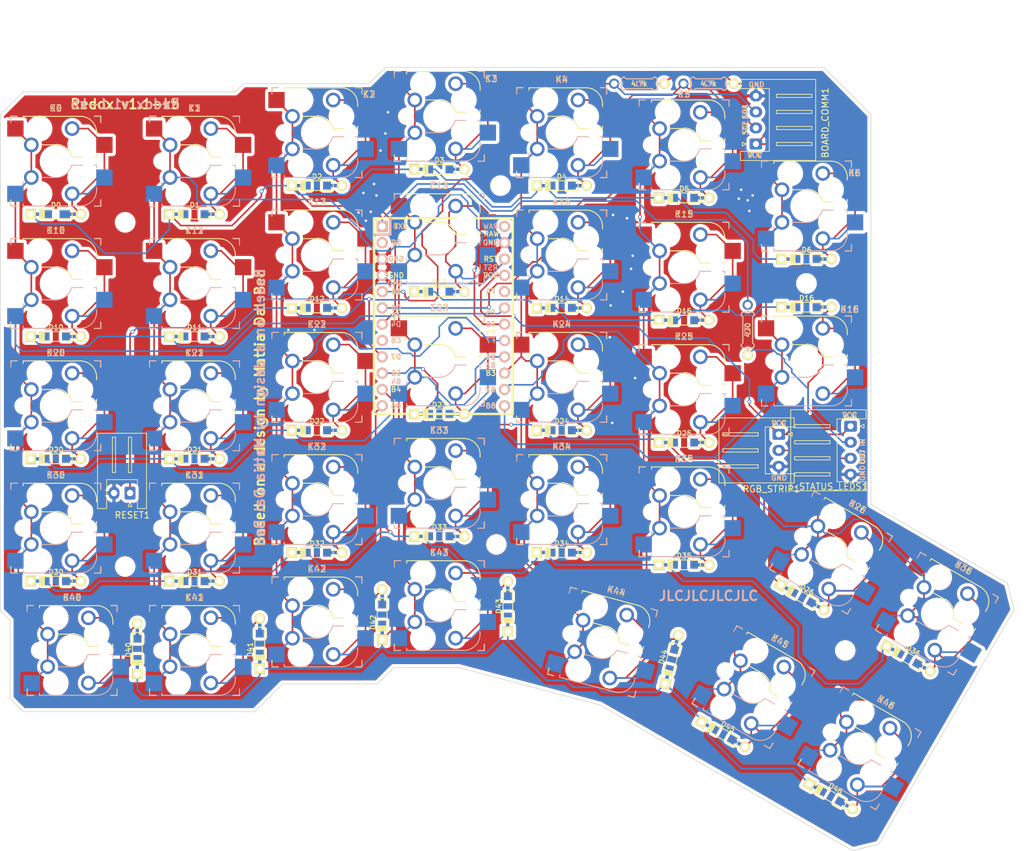
<source format=kicad_pcb>
(kicad_pcb (version 20171130) (host pcbnew "(5.0.0)")
  (title_block (title "Redox keyboard PCB") (date 2018-05-05) (rev 1.0) (comment 1 "designed by Mattia Dal Ben (aka u/TiaMaT102)") (comment 2 https://github.com/mattdibi/redox-keyboard))
  (layers (0 F.Cu signal) (31 B.Cu signal) (34 B.Paste user hide) (35 F.Paste user) (36 B.SilkS user) (37 F.SilkS user) (38 B.Mask user hide) (39 F.Mask user) (44 Edge.Cuts user))
  (net 0 "")
  (net 1 "Net-(D0-Pad2)")
  (net 2 row0)
  (net 3 "Net-(D1-Pad2)")
  (net 4 "Net-(D2-Pad2)")
  (net 5 "Net-(D3-Pad2)")
  (net 6 "Net-(D4-Pad2)")
  (net 7 "Net-(D5-Pad2)")
  (net 8 "Net-(D6-Pad2)")
  (net 9 "Net-(D10-Pad2)")
  (net 10 row1)
  (net 11 "Net-(D11-Pad2)")
  (net 12 "Net-(D12-Pad2)")
  (net 13 "Net-(D13-Pad2)")
  (net 14 "Net-(D14-Pad2)")
  (net 15 "Net-(D15-Pad2)")
  (net 16 "Net-(D16-Pad2)")
  (net 17 "Net-(D20-Pad2)")
  (net 18 row2)
  (net 19 "Net-(D21-Pad2)")
  (net 20 "Net-(D22-Pad2)")
  (net 21 "Net-(D23-Pad2)")
  (net 22 "Net-(D24-Pad2)")
  (net 23 "Net-(D25-Pad2)")
  (net 24 "Net-(D26-Pad2)")
  (net 25 "Net-(D30-Pad2)")
  (net 26 row3)
  (net 27 "Net-(D31-Pad2)")
  (net 28 "Net-(D32-Pad2)")
  (net 29 "Net-(D33-Pad2)")
  (net 30 "Net-(D34-Pad2)")
  (net 31 "Net-(D35-Pad2)")
  (net 32 "Net-(D36-Pad2)")
  (net 33 "Net-(D40-Pad2)")
  (net 34 row4)
  (net 35 "Net-(D41-Pad2)")
  (net 36 "Net-(D42-Pad2)")
  (net 37 "Net-(D43-Pad2)")
  (net 38 "Net-(D44-Pad2)")
  (net 39 "Net-(D45-Pad2)")
  (net 40 "Net-(D46-Pad2)")
  (net 41 col0)
  (net 42 col1)
  (net 43 col2)
  (net 44 col3)
  (net 45 col4)
  (net 46 col5)
  (net 47 col6)
  (net 48 VCC)
  (net 49 SDA)
  (net 50 SCL)
  (net 51 rgb_data)
  (net 52 GND)
  (net 53 RST)
  (net 54 "Net-(U1-Pad24)")
  (net 55 "Net-(R3-Pad2)")
  (net 56 rgb_out)
  (net 57 "Net-(U1-Pad2)")
  (net 58 "Net-(U1-Pad8)")
  (net 59 "Net-(U1-Pad20)")
  (module MountingHole:MountingHole_2.2mm_M2 (layer F.Cu) (at 102.23489 129.80962)
    (fp_text reference H4 hide)
    (fp_text value MountingHole)
    (pad 1 np_thru_hole circle (at 0 0) (size 2.2 2.2) (drill 2.2) (layers *.Cu *.Mask))
  )
  (module MountingHole:MountingHole_2.2mm_M2 (layer F.Cu) (at 214.31828 142.87756)
    (fp_text reference H1 hide)
    (fp_text value MountingHole)
    (pad 1 np_thru_hole circle (at 0 0) (size 2.2 2.2) (drill 2.2) (layers *.Cu *.Mask))
  )
  (module Connector_JST:JST_XH_S4B-XH-A_1x04_P2.50mm_Horizontal (layer F.Cu) (at 215.138 107.95 270)
    (fp_text reference STATUS_LEDS1 (at 9.398 2.667 180) (layer F.SilkS))
    (fp_text value Conn_01x04)
    (pad 4 thru_hole oval (at 7.5 0 270) (size 1.7 1.95) (drill 0.95) (layers *.Cu *.Mask) (net 52 GND))
    (pad 3 thru_hole oval (at 5 0 270) (size 1.7 1.95) (drill 0.95) (layers *.Cu *.Mask) (net 56 rgb_out))
    (pad 2 thru_hole oval (at 2.5 0 270) (size 1.7 1.95) (drill 0.95) (layers *.Cu *.Mask) (net 55 "Net-(R3-Pad2)"))
    (pad 1 thru_hole roundrect (at 0 0 270) (size 1.7 1.95) (drill 0.95) (layers *.Cu *.Mask) (roundrect_rratio 0.147059) (net 48 VCC))
  )
  (module Keebio-Parts:Resistor-Compact (layer F.Cu) (at 199.136 92.964 90)
    (fp_text reference R3 (at 0 0 90) (layer B.SilkS) (effects (font (size 0.8 0.8)) (justify mirror)))
    (fp_text value 470 (at 0 0 90) (layer F.SilkS) (effects (font (size 0.8 0.8))))
    (pad 1 thru_hole circle (at 3.9 0 90) (size 1.6 1.6) (drill 1) (layers *.Cu *.Mask) (net 51 rgb_data))
    (pad 2 thru_hole circle (at -3.9 0 90) (size 1.6 1.6) (drill 1) (layers *.Cu *.Mask F.SilkS) (net 55 "Net-(R3-Pad2)"))
  )
  (module keyswitches:Kailh_socket_MX_optional_reversible (layer F.Cu) (at 216.535 158.115 330)
    (fp_text reference K46 (at 0 -8.255 150) (layer F.SilkS))
    (fp_text value KEYSW)
    (fp_text user %R (at 0 -8.255 150) (layer B.SilkS) (effects (justify mirror)))
    (pad 2 smd rect (at 7.56 -2.54 330) (size 2.55 2.5) (layers F.Cu F.Paste F.Mask) (net 40 "Net-(D46-Pad2)"))
    (pad "" np_thru_hole circle (at -5.08 0 330) (size 1.7018 1.7018) (drill 1.7018) (layers *.Cu *.Mask))
    (pad "" np_thru_hole circle (at 5.08 0 330) (size 1.7018 1.7018) (drill 1.7018) (layers *.Cu *.Mask))
    (pad 1 thru_hole circle (at -3.81 -2.54 330) (size 2.286 2.286) (drill 1.4986) (layers *.Cu *.Mask) (net 47 col6))
    (pad "" np_thru_hole circle (at 0 0 330) (size 3.9878 3.9878) (drill 3.9878) (layers *.Cu *.Mask))
    (pad 2 thru_hole circle (at 2.54 -5.08 330) (size 2.286 2.286) (drill 1.4986) (layers *.Cu *.Mask) (net 40 "Net-(D46-Pad2)"))
    (pad "" np_thru_hole circle (at 3.81 2.54 330) (size 3 3) (drill 3) (layers *.Cu *.Mask))
    (pad "" np_thru_hole circle (at -2.54 5.08 330) (size 3 3) (drill 3) (layers *.Cu *.Mask))
    (pad 1 smd rect (at -6.29 -5.08 330) (size 2.55 2.5) (layers F.Cu F.Paste F.Mask) (net 47 col6))
    (pad 1 thru_hole circle (at -3.81 2.540001 330) (size 2.286 2.286) (drill 1.4986) (layers *.Cu *.Mask) (net 47 col6))
    (pad 2 thru_hole circle (at 2.54 5.08 330) (size 2.286 2.286) (drill 1.4986) (layers *.Cu *.Mask) (net 40 "Net-(D46-Pad2)"))
    (pad "" np_thru_hole circle (at 3.81 -2.540001 330) (size 3 3) (drill 3) (layers *.Cu *.Mask))
    (pad "" np_thru_hole circle (at -2.54 -5.08 330) (size 3 3) (drill 3) (layers *.Cu *.Mask))
    (pad 2 smd rect (at 7.56 2.54 330) (size 2.55 2.5) (layers B.Cu B.Paste B.Mask) (net 40 "Net-(D46-Pad2)"))
    (pad 1 smd rect (at -6.29 5.08 330) (size 2.55 2.5) (layers B.Cu B.Paste B.Mask) (net 47 col6))
  )
  (module keyswitches:Kailh_socket_MX_optional_reversible (layer F.Cu) (at 200.025 148.59 330)
    (fp_text reference K45 (at 0 -8.255 150) (layer F.SilkS))
    (fp_text value KEYSW)
    (fp_text user %R (at 0 -8.255 150) (layer B.SilkS) (effects (justify mirror)))
    (pad 2 smd rect (at 7.56 -2.54 330) (size 2.55 2.5) (layers F.Cu F.Paste F.Mask) (net 39 "Net-(D45-Pad2)"))
    (pad "" np_thru_hole circle (at -5.08 0 330) (size 1.7018 1.7018) (drill 1.7018) (layers *.Cu *.Mask))
    (pad "" np_thru_hole circle (at 5.08 0 330) (size 1.7018 1.7018) (drill 1.7018) (layers *.Cu *.Mask))
    (pad 1 thru_hole circle (at -3.81 -2.54 330) (size 2.286 2.286) (drill 1.4986) (layers *.Cu *.Mask) (net 46 col5))
    (pad "" np_thru_hole circle (at 0 0 330) (size 3.9878 3.9878) (drill 3.9878) (layers *.Cu *.Mask))
    (pad 2 thru_hole circle (at 2.54 -5.08 330) (size 2.286 2.286) (drill 1.4986) (layers *.Cu *.Mask) (net 39 "Net-(D45-Pad2)"))
    (pad "" np_thru_hole circle (at 3.81 2.54 330) (size 3 3) (drill 3) (layers *.Cu *.Mask))
    (pad "" np_thru_hole circle (at -2.54 5.08 330) (size 3 3) (drill 3) (layers *.Cu *.Mask))
    (pad 1 smd rect (at -6.29 -5.08 330) (size 2.55 2.5) (layers F.Cu F.Paste F.Mask) (net 46 col5))
    (pad 1 thru_hole circle (at -3.81 2.540001 330) (size 2.286 2.286) (drill 1.4986) (layers *.Cu *.Mask) (net 46 col5))
    (pad 2 thru_hole circle (at 2.54 5.08 330) (size 2.286 2.286) (drill 1.4986) (layers *.Cu *.Mask) (net 39 "Net-(D45-Pad2)"))
    (pad "" np_thru_hole circle (at 3.81 -2.540001 330) (size 3 3) (drill 3) (layers *.Cu *.Mask))
    (pad "" np_thru_hole circle (at -2.54 -5.08 330) (size 3 3) (drill 3) (layers *.Cu *.Mask))
    (pad 2 smd rect (at 7.56 2.54 330) (size 2.55 2.5) (layers B.Cu B.Paste B.Mask) (net 39 "Net-(D45-Pad2)"))
    (pad 1 smd rect (at -6.29 5.08 330) (size 2.55 2.5) (layers B.Cu B.Paste B.Mask) (net 46 col5))
  )
  (module keyswitches:Kailh_socket_MX_optional_reversible (layer F.Cu) (at 176.53 141.605 345)
    (fp_text reference K44 (at 0 -8.255 165) (layer F.SilkS))
    (fp_text value KEYSW)
    (fp_text user %R (at 0 -8.255 165) (layer B.SilkS) (effects (justify mirror)))
    (pad 2 smd rect (at 7.56 -2.54 345) (size 2.55 2.5) (layers F.Cu F.Paste F.Mask) (net 38 "Net-(D44-Pad2)"))
    (pad "" np_thru_hole circle (at -5.08 0 345) (size 1.7018 1.7018) (drill 1.7018) (layers *.Cu *.Mask))
    (pad "" np_thru_hole circle (at 5.08 0 345) (size 1.7018 1.7018) (drill 1.7018) (layers *.Cu *.Mask))
    (pad 1 thru_hole circle (at -3.81 -2.54 345) (size 2.286 2.286) (drill 1.4986) (layers *.Cu *.Mask) (net 45 col4))
    (pad "" np_thru_hole circle (at 0 0 345) (size 3.9878 3.9878) (drill 3.9878) (layers *.Cu *.Mask))
    (pad 2 thru_hole circle (at 2.54 -5.08 345) (size 2.286 2.286) (drill 1.4986) (layers *.Cu *.Mask) (net 38 "Net-(D44-Pad2)"))
    (pad "" np_thru_hole circle (at 3.81 2.54 345) (size 3 3) (drill 3) (layers *.Cu *.Mask))
    (pad "" np_thru_hole circle (at -2.54 5.08 345) (size 3 3) (drill 3) (layers *.Cu *.Mask))
    (pad 1 smd rect (at -6.29 -5.08 345) (size 2.55 2.5) (layers F.Cu F.Paste F.Mask) (net 45 col4))
    (pad 1 thru_hole circle (at -3.81 2.54 345) (size 2.286 2.286) (drill 1.4986) (layers *.Cu *.Mask) (net 45 col4))
    (pad 2 thru_hole circle (at 2.54 5.08 345) (size 2.286 2.286) (drill 1.4986) (layers *.Cu *.Mask) (net 38 "Net-(D44-Pad2)"))
    (pad "" np_thru_hole circle (at 3.81 -2.54 345) (size 3 3) (drill 3) (layers *.Cu *.Mask))
    (pad "" np_thru_hole circle (at -2.54 -5.08 345) (size 3 3) (drill 3) (layers *.Cu *.Mask))
    (pad 2 smd rect (at 7.56 2.54 345) (size 2.55 2.5) (layers B.Cu B.Paste B.Mask) (net 38 "Net-(D44-Pad2)"))
    (pad 1 smd rect (at -6.29 5.08 345) (size 2.55 2.5) (layers B.Cu B.Paste B.Mask) (net 45 col4))
  )
  (module keyswitches:Kailh_socket_MX_optional_reversible (layer F.Cu) (at 151.13 135.89)
    (fp_text reference K43 (at 0 -8.255) (layer F.SilkS))
    (fp_text value KEYSW)
    (fp_text user %R (at 0 -8.255) (layer B.SilkS) (effects (justify mirror)))
    (pad 2 smd rect (at 7.56 -2.54) (size 2.55 2.5) (layers F.Cu F.Paste F.Mask) (net 37 "Net-(D43-Pad2)"))
    (pad "" np_thru_hole circle (at -5.08 0) (size 1.7018 1.7018) (drill 1.7018) (layers *.Cu *.Mask))
    (pad "" np_thru_hole circle (at 5.08 0) (size 1.7018 1.7018) (drill 1.7018) (layers *.Cu *.Mask))
    (pad 1 thru_hole circle (at -3.81 -2.54) (size 2.286 2.286) (drill 1.4986) (layers *.Cu *.Mask) (net 44 col3))
    (pad "" np_thru_hole circle (at 0 0) (size 3.9878 3.9878) (drill 3.9878) (layers *.Cu *.Mask))
    (pad 2 thru_hole circle (at 2.54 -5.08) (size 2.286 2.286) (drill 1.4986) (layers *.Cu *.Mask) (net 37 "Net-(D43-Pad2)"))
    (pad "" np_thru_hole circle (at 3.81 2.54) (size 3 3) (drill 3) (layers *.Cu *.Mask))
    (pad "" np_thru_hole circle (at -2.54 5.08) (size 3 3) (drill 3) (layers *.Cu *.Mask))
    (pad 1 smd rect (at -6.29 -5.08) (size 2.55 2.5) (layers F.Cu F.Paste F.Mask) (net 44 col3))
    (pad 1 thru_hole circle (at -3.81 2.54) (size 2.286 2.286) (drill 1.4986) (layers *.Cu *.Mask) (net 44 col3))
    (pad 2 thru_hole circle (at 2.54 5.08) (size 2.286 2.286) (drill 1.4986) (layers *.Cu *.Mask) (net 37 "Net-(D43-Pad2)"))
    (pad "" np_thru_hole circle (at 3.81 -2.54) (size 3 3) (drill 3) (layers *.Cu *.Mask))
    (pad "" np_thru_hole circle (at -2.54 -5.08) (size 3 3) (drill 3) (layers *.Cu *.Mask))
    (pad 2 smd rect (at 7.56 2.54) (size 2.55 2.5) (layers B.Cu B.Paste B.Mask) (net 37 "Net-(D43-Pad2)"))
    (pad 1 smd rect (at -6.29 5.08) (size 2.55 2.5) (layers B.Cu B.Paste B.Mask) (net 44 col3))
  )
  (module keyswitches:Kailh_socket_MX_optional_reversible (layer F.Cu) (at 132.08 138.43)
    (fp_text reference K42 (at 0 -8.255) (layer F.SilkS))
    (fp_text value KEYSW)
    (fp_text user %R (at 0 -8.255) (layer B.SilkS) (effects (justify mirror)))
    (pad 2 smd rect (at 7.56 -2.54) (size 2.55 2.5) (layers F.Cu F.Paste F.Mask) (net 36 "Net-(D42-Pad2)"))
    (pad "" np_thru_hole circle (at -5.08 0) (size 1.7018 1.7018) (drill 1.7018) (layers *.Cu *.Mask))
    (pad "" np_thru_hole circle (at 5.08 0) (size 1.7018 1.7018) (drill 1.7018) (layers *.Cu *.Mask))
    (pad 1 thru_hole circle (at -3.81 -2.54) (size 2.286 2.286) (drill 1.4986) (layers *.Cu *.Mask) (net 43 col2))
    (pad "" np_thru_hole circle (at 0 0) (size 3.9878 3.9878) (drill 3.9878) (layers *.Cu *.Mask))
    (pad 2 thru_hole circle (at 2.54 -5.08) (size 2.286 2.286) (drill 1.4986) (layers *.Cu *.Mask) (net 36 "Net-(D42-Pad2)"))
    (pad "" np_thru_hole circle (at 3.81 2.54) (size 3 3) (drill 3) (layers *.Cu *.Mask))
    (pad "" np_thru_hole circle (at -2.54 5.08) (size 3 3) (drill 3) (layers *.Cu *.Mask))
    (pad 1 smd rect (at -6.29 -5.08) (size 2.55 2.5) (layers F.Cu F.Paste F.Mask) (net 43 col2))
    (pad 1 thru_hole circle (at -3.81 2.54) (size 2.286 2.286) (drill 1.4986) (layers *.Cu *.Mask) (net 43 col2))
    (pad 2 thru_hole circle (at 2.54 5.08) (size 2.286 2.286) (drill 1.4986) (layers *.Cu *.Mask) (net 36 "Net-(D42-Pad2)"))
    (pad "" np_thru_hole circle (at 3.81 -2.54) (size 3 3) (drill 3) (layers *.Cu *.Mask))
    (pad "" np_thru_hole circle (at -2.54 -5.08) (size 3 3) (drill 3) (layers *.Cu *.Mask))
    (pad 2 smd rect (at 7.56 2.54) (size 2.55 2.5) (layers B.Cu B.Paste B.Mask) (net 36 "Net-(D42-Pad2)"))
    (pad 1 smd rect (at -6.29 5.08) (size 2.55 2.5) (layers B.Cu B.Paste B.Mask) (net 43 col2))
  )
  (module keyswitches:Kailh_socket_MX_optional_reversible (layer F.Cu) (at 113.03 142.875)
    (fp_text reference K41 (at 0 -8.255) (layer F.SilkS))
    (fp_text value KEYSW)
    (fp_text user %R (at 0 -8.255) (layer B.SilkS) (effects (justify mirror)))
    (pad 2 smd rect (at 7.56 -2.54) (size 2.55 2.5) (layers F.Cu F.Paste F.Mask) (net 35 "Net-(D41-Pad2)"))
    (pad "" np_thru_hole circle (at -5.08 0) (size 1.7018 1.7018) (drill 1.7018) (layers *.Cu *.Mask))
    (pad "" np_thru_hole circle (at 5.08 0) (size 1.7018 1.7018) (drill 1.7018) (layers *.Cu *.Mask))
    (pad 1 thru_hole circle (at -3.81 -2.54) (size 2.286 2.286) (drill 1.4986) (layers *.Cu *.Mask) (net 42 col1))
    (pad "" np_thru_hole circle (at 0 0) (size 3.9878 3.9878) (drill 3.9878) (layers *.Cu *.Mask))
    (pad 2 thru_hole circle (at 2.54 -5.08) (size 2.286 2.286) (drill 1.4986) (layers *.Cu *.Mask) (net 35 "Net-(D41-Pad2)"))
    (pad "" np_thru_hole circle (at 3.81 2.54) (size 3 3) (drill 3) (layers *.Cu *.Mask))
    (pad "" np_thru_hole circle (at -2.54 5.08) (size 3 3) (drill 3) (layers *.Cu *.Mask))
    (pad 1 smd rect (at -6.29 -5.08) (size 2.55 2.5) (layers F.Cu F.Paste F.Mask) (net 42 col1))
    (pad 1 thru_hole circle (at -3.81 2.54) (size 2.286 2.286) (drill 1.4986) (layers *.Cu *.Mask) (net 42 col1))
    (pad 2 thru_hole circle (at 2.54 5.08) (size 2.286 2.286) (drill 1.4986) (layers *.Cu *.Mask) (net 35 "Net-(D41-Pad2)"))
    (pad "" np_thru_hole circle (at 3.81 -2.54) (size 3 3) (drill 3) (layers *.Cu *.Mask))
    (pad "" np_thru_hole circle (at -2.54 -5.08) (size 3 3) (drill 3) (layers *.Cu *.Mask))
    (pad 2 smd rect (at 7.56 2.54) (size 2.55 2.5) (layers B.Cu B.Paste B.Mask) (net 35 "Net-(D41-Pad2)"))
    (pad 1 smd rect (at -6.29 5.08) (size 2.55 2.5) (layers B.Cu B.Paste B.Mask) (net 42 col1))
  )
  (module keyswitches:Kailh_socket_MX_optional_reversible (layer F.Cu) (at 93.98 142.875)
    (fp_text reference K40 (at 0 -8.255) (layer F.SilkS))
    (fp_text value KEYSW)
    (fp_text user %R (at 0 -8.255) (layer B.SilkS) (effects (justify mirror)))
    (pad 2 smd rect (at 7.56 -2.54) (size 2.55 2.5) (layers F.Cu F.Paste F.Mask) (net 33 "Net-(D40-Pad2)"))
    (pad "" np_thru_hole circle (at -5.08 0) (size 1.7018 1.7018) (drill 1.7018) (layers *.Cu *.Mask))
    (pad "" np_thru_hole circle (at 5.08 0) (size 1.7018 1.7018) (drill 1.7018) (layers *.Cu *.Mask))
    (pad 1 thru_hole circle (at -3.81 -2.54) (size 2.286 2.286) (drill 1.4986) (layers *.Cu *.Mask) (net 41 col0))
    (pad "" np_thru_hole circle (at 0 0) (size 3.9878 3.9878) (drill 3.9878) (layers *.Cu *.Mask))
    (pad 2 thru_hole circle (at 2.54 -5.08) (size 2.286 2.286) (drill 1.4986) (layers *.Cu *.Mask) (net 33 "Net-(D40-Pad2)"))
    (pad "" np_thru_hole circle (at 3.81 2.54) (size 3 3) (drill 3) (layers *.Cu *.Mask))
    (pad "" np_thru_hole circle (at -2.54 5.08) (size 3 3) (drill 3) (layers *.Cu *.Mask))
    (pad 1 smd rect (at -6.29 -5.08) (size 2.55 2.5) (layers F.Cu F.Paste F.Mask) (net 41 col0))
    (pad 1 thru_hole circle (at -3.81 2.54) (size 2.286 2.286) (drill 1.4986) (layers *.Cu *.Mask) (net 41 col0))
    (pad 2 thru_hole circle (at 2.54 5.08) (size 2.286 2.286) (drill 1.4986) (layers *.Cu *.Mask) (net 33 "Net-(D40-Pad2)"))
    (pad "" np_thru_hole circle (at 3.81 -2.54) (size 3 3) (drill 3) (layers *.Cu *.Mask))
    (pad "" np_thru_hole circle (at -2.54 -5.08) (size 3 3) (drill 3) (layers *.Cu *.Mask))
    (pad 2 smd rect (at 7.56 2.54) (size 2.55 2.5) (layers B.Cu B.Paste B.Mask) (net 33 "Net-(D40-Pad2)"))
    (pad 1 smd rect (at -6.29 5.08) (size 2.55 2.5) (layers B.Cu B.Paste B.Mask) (net 41 col0))
  )
  (module keyswitches:Kailh_socket_MX_optional_reversible (layer F.Cu) (at 228.6 137.16 330)
    (fp_text reference K36 (at 0 -8.255 150) (layer F.SilkS))
    (fp_text value KEYSW)
    (fp_text user %R (at 0 -8.255 150) (layer B.SilkS) (effects (justify mirror)))
    (pad 2 smd rect (at 7.56 -2.54 330) (size 2.55 2.5) (layers F.Cu F.Paste F.Mask) (net 32 "Net-(D36-Pad2)"))
    (pad "" np_thru_hole circle (at -5.08 0 330) (size 1.7018 1.7018) (drill 1.7018) (layers *.Cu *.Mask))
    (pad "" np_thru_hole circle (at 5.08 0 330) (size 1.7018 1.7018) (drill 1.7018) (layers *.Cu *.Mask))
    (pad 1 thru_hole circle (at -3.81 -2.54 330) (size 2.286 2.286) (drill 1.4986) (layers *.Cu *.Mask) (net 47 col6))
    (pad "" np_thru_hole circle (at 0 0 330) (size 3.9878 3.9878) (drill 3.9878) (layers *.Cu *.Mask))
    (pad 2 thru_hole circle (at 2.54 -5.08 330) (size 2.286 2.286) (drill 1.4986) (layers *.Cu *.Mask) (net 32 "Net-(D36-Pad2)"))
    (pad "" np_thru_hole circle (at 3.81 2.54 330) (size 3 3) (drill 3) (layers *.Cu *.Mask))
    (pad "" np_thru_hole circle (at -2.54 5.08 330) (size 3 3) (drill 3) (layers *.Cu *.Mask))
    (pad 1 smd rect (at -6.29 -5.08 330) (size 2.55 2.5) (layers F.Cu F.Paste F.Mask) (net 47 col6))
    (pad 1 thru_hole circle (at -3.81 2.540001 330) (size 2.286 2.286) (drill 1.4986) (layers *.Cu *.Mask) (net 47 col6))
    (pad 2 thru_hole circle (at 2.54 5.08 330) (size 2.286 2.286) (drill 1.4986) (layers *.Cu *.Mask) (net 32 "Net-(D36-Pad2)"))
    (pad "" np_thru_hole circle (at 3.81 -2.540001 330) (size 3 3) (drill 3) (layers *.Cu *.Mask))
    (pad "" np_thru_hole circle (at -2.54 -5.08 330) (size 3 3) (drill 3) (layers *.Cu *.Mask))
    (pad 2 smd rect (at 7.56 2.54 330) (size 2.55 2.5) (layers B.Cu B.Paste B.Mask) (net 32 "Net-(D36-Pad2)"))
    (pad 1 smd rect (at -6.29 5.08 330) (size 2.55 2.5) (layers B.Cu B.Paste B.Mask) (net 47 col6))
  )
  (module keyswitches:Kailh_socket_MX_optional_reversible (layer F.Cu) (at 189.23 121.285)
    (fp_text reference K35 (at 0 -8.255) (layer F.SilkS))
    (fp_text value KEYSW)
    (fp_text user %R (at 0 -8.255) (layer B.SilkS) (effects (justify mirror)))
    (pad 2 smd rect (at 7.56 -2.54) (size 2.55 2.5) (layers F.Cu F.Paste F.Mask) (net 31 "Net-(D35-Pad2)"))
    (pad "" np_thru_hole circle (at -5.08 0) (size 1.7018 1.7018) (drill 1.7018) (layers *.Cu *.Mask))
    (pad "" np_thru_hole circle (at 5.08 0) (size 1.7018 1.7018) (drill 1.7018) (layers *.Cu *.Mask))
    (pad 1 thru_hole circle (at -3.81 -2.54) (size 2.286 2.286) (drill 1.4986) (layers *.Cu *.Mask) (net 46 col5))
    (pad "" np_thru_hole circle (at 0 0) (size 3.9878 3.9878) (drill 3.9878) (layers *.Cu *.Mask))
    (pad 2 thru_hole circle (at 2.54 -5.08) (size 2.286 2.286) (drill 1.4986) (layers *.Cu *.Mask) (net 31 "Net-(D35-Pad2)"))
    (pad "" np_thru_hole circle (at 3.81 2.54) (size 3 3) (drill 3) (layers *.Cu *.Mask))
    (pad "" np_thru_hole circle (at -2.54 5.08) (size 3 3) (drill 3) (layers *.Cu *.Mask))
    (pad 1 smd rect (at -6.29 -5.08) (size 2.55 2.5) (layers F.Cu F.Paste F.Mask) (net 46 col5))
    (pad 1 thru_hole circle (at -3.81 2.54) (size 2.286 2.286) (drill 1.4986) (layers *.Cu *.Mask) (net 46 col5))
    (pad 2 thru_hole circle (at 2.54 5.08) (size 2.286 2.286) (drill 1.4986) (layers *.Cu *.Mask) (net 31 "Net-(D35-Pad2)"))
    (pad "" np_thru_hole circle (at 3.81 -2.54) (size 3 3) (drill 3) (layers *.Cu *.Mask))
    (pad "" np_thru_hole circle (at -2.54 -5.08) (size 3 3) (drill 3) (layers *.Cu *.Mask))
    (pad 2 smd rect (at 7.56 2.54) (size 2.55 2.5) (layers B.Cu B.Paste B.Mask) (net 31 "Net-(D35-Pad2)"))
    (pad 1 smd rect (at -6.29 5.08) (size 2.55 2.5) (layers B.Cu B.Paste B.Mask) (net 46 col5))
  )
  (module keyswitches:Kailh_socket_MX_optional_reversible (layer F.Cu) (at 170.18 119.38)
    (fp_text reference K34 (at 0 -8.255) (layer F.SilkS))
    (fp_text value KEYSW)
    (fp_text user %R (at 0 -8.255) (layer B.SilkS) (effects (justify mirror)))
    (pad 2 smd rect (at 7.56 -2.54) (size 2.55 2.5) (layers F.Cu F.Paste F.Mask) (net 30 "Net-(D34-Pad2)"))
    (pad "" np_thru_hole circle (at -5.08 0) (size 1.7018 1.7018) (drill 1.7018) (layers *.Cu *.Mask))
    (pad "" np_thru_hole circle (at 5.08 0) (size 1.7018 1.7018) (drill 1.7018) (layers *.Cu *.Mask))
    (pad 1 thru_hole circle (at -3.81 -2.54) (size 2.286 2.286) (drill 1.4986) (layers *.Cu *.Mask) (net 45 col4))
    (pad "" np_thru_hole circle (at 0 0) (size 3.9878 3.9878) (drill 3.9878) (layers *.Cu *.Mask))
    (pad 2 thru_hole circle (at 2.54 -5.08) (size 2.286 2.286) (drill 1.4986) (layers *.Cu *.Mask) (net 30 "Net-(D34-Pad2)"))
    (pad "" np_thru_hole circle (at 3.81 2.54) (size 3 3) (drill 3) (layers *.Cu *.Mask))
    (pad "" np_thru_hole circle (at -2.54 5.08) (size 3 3) (drill 3) (layers *.Cu *.Mask))
    (pad 1 smd rect (at -6.29 -5.08) (size 2.55 2.5) (layers F.Cu F.Paste F.Mask) (net 45 col4))
    (pad 1 thru_hole circle (at -3.81 2.54) (size 2.286 2.286) (drill 1.4986) (layers *.Cu *.Mask) (net 45 col4))
    (pad 2 thru_hole circle (at 2.54 5.08) (size 2.286 2.286) (drill 1.4986) (layers *.Cu *.Mask) (net 30 "Net-(D34-Pad2)"))
    (pad "" np_thru_hole circle (at 3.81 -2.54) (size 3 3) (drill 3) (layers *.Cu *.Mask))
    (pad "" np_thru_hole circle (at -2.54 -5.08) (size 3 3) (drill 3) (layers *.Cu *.Mask))
    (pad 2 smd rect (at 7.56 2.54) (size 2.55 2.5) (layers B.Cu B.Paste B.Mask) (net 30 "Net-(D34-Pad2)"))
    (pad 1 smd rect (at -6.29 5.08) (size 2.55 2.5) (layers B.Cu B.Paste B.Mask) (net 45 col4))
  )
  (module keyswitches:Kailh_socket_MX_optional_reversible (layer F.Cu) (at 151.13 116.84)
    (fp_text reference K33 (at 0 -8.255) (layer F.SilkS))
    (fp_text value KEYSW)
    (fp_text user %R (at 0 -8.255) (layer B.SilkS) (effects (justify mirror)))
    (pad 2 smd rect (at 7.56 -2.54) (size 2.55 2.5) (layers F.Cu F.Paste F.Mask) (net 29 "Net-(D33-Pad2)"))
    (pad "" np_thru_hole circle (at -5.08 0) (size 1.7018 1.7018) (drill 1.7018) (layers *.Cu *.Mask))
    (pad "" np_thru_hole circle (at 5.08 0) (size 1.7018 1.7018) (drill 1.7018) (layers *.Cu *.Mask))
    (pad 1 thru_hole circle (at -3.81 -2.54) (size 2.286 2.286) (drill 1.4986) (layers *.Cu *.Mask) (net 44 col3))
    (pad "" np_thru_hole circle (at 0 0) (size 3.9878 3.9878) (drill 3.9878) (layers *.Cu *.Mask))
    (pad 2 thru_hole circle (at 2.54 -5.08) (size 2.286 2.286) (drill 1.4986) (layers *.Cu *.Mask) (net 29 "Net-(D33-Pad2)"))
    (pad "" np_thru_hole circle (at 3.81 2.54) (size 3 3) (drill 3) (layers *.Cu *.Mask))
    (pad "" np_thru_hole circle (at -2.54 5.08) (size 3 3) (drill 3) (layers *.Cu *.Mask))
    (pad 1 smd rect (at -6.29 -5.08) (size 2.55 2.5) (layers F.Cu F.Paste F.Mask) (net 44 col3))
    (pad 1 thru_hole circle (at -3.81 2.54) (size 2.286 2.286) (drill 1.4986) (layers *.Cu *.Mask) (net 44 col3))
    (pad 2 thru_hole circle (at 2.54 5.08) (size 2.286 2.286) (drill 1.4986) (layers *.Cu *.Mask) (net 29 "Net-(D33-Pad2)"))
    (pad "" np_thru_hole circle (at 3.81 -2.54) (size 3 3) (drill 3) (layers *.Cu *.Mask))
    (pad "" np_thru_hole circle (at -2.54 -5.08) (size 3 3) (drill 3) (layers *.Cu *.Mask))
    (pad 2 smd rect (at 7.56 2.54) (size 2.55 2.5) (layers B.Cu B.Paste B.Mask) (net 29 "Net-(D33-Pad2)"))
    (pad 1 smd rect (at -6.29 5.08) (size 2.55 2.5) (layers B.Cu B.Paste B.Mask) (net 44 col3))
  )
  (module keyswitches:Kailh_socket_MX_optional_reversible (layer F.Cu) (at 132.08 119.38)
    (fp_text reference K32 (at 0 -8.255) (layer F.SilkS))
    (fp_text value KEYSW)
    (fp_text user %R (at 0 -8.255) (layer B.SilkS) (effects (justify mirror)))
    (pad 2 smd rect (at 7.56 -2.54) (size 2.55 2.5) (layers F.Cu F.Paste F.Mask) (net 28 "Net-(D32-Pad2)"))
    (pad "" np_thru_hole circle (at -5.08 0) (size 1.7018 1.7018) (drill 1.7018) (layers *.Cu *.Mask))
    (pad "" np_thru_hole circle (at 5.08 0) (size 1.7018 1.7018) (drill 1.7018) (layers *.Cu *.Mask))
    (pad 1 thru_hole circle (at -3.81 -2.54) (size 2.286 2.286) (drill 1.4986) (layers *.Cu *.Mask) (net 43 col2))
    (pad "" np_thru_hole circle (at 0 0) (size 3.9878 3.9878) (drill 3.9878) (layers *.Cu *.Mask))
    (pad 2 thru_hole circle (at 2.54 -5.08) (size 2.286 2.286) (drill 1.4986) (layers *.Cu *.Mask) (net 28 "Net-(D32-Pad2)"))
    (pad "" np_thru_hole circle (at 3.81 2.54) (size 3 3) (drill 3) (layers *.Cu *.Mask))
    (pad "" np_thru_hole circle (at -2.54 5.08) (size 3 3) (drill 3) (layers *.Cu *.Mask))
    (pad 1 smd rect (at -6.29 -5.08) (size 2.55 2.5) (layers F.Cu F.Paste F.Mask) (net 43 col2))
    (pad 1 thru_hole circle (at -3.81 2.54) (size 2.286 2.286) (drill 1.4986) (layers *.Cu *.Mask) (net 43 col2))
    (pad 2 thru_hole circle (at 2.54 5.08) (size 2.286 2.286) (drill 1.4986) (layers *.Cu *.Mask) (net 28 "Net-(D32-Pad2)"))
    (pad "" np_thru_hole circle (at 3.81 -2.54) (size 3 3) (drill 3) (layers *.Cu *.Mask))
    (pad "" np_thru_hole circle (at -2.54 -5.08) (size 3 3) (drill 3) (layers *.Cu *.Mask))
    (pad 2 smd rect (at 7.56 2.54) (size 2.55 2.5) (layers B.Cu B.Paste B.Mask) (net 28 "Net-(D32-Pad2)"))
    (pad 1 smd rect (at -6.29 5.08) (size 2.55 2.5) (layers B.Cu B.Paste B.Mask) (net 43 col2))
  )
  (module keyswitches:Kailh_socket_MX_optional_reversible (layer F.Cu) (at 113.03 123.825)
    (fp_text reference K31 (at 0 -8.255) (layer F.SilkS))
    (fp_text value KEYSW)
    (fp_text user %R (at 0 -8.255) (layer B.SilkS) (effects (justify mirror)))
    (pad 2 smd rect (at 7.56 -2.54) (size 2.55 2.5) (layers F.Cu F.Paste F.Mask) (net 27 "Net-(D31-Pad2)"))
    (pad "" np_thru_hole circle (at -5.08 0) (size 1.7018 1.7018) (drill 1.7018) (layers *.Cu *.Mask))
    (pad "" np_thru_hole circle (at 5.08 0) (size 1.7018 1.7018) (drill 1.7018) (layers *.Cu *.Mask))
    (pad 1 thru_hole circle (at -3.81 -2.54) (size 2.286 2.286) (drill 1.4986) (layers *.Cu *.Mask) (net 42 col1))
    (pad "" np_thru_hole circle (at 0 0) (size 3.9878 3.9878) (drill 3.9878) (layers *.Cu *.Mask))
    (pad 2 thru_hole circle (at 2.54 -5.08) (size 2.286 2.286) (drill 1.4986) (layers *.Cu *.Mask) (net 27 "Net-(D31-Pad2)"))
    (pad "" np_thru_hole circle (at 3.81 2.54) (size 3 3) (drill 3) (layers *.Cu *.Mask))
    (pad "" np_thru_hole circle (at -2.54 5.08) (size 3 3) (drill 3) (layers *.Cu *.Mask))
    (pad 1 smd rect (at -6.29 -5.08) (size 2.55 2.5) (layers F.Cu F.Paste F.Mask) (net 42 col1))
    (pad 1 thru_hole circle (at -3.81 2.54) (size 2.286 2.286) (drill 1.4986) (layers *.Cu *.Mask) (net 42 col1))
    (pad 2 thru_hole circle (at 2.54 5.08) (size 2.286 2.286) (drill 1.4986) (layers *.Cu *.Mask) (net 27 "Net-(D31-Pad2)"))
    (pad "" np_thru_hole circle (at 3.81 -2.54) (size 3 3) (drill 3) (layers *.Cu *.Mask))
    (pad "" np_thru_hole circle (at -2.54 -5.08) (size 3 3) (drill 3) (layers *.Cu *.Mask))
    (pad 2 smd rect (at 7.56 2.54) (size 2.55 2.5) (layers B.Cu B.Paste B.Mask) (net 27 "Net-(D31-Pad2)"))
    (pad 1 smd rect (at -6.29 5.08) (size 2.55 2.5) (layers B.Cu B.Paste B.Mask) (net 42 col1))
  )
  (module keyswitches:Kailh_socket_MX_optional_reversible (layer F.Cu) (at 91.44 123.825)
    (fp_text reference K30 (at 0 -8.255) (layer F.SilkS))
    (fp_text value KEYSW)
    (fp_text user %R (at 0 -8.255) (layer B.SilkS) (effects (justify mirror)))
    (pad 2 smd rect (at 7.56 -2.54) (size 2.55 2.5) (layers F.Cu F.Paste F.Mask) (net 25 "Net-(D30-Pad2)"))
    (pad "" np_thru_hole circle (at -5.08 0) (size 1.7018 1.7018) (drill 1.7018) (layers *.Cu *.Mask))
    (pad "" np_thru_hole circle (at 5.08 0) (size 1.7018 1.7018) (drill 1.7018) (layers *.Cu *.Mask))
    (pad 1 thru_hole circle (at -3.81 -2.54) (size 2.286 2.286) (drill 1.4986) (layers *.Cu *.Mask) (net 41 col0))
    (pad "" np_thru_hole circle (at 0 0) (size 3.9878 3.9878) (drill 3.9878) (layers *.Cu *.Mask))
    (pad 2 thru_hole circle (at 2.54 -5.08) (size 2.286 2.286) (drill 1.4986) (layers *.Cu *.Mask) (net 25 "Net-(D30-Pad2)"))
    (pad "" np_thru_hole circle (at 3.81 2.54) (size 3 3) (drill 3) (layers *.Cu *.Mask))
    (pad "" np_thru_hole circle (at -2.54 5.08) (size 3 3) (drill 3) (layers *.Cu *.Mask))
    (pad 1 smd rect (at -6.29 -5.08) (size 2.55 2.5) (layers F.Cu F.Paste F.Mask) (net 41 col0))
    (pad 1 thru_hole circle (at -3.81 2.54) (size 2.286 2.286) (drill 1.4986) (layers *.Cu *.Mask) (net 41 col0))
    (pad 2 thru_hole circle (at 2.54 5.08) (size 2.286 2.286) (drill 1.4986) (layers *.Cu *.Mask) (net 25 "Net-(D30-Pad2)"))
    (pad "" np_thru_hole circle (at 3.81 -2.54) (size 3 3) (drill 3) (layers *.Cu *.Mask))
    (pad "" np_thru_hole circle (at -2.54 -5.08) (size 3 3) (drill 3) (layers *.Cu *.Mask))
    (pad 2 smd rect (at 7.56 2.54) (size 2.55 2.5) (layers B.Cu B.Paste B.Mask) (net 25 "Net-(D30-Pad2)"))
    (pad 1 smd rect (at -6.29 5.08) (size 2.55 2.5) (layers B.Cu B.Paste B.Mask) (net 41 col0))
  )
  (module keyswitches:Kailh_socket_MX_optional_reversible (layer F.Cu) (at 212.09 127.635 330)
    (fp_text reference K26 (at 0 -8.255 150) (layer F.SilkS))
    (fp_text value KEYSW)
    (fp_text user %R (at 0 -8.255 150) (layer B.SilkS) (effects (justify mirror)))
    (pad 2 smd rect (at 7.56 -2.54 330) (size 2.55 2.5) (layers F.Cu F.Paste F.Mask) (net 24 "Net-(D26-Pad2)"))
    (pad "" np_thru_hole circle (at -5.08 0 330) (size 1.7018 1.7018) (drill 1.7018) (layers *.Cu *.Mask))
    (pad "" np_thru_hole circle (at 5.08 0 330) (size 1.7018 1.7018) (drill 1.7018) (layers *.Cu *.Mask))
    (pad 1 thru_hole circle (at -3.81 -2.54 330) (size 2.286 2.286) (drill 1.4986) (layers *.Cu *.Mask) (net 47 col6))
    (pad "" np_thru_hole circle (at 0 0 330) (size 3.9878 3.9878) (drill 3.9878) (layers *.Cu *.Mask))
    (pad 2 thru_hole circle (at 2.54 -5.08 330) (size 2.286 2.286) (drill 1.4986) (layers *.Cu *.Mask) (net 24 "Net-(D26-Pad2)"))
    (pad "" np_thru_hole circle (at 3.81 2.54 330) (size 3 3) (drill 3) (layers *.Cu *.Mask))
    (pad "" np_thru_hole circle (at -2.54 5.08 330) (size 3 3) (drill 3) (layers *.Cu *.Mask))
    (pad 1 smd rect (at -6.29 -5.08 330) (size 2.55 2.5) (layers F.Cu F.Paste F.Mask) (net 47 col6))
    (pad 1 thru_hole circle (at -3.81 2.540001 330) (size 2.286 2.286) (drill 1.4986) (layers *.Cu *.Mask) (net 47 col6))
    (pad 2 thru_hole circle (at 2.54 5.08 330) (size 2.286 2.286) (drill 1.4986) (layers *.Cu *.Mask) (net 24 "Net-(D26-Pad2)"))
    (pad "" np_thru_hole circle (at 3.81 -2.540001 330) (size 3 3) (drill 3) (layers *.Cu *.Mask))
    (pad "" np_thru_hole circle (at -2.54 -5.08 330) (size 3 3) (drill 3) (layers *.Cu *.Mask))
    (pad 2 smd rect (at 7.56 2.54 330) (size 2.55 2.5) (layers B.Cu B.Paste B.Mask) (net 24 "Net-(D26-Pad2)"))
    (pad 1 smd rect (at -6.29 5.08 330) (size 2.55 2.5) (layers B.Cu B.Paste B.Mask) (net 47 col6))
  )
  (module keyswitches:Kailh_socket_MX_optional_reversible (layer F.Cu) (at 189.23 102.235)
    (fp_text reference K25 (at 0 -8.255) (layer F.SilkS))
    (fp_text value KEYSW)
    (fp_text user %R (at 0 -8.255) (layer B.SilkS) (effects (justify mirror)))
    (pad 2 smd rect (at 7.56 -2.54) (size 2.55 2.5) (layers F.Cu F.Paste F.Mask) (net 23 "Net-(D25-Pad2)"))
    (pad "" np_thru_hole circle (at -5.08 0) (size 1.7018 1.7018) (drill 1.7018) (layers *.Cu *.Mask))
    (pad "" np_thru_hole circle (at 5.08 0) (size 1.7018 1.7018) (drill 1.7018) (layers *.Cu *.Mask))
    (pad 1 thru_hole circle (at -3.81 -2.54) (size 2.286 2.286) (drill 1.4986) (layers *.Cu *.Mask) (net 46 col5))
    (pad "" np_thru_hole circle (at 0 0) (size 3.9878 3.9878) (drill 3.9878) (layers *.Cu *.Mask))
    (pad 2 thru_hole circle (at 2.54 -5.08) (size 2.286 2.286) (drill 1.4986) (layers *.Cu *.Mask) (net 23 "Net-(D25-Pad2)"))
    (pad "" np_thru_hole circle (at 3.81 2.54) (size 3 3) (drill 3) (layers *.Cu *.Mask))
    (pad "" np_thru_hole circle (at -2.54 5.08) (size 3 3) (drill 3) (layers *.Cu *.Mask))
    (pad 1 smd rect (at -6.29 -5.08) (size 2.55 2.5) (layers F.Cu F.Paste F.Mask) (net 46 col5))
    (pad 1 thru_hole circle (at -3.81 2.54) (size 2.286 2.286) (drill 1.4986) (layers *.Cu *.Mask) (net 46 col5))
    (pad 2 thru_hole circle (at 2.54 5.08) (size 2.286 2.286) (drill 1.4986) (layers *.Cu *.Mask) (net 23 "Net-(D25-Pad2)"))
    (pad "" np_thru_hole circle (at 3.81 -2.54) (size 3 3) (drill 3) (layers *.Cu *.Mask))
    (pad "" np_thru_hole circle (at -2.54 -5.08) (size 3 3) (drill 3) (layers *.Cu *.Mask))
    (pad 2 smd rect (at 7.56 2.54) (size 2.55 2.5) (layers B.Cu B.Paste B.Mask) (net 23 "Net-(D25-Pad2)"))
    (pad 1 smd rect (at -6.29 5.08) (size 2.55 2.5) (layers B.Cu B.Paste B.Mask) (net 46 col5))
  )
  (module keyswitches:Kailh_socket_MX_optional_reversible (layer F.Cu) (at 170.18 100.33)
    (fp_text reference K24 (at 0 -8.255) (layer F.SilkS))
    (fp_text value KEYSW)
    (fp_text user %R (at 0 -8.255) (layer B.SilkS) (effects (justify mirror)))
    (pad 2 smd rect (at 7.56 -2.54) (size 2.55 2.5) (layers F.Cu F.Paste F.Mask) (net 22 "Net-(D24-Pad2)"))
    (pad "" np_thru_hole circle (at -5.08 0) (size 1.7018 1.7018) (drill 1.7018) (layers *.Cu *.Mask))
    (pad "" np_thru_hole circle (at 5.08 0) (size 1.7018 1.7018) (drill 1.7018) (layers *.Cu *.Mask))
    (pad 1 thru_hole circle (at -3.81 -2.54) (size 2.286 2.286) (drill 1.4986) (layers *.Cu *.Mask) (net 45 col4))
    (pad "" np_thru_hole circle (at 0 0) (size 3.9878 3.9878) (drill 3.9878) (layers *.Cu *.Mask))
    (pad 2 thru_hole circle (at 2.54 -5.08) (size 2.286 2.286) (drill 1.4986) (layers *.Cu *.Mask) (net 22 "Net-(D24-Pad2)"))
    (pad "" np_thru_hole circle (at 3.81 2.54) (size 3 3) (drill 3) (layers *.Cu *.Mask))
    (pad "" np_thru_hole circle (at -2.54 5.08) (size 3 3) (drill 3) (layers *.Cu *.Mask))
    (pad 1 smd rect (at -6.29 -5.08) (size 2.55 2.5) (layers F.Cu F.Paste F.Mask) (net 45 col4))
    (pad 1 thru_hole circle (at -3.81 2.54) (size 2.286 2.286) (drill 1.4986) (layers *.Cu *.Mask) (net 45 col4))
    (pad 2 thru_hole circle (at 2.54 5.08) (size 2.286 2.286) (drill 1.4986) (layers *.Cu *.Mask) (net 22 "Net-(D24-Pad2)"))
    (pad "" np_thru_hole circle (at 3.81 -2.54) (size 3 3) (drill 3) (layers *.Cu *.Mask))
    (pad "" np_thru_hole circle (at -2.54 -5.08) (size 3 3) (drill 3) (layers *.Cu *.Mask))
    (pad 2 smd rect (at 7.56 2.54) (size 2.55 2.5) (layers B.Cu B.Paste B.Mask) (net 22 "Net-(D24-Pad2)"))
    (pad 1 smd rect (at -6.29 5.08) (size 2.55 2.5) (layers B.Cu B.Paste B.Mask) (net 45 col4))
  )
  (module keyswitches:Kailh_socket_MX_optional_reversible (layer F.Cu) (at 151.13 97.79)
    (fp_text reference K23 (at 0 -8.255) (layer F.SilkS))
    (fp_text value KEYSW)
    (fp_text user %R (at 0 -8.255) (layer B.SilkS) (effects (justify mirror)))
    (pad 2 smd rect (at 7.56 -2.54) (size 2.55 2.5) (layers F.Cu F.Paste F.Mask) (net 21 "Net-(D23-Pad2)"))
    (pad "" np_thru_hole circle (at -5.08 0) (size 1.7018 1.7018) (drill 1.7018) (layers *.Cu *.Mask))
    (pad "" np_thru_hole circle (at 5.08 0) (size 1.7018 1.7018) (drill 1.7018) (layers *.Cu *.Mask))
    (pad 1 thru_hole circle (at -3.81 -2.54) (size 2.286 2.286) (drill 1.4986) (layers *.Cu *.Mask) (net 44 col3))
    (pad "" np_thru_hole circle (at 0 0) (size 3.9878 3.9878) (drill 3.9878) (layers *.Cu *.Mask))
    (pad 2 thru_hole circle (at 2.54 -5.08) (size 2.286 2.286) (drill 1.4986) (layers *.Cu *.Mask) (net 21 "Net-(D23-Pad2)"))
    (pad "" np_thru_hole circle (at 3.81 2.54) (size 3 3) (drill 3) (layers *.Cu *.Mask))
    (pad "" np_thru_hole circle (at -2.54 5.08) (size 3 3) (drill 3) (layers *.Cu *.Mask))
    (pad 1 smd rect (at -6.29 -5.08) (size 2.55 2.5) (layers F.Cu F.Paste F.Mask) (net 44 col3))
    (pad 1 thru_hole circle (at -3.81 2.54) (size 2.286 2.286) (drill 1.4986) (layers *.Cu *.Mask) (net 44 col3))
    (pad 2 thru_hole circle (at 2.54 5.08) (size 2.286 2.286) (drill 1.4986) (layers *.Cu *.Mask) (net 21 "Net-(D23-Pad2)"))
    (pad "" np_thru_hole circle (at 3.81 -2.54) (size 3 3) (drill 3) (layers *.Cu *.Mask))
    (pad "" np_thru_hole circle (at -2.54 -5.08) (size 3 3) (drill 3) (layers *.Cu *.Mask))
    (pad 2 smd rect (at 7.56 2.54) (size 2.55 2.5) (layers B.Cu B.Paste B.Mask) (net 21 "Net-(D23-Pad2)"))
    (pad 1 smd rect (at -6.29 5.08) (size 2.55 2.5) (layers B.Cu B.Paste B.Mask) (net 44 col3))
  )
  (module keyswitches:Kailh_socket_MX_optional_reversible (layer F.Cu) (at 132.08 100.33)
    (fp_text reference K22 (at 0 -8.255) (layer F.SilkS))
    (fp_text value KEYSW)
    (fp_text user %R (at 0 -8.255) (layer B.SilkS) (effects (justify mirror)))
    (pad 2 smd rect (at 7.56 -2.54) (size 2.55 2.5) (layers F.Cu F.Paste F.Mask) (net 20 "Net-(D22-Pad2)"))
    (pad "" np_thru_hole circle (at -5.08 0) (size 1.7018 1.7018) (drill 1.7018) (layers *.Cu *.Mask))
    (pad "" np_thru_hole circle (at 5.08 0) (size 1.7018 1.7018) (drill 1.7018) (layers *.Cu *.Mask))
    (pad 1 thru_hole circle (at -3.81 -2.54) (size 2.286 2.286) (drill 1.4986) (layers *.Cu *.Mask) (net 43 col2))
    (pad "" np_thru_hole circle (at 0 0) (size 3.9878 3.9878) (drill 3.9878) (layers *.Cu *.Mask))
    (pad 2 thru_hole circle (at 2.54 -5.08) (size 2.286 2.286) (drill 1.4986) (layers *.Cu *.Mask) (net 20 "Net-(D22-Pad2)"))
    (pad "" np_thru_hole circle (at 3.81 2.54) (size 3 3) (drill 3) (layers *.Cu *.Mask))
    (pad "" np_thru_hole circle (at -2.54 5.08) (size 3 3) (drill 3) (layers *.Cu *.Mask))
    (pad 1 smd rect (at -6.29 -5.08) (size 2.55 2.5) (layers F.Cu F.Paste F.Mask) (net 43 col2))
    (pad 1 thru_hole circle (at -3.81 2.54) (size 2.286 2.286) (drill 1.4986) (layers *.Cu *.Mask) (net 43 col2))
    (pad 2 thru_hole circle (at 2.54 5.08) (size 2.286 2.286) (drill 1.4986) (layers *.Cu *.Mask) (net 20 "Net-(D22-Pad2)"))
    (pad "" np_thru_hole circle (at 3.81 -2.54) (size 3 3) (drill 3) (layers *.Cu *.Mask))
    (pad "" np_thru_hole circle (at -2.54 -5.08) (size 3 3) (drill 3) (layers *.Cu *.Mask))
    (pad 2 smd rect (at 7.56 2.54) (size 2.55 2.5) (layers B.Cu B.Paste B.Mask) (net 20 "Net-(D22-Pad2)"))
    (pad 1 smd rect (at -6.29 5.08) (size 2.55 2.5) (layers B.Cu B.Paste B.Mask) (net 43 col2))
  )
  (module keyswitches:Kailh_socket_MX_optional_reversible (layer F.Cu) (at 113.03 104.775)
    (fp_text reference K21 (at 0 -8.255) (layer F.SilkS))
    (fp_text value KEYSW)
    (fp_text user %R (at 0 -8.255) (layer B.SilkS) (effects (justify mirror)))
    (pad 2 smd rect (at 7.56 -2.54) (size 2.55 2.5) (layers F.Cu F.Paste F.Mask) (net 19 "Net-(D21-Pad2)"))
    (pad "" np_thru_hole circle (at -5.08 0) (size 1.7018 1.7018) (drill 1.7018) (layers *.Cu *.Mask))
    (pad "" np_thru_hole circle (at 5.08 0) (size 1.7018 1.7018) (drill 1.7018) (layers *.Cu *.Mask))
    (pad 1 thru_hole circle (at -3.81 -2.54) (size 2.286 2.286) (drill 1.4986) (layers *.Cu *.Mask) (net 42 col1))
    (pad "" np_thru_hole circle (at 0 0) (size 3.9878 3.9878) (drill 3.9878) (layers *.Cu *.Mask))
    (pad 2 thru_hole circle (at 2.54 -5.08) (size 2.286 2.286) (drill 1.4986) (layers *.Cu *.Mask) (net 19 "Net-(D21-Pad2)"))
    (pad "" np_thru_hole circle (at 3.81 2.54) (size 3 3) (drill 3) (layers *.Cu *.Mask))
    (pad "" np_thru_hole circle (at -2.54 5.08) (size 3 3) (drill 3) (layers *.Cu *.Mask))
    (pad 1 smd rect (at -6.29 -5.08) (size 2.55 2.5) (layers F.Cu F.Paste F.Mask) (net 42 col1))
    (pad 1 thru_hole circle (at -3.81 2.54) (size 2.286 2.286) (drill 1.4986) (layers *.Cu *.Mask) (net 42 col1))
    (pad 2 thru_hole circle (at 2.54 5.08) (size 2.286 2.286) (drill 1.4986) (layers *.Cu *.Mask) (net 19 "Net-(D21-Pad2)"))
    (pad "" np_thru_hole circle (at 3.81 -2.54) (size 3 3) (drill 3) (layers *.Cu *.Mask))
    (pad "" np_thru_hole circle (at -2.54 -5.08) (size 3 3) (drill 3) (layers *.Cu *.Mask))
    (pad 2 smd rect (at 7.56 2.54) (size 2.55 2.5) (layers B.Cu B.Paste B.Mask) (net 19 "Net-(D21-Pad2)"))
    (pad 1 smd rect (at -6.29 5.08) (size 2.55 2.5) (layers B.Cu B.Paste B.Mask) (net 42 col1))
  )
  (module keyswitches:Kailh_socket_MX_optional_reversible (layer F.Cu) (at 91.44 104.775)
    (fp_text reference K20 (at 0 -8.255) (layer F.SilkS))
    (fp_text value KEYSW)
    (fp_text user %R (at 0 -8.255) (layer B.SilkS) (effects (justify mirror)))
    (pad 2 smd rect (at 7.56 -2.54) (size 2.55 2.5) (layers F.Cu F.Paste F.Mask) (net 17 "Net-(D20-Pad2)"))
    (pad "" np_thru_hole circle (at -5.08 0) (size 1.7018 1.7018) (drill 1.7018) (layers *.Cu *.Mask))
    (pad "" np_thru_hole circle (at 5.08 0) (size 1.7018 1.7018) (drill 1.7018) (layers *.Cu *.Mask))
    (pad 1 thru_hole circle (at -3.81 -2.54) (size 2.286 2.286) (drill 1.4986) (layers *.Cu *.Mask) (net 41 col0))
    (pad "" np_thru_hole circle (at 0 0) (size 3.9878 3.9878) (drill 3.9878) (layers *.Cu *.Mask))
    (pad 2 thru_hole circle (at 2.54 -5.08) (size 2.286 2.286) (drill 1.4986) (layers *.Cu *.Mask) (net 17 "Net-(D20-Pad2)"))
    (pad "" np_thru_hole circle (at 3.81 2.54) (size 3 3) (drill 3) (layers *.Cu *.Mask))
    (pad "" np_thru_hole circle (at -2.54 5.08) (size 3 3) (drill 3) (layers *.Cu *.Mask))
    (pad 1 smd rect (at -6.29 -5.08) (size 2.55 2.5) (layers F.Cu F.Paste F.Mask) (net 41 col0))
    (pad 1 thru_hole circle (at -3.81 2.54) (size 2.286 2.286) (drill 1.4986) (layers *.Cu *.Mask) (net 41 col0))
    (pad 2 thru_hole circle (at 2.54 5.08) (size 2.286 2.286) (drill 1.4986) (layers *.Cu *.Mask) (net 17 "Net-(D20-Pad2)"))
    (pad "" np_thru_hole circle (at 3.81 -2.54) (size 3 3) (drill 3) (layers *.Cu *.Mask))
    (pad "" np_thru_hole circle (at -2.54 -5.08) (size 3 3) (drill 3) (layers *.Cu *.Mask))
    (pad 2 smd rect (at 7.56 2.54) (size 2.55 2.5) (layers B.Cu B.Paste B.Mask) (net 17 "Net-(D20-Pad2)"))
    (pad 1 smd rect (at -6.29 5.08) (size 2.55 2.5) (layers B.Cu B.Paste B.Mask) (net 41 col0))
  )
  (module keyswitches:Kailh_socket_MX_optional_reversible (layer F.Cu) (at 208.28 97.79)
    (fp_text reference K16 (at 6.72 -8.04) (layer F.SilkS))
    (fp_text value KEYSW)
    (fp_text user %R (at 6.72 -8.04) (layer B.SilkS) (effects (justify mirror)))
    (pad 2 smd rect (at 7.56 -2.54) (size 2.55 2.5) (layers F.Cu F.Paste F.Mask) (net 16 "Net-(D16-Pad2)"))
    (pad "" np_thru_hole circle (at -5.08 0) (size 1.7018 1.7018) (drill 1.7018) (layers *.Cu *.Mask))
    (pad "" np_thru_hole circle (at 5.08 0) (size 1.7018 1.7018) (drill 1.7018) (layers *.Cu *.Mask))
    (pad 1 thru_hole circle (at -3.81 -2.54) (size 2.286 2.286) (drill 1.4986) (layers *.Cu *.Mask) (net 47 col6))
    (pad "" np_thru_hole circle (at 0 0) (size 3.9878 3.9878) (drill 3.9878) (layers *.Cu *.Mask))
    (pad 2 thru_hole circle (at 2.54 -5.08) (size 2.286 2.286) (drill 1.4986) (layers *.Cu *.Mask) (net 16 "Net-(D16-Pad2)"))
    (pad "" np_thru_hole circle (at 3.81 2.54) (size 3 3) (drill 3) (layers *.Cu *.Mask))
    (pad "" np_thru_hole circle (at -2.54 5.08) (size 3 3) (drill 3) (layers *.Cu *.Mask))
    (pad 1 smd rect (at -6.29 -5.08) (size 2.55 2.5) (layers F.Cu F.Paste F.Mask) (net 47 col6))
    (pad 1 thru_hole circle (at -3.81 2.54) (size 2.286 2.286) (drill 1.4986) (layers *.Cu *.Mask) (net 47 col6))
    (pad 2 thru_hole circle (at 2.54 5.08) (size 2.286 2.286) (drill 1.4986) (layers *.Cu *.Mask) (net 16 "Net-(D16-Pad2)"))
    (pad "" np_thru_hole circle (at 3.81 -2.54) (size 3 3) (drill 3) (layers *.Cu *.Mask))
    (pad "" np_thru_hole circle (at -2.54 -5.08) (size 3 3) (drill 3) (layers *.Cu *.Mask))
    (pad 2 smd rect (at 7.56 2.54) (size 2.55 2.5) (layers B.Cu B.Paste B.Mask) (net 16 "Net-(D16-Pad2)"))
    (pad 1 smd rect (at -6.29 5.08) (size 2.55 2.5) (layers B.Cu B.Paste B.Mask) (net 47 col6))
  )
  (module keyswitches:Kailh_socket_MX_optional_reversible (layer F.Cu) (at 189.23 83.185)
    (fp_text reference K15 (at 0 -8.255) (layer F.SilkS))
    (fp_text value KEYSW)
    (fp_text user %R (at 0 -8.255) (layer B.SilkS) (effects (justify mirror)))
    (pad 2 smd rect (at 7.56 -2.54) (size 2.55 2.5) (layers F.Cu F.Paste F.Mask) (net 15 "Net-(D15-Pad2)"))
    (pad "" np_thru_hole circle (at -5.08 0) (size 1.7018 1.7018) (drill 1.7018) (layers *.Cu *.Mask))
    (pad "" np_thru_hole circle (at 5.08 0) (size 1.7018 1.7018) (drill 1.7018) (layers *.Cu *.Mask))
    (pad 1 thru_hole circle (at -3.81 -2.54) (size 2.286 2.286) (drill 1.4986) (layers *.Cu *.Mask) (net 46 col5))
    (pad "" np_thru_hole circle (at 0 0) (size 3.9878 3.9878) (drill 3.9878) (layers *.Cu *.Mask))
    (pad 2 thru_hole circle (at 2.54 -5.08) (size 2.286 2.286) (drill 1.4986) (layers *.Cu *.Mask) (net 15 "Net-(D15-Pad2)"))
    (pad "" np_thru_hole circle (at 3.81 2.54) (size 3 3) (drill 3) (layers *.Cu *.Mask))
    (pad "" np_thru_hole circle (at -2.54 5.08) (size 3 3) (drill 3) (layers *.Cu *.Mask))
    (pad 1 smd rect (at -6.29 -5.08) (size 2.55 2.5) (layers F.Cu F.Paste F.Mask) (net 46 col5))
    (pad 1 thru_hole circle (at -3.81 2.54) (size 2.286 2.286) (drill 1.4986) (layers *.Cu *.Mask) (net 46 col5))
    (pad 2 thru_hole circle (at 2.54 5.08) (size 2.286 2.286) (drill 1.4986) (layers *.Cu *.Mask) (net 15 "Net-(D15-Pad2)"))
    (pad "" np_thru_hole circle (at 3.81 -2.54) (size 3 3) (drill 3) (layers *.Cu *.Mask))
    (pad "" np_thru_hole circle (at -2.54 -5.08) (size 3 3) (drill 3) (layers *.Cu *.Mask))
    (pad 2 smd rect (at 7.56 2.54) (size 2.55 2.5) (layers B.Cu B.Paste B.Mask) (net 15 "Net-(D15-Pad2)"))
    (pad 1 smd rect (at -6.29 5.08) (size 2.55 2.5) (layers B.Cu B.Paste B.Mask) (net 46 col5))
  )
  (module keyswitches:Kailh_socket_MX_optional_reversible (layer F.Cu) (at 170.18 81.28)
    (fp_text reference K14 (at 0 -8.255) (layer F.SilkS))
    (fp_text value KEYSW)
    (fp_text user %R (at 0 -8.255) (layer B.SilkS) (effects (justify mirror)))
    (pad 2 smd rect (at 7.56 -2.54) (size 2.55 2.5) (layers F.Cu F.Paste F.Mask) (net 14 "Net-(D14-Pad2)"))
    (pad "" np_thru_hole circle (at -5.08 0) (size 1.7018 1.7018) (drill 1.7018) (layers *.Cu *.Mask))
    (pad "" np_thru_hole circle (at 5.08 0) (size 1.7018 1.7018) (drill 1.7018) (layers *.Cu *.Mask))
    (pad 1 thru_hole circle (at -3.81 -2.54) (size 2.286 2.286) (drill 1.4986) (layers *.Cu *.Mask) (net 45 col4))
    (pad "" np_thru_hole circle (at 0 0) (size 3.9878 3.9878) (drill 3.9878) (layers *.Cu *.Mask))
    (pad 2 thru_hole circle (at 2.54 -5.08) (size 2.286 2.286) (drill 1.4986) (layers *.Cu *.Mask) (net 14 "Net-(D14-Pad2)"))
    (pad "" np_thru_hole circle (at 3.81 2.54) (size 3 3) (drill 3) (layers *.Cu *.Mask))
    (pad "" np_thru_hole circle (at -2.54 5.08) (size 3 3) (drill 3) (layers *.Cu *.Mask))
    (pad 1 smd rect (at -6.29 -5.08) (size 2.55 2.5) (layers F.Cu F.Paste F.Mask) (net 45 col4))
    (pad 1 thru_hole circle (at -3.81 2.54) (size 2.286 2.286) (drill 1.4986) (layers *.Cu *.Mask) (net 45 col4))
    (pad 2 thru_hole circle (at 2.54 5.08) (size 2.286 2.286) (drill 1.4986) (layers *.Cu *.Mask) (net 14 "Net-(D14-Pad2)"))
    (pad "" np_thru_hole circle (at 3.81 -2.54) (size 3 3) (drill 3) (layers *.Cu *.Mask))
    (pad "" np_thru_hole circle (at -2.54 -5.08) (size 3 3) (drill 3) (layers *.Cu *.Mask))
    (pad 2 smd rect (at 7.56 2.54) (size 2.55 2.5) (layers B.Cu B.Paste B.Mask) (net 14 "Net-(D14-Pad2)"))
    (pad 1 smd rect (at -6.29 5.08) (size 2.55 2.5) (layers B.Cu B.Paste B.Mask) (net 45 col4))
  )
  (module keyswitches:Kailh_socket_MX_optional_reversible (layer F.Cu) (at 151.13 78.74)
    (fp_text reference K13 (at 0 -8.255) (layer F.SilkS))
    (fp_text value KEYSW)
    (fp_text user %R (at 0 -8.255) (layer B.SilkS) (effects (justify mirror)))
    (pad 2 smd rect (at 7.56 -2.54) (size 2.55 2.5) (layers F.Cu F.Paste F.Mask) (net 13 "Net-(D13-Pad2)"))
    (pad "" np_thru_hole circle (at -5.08 0) (size 1.7018 1.7018) (drill 1.7018) (layers *.Cu *.Mask))
    (pad "" np_thru_hole circle (at 5.08 0) (size 1.7018 1.7018) (drill 1.7018) (layers *.Cu *.Mask))
    (pad 1 thru_hole circle (at -3.81 -2.54) (size 2.286 2.286) (drill 1.4986) (layers *.Cu *.Mask) (net 44 col3))
    (pad "" np_thru_hole circle (at 0 0) (size 3.9878 3.9878) (drill 3.9878) (layers *.Cu *.Mask))
    (pad 2 thru_hole circle (at 2.54 -5.08) (size 2.286 2.286) (drill 1.4986) (layers *.Cu *.Mask) (net 13 "Net-(D13-Pad2)"))
    (pad "" np_thru_hole circle (at 3.81 2.54) (size 3 3) (drill 3) (layers *.Cu *.Mask))
    (pad "" np_thru_hole circle (at -2.54 5.08) (size 3 3) (drill 3) (layers *.Cu *.Mask))
    (pad 1 smd rect (at -6.29 -5.08) (size 2.55 2.5) (layers F.Cu F.Paste F.Mask) (net 44 col3))
    (pad 1 thru_hole circle (at -3.81 2.54) (size 2.286 2.286) (drill 1.4986) (layers *.Cu *.Mask) (net 44 col3))
    (pad 2 thru_hole circle (at 2.54 5.08) (size 2.286 2.286) (drill 1.4986) (layers *.Cu *.Mask) (net 13 "Net-(D13-Pad2)"))
    (pad "" np_thru_hole circle (at 3.81 -2.54) (size 3 3) (drill 3) (layers *.Cu *.Mask))
    (pad "" np_thru_hole circle (at -2.54 -5.08) (size 3 3) (drill 3) (layers *.Cu *.Mask))
    (pad 2 smd rect (at 7.56 2.54) (size 2.55 2.5) (layers B.Cu B.Paste B.Mask) (net 13 "Net-(D13-Pad2)"))
    (pad 1 smd rect (at -6.29 5.08) (size 2.55 2.5) (layers B.Cu B.Paste B.Mask) (net 44 col3))
  )
  (module keyswitches:Kailh_socket_MX_optional_reversible (layer F.Cu) (at 132.08 81.28)
    (fp_text reference K12 (at 0 -8.255) (layer F.SilkS))
    (fp_text value KEYSW)
    (fp_text user %R (at 0 -8.255) (layer B.SilkS) (effects (justify mirror)))
    (pad 2 smd rect (at 7.56 -2.54) (size 2.55 2.5) (layers F.Cu F.Paste F.Mask) (net 12 "Net-(D12-Pad2)"))
    (pad "" np_thru_hole circle (at -5.08 0) (size 1.7018 1.7018) (drill 1.7018) (layers *.Cu *.Mask))
    (pad "" np_thru_hole circle (at 5.08 0) (size 1.7018 1.7018) (drill 1.7018) (layers *.Cu *.Mask))
    (pad 1 thru_hole circle (at -3.81 -2.54) (size 2.286 2.286) (drill 1.4986) (layers *.Cu *.Mask) (net 43 col2))
    (pad "" np_thru_hole circle (at 0 0) (size 3.9878 3.9878) (drill 3.9878) (layers *.Cu *.Mask))
    (pad 2 thru_hole circle (at 2.54 -5.08) (size 2.286 2.286) (drill 1.4986) (layers *.Cu *.Mask) (net 12 "Net-(D12-Pad2)"))
    (pad "" np_thru_hole circle (at 3.81 2.54) (size 3 3) (drill 3) (layers *.Cu *.Mask))
    (pad "" np_thru_hole circle (at -2.54 5.08) (size 3 3) (drill 3) (layers *.Cu *.Mask))
    (pad 1 smd rect (at -6.29 -5.08) (size 2.55 2.5) (layers F.Cu F.Paste F.Mask) (net 43 col2))
    (pad 1 thru_hole circle (at -3.81 2.54) (size 2.286 2.286) (drill 1.4986) (layers *.Cu *.Mask) (net 43 col2))
    (pad 2 thru_hole circle (at 2.54 5.08) (size 2.286 2.286) (drill 1.4986) (layers *.Cu *.Mask) (net 12 "Net-(D12-Pad2)"))
    (pad "" np_thru_hole circle (at 3.81 -2.54) (size 3 3) (drill 3) (layers *.Cu *.Mask))
    (pad "" np_thru_hole circle (at -2.54 -5.08) (size 3 3) (drill 3) (layers *.Cu *.Mask))
    (pad 2 smd rect (at 7.56 2.54) (size 2.55 2.5) (layers B.Cu B.Paste B.Mask) (net 12 "Net-(D12-Pad2)"))
    (pad 1 smd rect (at -6.29 5.08) (size 2.55 2.5) (layers B.Cu B.Paste B.Mask) (net 43 col2))
  )
  (module keyswitches:Kailh_socket_MX_optional_reversible (layer F.Cu) (at 113.03 85.725)
    (fp_text reference K11 (at 0 -8.255) (layer F.SilkS))
    (fp_text value KEYSW)
    (fp_text user %R (at 0 -8.255) (layer B.SilkS) (effects (justify mirror)))
    (pad 2 smd rect (at 7.56 -2.54) (size 2.55 2.5) (layers F.Cu F.Paste F.Mask) (net 11 "Net-(D11-Pad2)"))
    (pad "" np_thru_hole circle (at -5.08 0) (size 1.7018 1.7018) (drill 1.7018) (layers *.Cu *.Mask))
    (pad "" np_thru_hole circle (at 5.08 0) (size 1.7018 1.7018) (drill 1.7018) (layers *.Cu *.Mask))
    (pad 1 thru_hole circle (at -3.81 -2.54) (size 2.286 2.286) (drill 1.4986) (layers *.Cu *.Mask) (net 42 col1))
    (pad "" np_thru_hole circle (at 0 0) (size 3.9878 3.9878) (drill 3.9878) (layers *.Cu *.Mask))
    (pad 2 thru_hole circle (at 2.54 -5.08) (size 2.286 2.286) (drill 1.4986) (layers *.Cu *.Mask) (net 11 "Net-(D11-Pad2)"))
    (pad "" np_thru_hole circle (at 3.81 2.54) (size 3 3) (drill 3) (layers *.Cu *.Mask))
    (pad "" np_thru_hole circle (at -2.54 5.08) (size 3 3) (drill 3) (layers *.Cu *.Mask))
    (pad 1 smd rect (at -6.29 -5.08) (size 2.55 2.5) (layers F.Cu F.Paste F.Mask) (net 42 col1))
    (pad 1 thru_hole circle (at -3.81 2.54) (size 2.286 2.286) (drill 1.4986) (layers *.Cu *.Mask) (net 42 col1))
    (pad 2 thru_hole circle (at 2.54 5.08) (size 2.286 2.286) (drill 1.4986) (layers *.Cu *.Mask) (net 11 "Net-(D11-Pad2)"))
    (pad "" np_thru_hole circle (at 3.81 -2.54) (size 3 3) (drill 3) (layers *.Cu *.Mask))
    (pad "" np_thru_hole circle (at -2.54 -5.08) (size 3 3) (drill 3) (layers *.Cu *.Mask))
    (pad 2 smd rect (at 7.56 2.54) (size 2.55 2.5) (layers B.Cu B.Paste B.Mask) (net 11 "Net-(D11-Pad2)"))
    (pad 1 smd rect (at -6.29 5.08) (size 2.55 2.5) (layers B.Cu B.Paste B.Mask) (net 42 col1))
  )
  (module keyswitches:Kailh_socket_MX_optional_reversible (layer F.Cu) (at 91.44 85.725)
    (fp_text reference K10 (at 0 -8.255) (layer F.SilkS))
    (fp_text value KEYSW)
    (fp_text user %R (at 0 -8.255) (layer B.SilkS) (effects (justify mirror)))
    (pad 2 smd rect (at 7.56 -2.54) (size 2.55 2.5) (layers F.Cu F.Paste F.Mask) (net 9 "Net-(D10-Pad2)"))
    (pad "" np_thru_hole circle (at -5.08 0) (size 1.7018 1.7018) (drill 1.7018) (layers *.Cu *.Mask))
    (pad "" np_thru_hole circle (at 5.08 0) (size 1.7018 1.7018) (drill 1.7018) (layers *.Cu *.Mask))
    (pad 1 thru_hole circle (at -3.81 -2.54) (size 2.286 2.286) (drill 1.4986) (layers *.Cu *.Mask) (net 41 col0))
    (pad "" np_thru_hole circle (at 0 0) (size 3.9878 3.9878) (drill 3.9878) (layers *.Cu *.Mask))
    (pad 2 thru_hole circle (at 2.54 -5.08) (size 2.286 2.286) (drill 1.4986) (layers *.Cu *.Mask) (net 9 "Net-(D10-Pad2)"))
    (pad "" np_thru_hole circle (at 3.81 2.54) (size 3 3) (drill 3) (layers *.Cu *.Mask))
    (pad "" np_thru_hole circle (at -2.54 5.08) (size 3 3) (drill 3) (layers *.Cu *.Mask))
    (pad 1 smd rect (at -6.29 -5.08) (size 2.55 2.5) (layers F.Cu F.Paste F.Mask) (net 41 col0))
    (pad 1 thru_hole circle (at -3.81 2.54) (size 2.286 2.286) (drill 1.4986) (layers *.Cu *.Mask) (net 41 col0))
    (pad 2 thru_hole circle (at 2.54 5.08) (size 2.286 2.286) (drill 1.4986) (layers *.Cu *.Mask) (net 9 "Net-(D10-Pad2)"))
    (pad "" np_thru_hole circle (at 3.81 -2.54) (size 3 3) (drill 3) (layers *.Cu *.Mask))
    (pad "" np_thru_hole circle (at -2.54 -5.08) (size 3 3) (drill 3) (layers *.Cu *.Mask))
    (pad 2 smd rect (at 7.56 2.54) (size 2.55 2.5) (layers B.Cu B.Paste B.Mask) (net 9 "Net-(D10-Pad2)"))
    (pad 1 smd rect (at -6.29 5.08) (size 2.55 2.5) (layers B.Cu B.Paste B.Mask) (net 41 col0))
  )
  (module keyswitches:Kailh_socket_MX_optional_reversible (layer F.Cu) (at 208.28 73.66)
    (fp_text reference K6 (at 7.47 -5.16) (layer F.SilkS))
    (fp_text value KEYSW)
    (fp_text user %R (at 7.47 -5.16) (layer B.SilkS) (effects (justify mirror)))
    (pad 2 smd rect (at 7.56 -2.54) (size 2.55 2.5) (layers F.Cu F.Paste F.Mask) (net 8 "Net-(D6-Pad2)"))
    (pad "" np_thru_hole circle (at -5.08 0) (size 1.7018 1.7018) (drill 1.7018) (layers *.Cu *.Mask))
    (pad "" np_thru_hole circle (at 5.08 0) (size 1.7018 1.7018) (drill 1.7018) (layers *.Cu *.Mask))
    (pad 1 thru_hole circle (at -3.81 -2.54) (size 2.286 2.286) (drill 1.4986) (layers *.Cu *.Mask) (net 47 col6))
    (pad "" np_thru_hole circle (at 0 0) (size 3.9878 3.9878) (drill 3.9878) (layers *.Cu *.Mask))
    (pad 2 thru_hole circle (at 2.54 -5.08) (size 2.286 2.286) (drill 1.4986) (layers *.Cu *.Mask) (net 8 "Net-(D6-Pad2)"))
    (pad "" np_thru_hole circle (at 3.81 2.54) (size 3 3) (drill 3) (layers *.Cu *.Mask))
    (pad "" np_thru_hole circle (at -2.54 5.08) (size 3 3) (drill 3) (layers *.Cu *.Mask))
    (pad 1 smd rect (at -6.29 -5.08) (size 2.55 2.5) (layers F.Cu F.Paste F.Mask) (net 47 col6))
    (pad 1 thru_hole circle (at -3.81 2.54) (size 2.286 2.286) (drill 1.4986) (layers *.Cu *.Mask) (net 47 col6))
    (pad 2 thru_hole circle (at 2.54 5.08) (size 2.286 2.286) (drill 1.4986) (layers *.Cu *.Mask) (net 8 "Net-(D6-Pad2)"))
    (pad "" np_thru_hole circle (at 3.81 -2.54) (size 3 3) (drill 3) (layers *.Cu *.Mask))
    (pad "" np_thru_hole circle (at -2.54 -5.08) (size 3 3) (drill 3) (layers *.Cu *.Mask))
    (pad 2 smd rect (at 7.56 2.54) (size 2.55 2.5) (layers B.Cu B.Paste B.Mask) (net 8 "Net-(D6-Pad2)"))
    (pad 1 smd rect (at -6.29 5.08) (size 2.55 2.5) (layers B.Cu B.Paste B.Mask) (net 47 col6))
  )
  (module keyswitches:Kailh_socket_MX_optional_reversible (layer F.Cu) (at 189.23 64.135)
    (fp_text reference K5 (at 0 -7.885) (layer F.SilkS))
    (fp_text value KEYSW)
    (fp_text user %R (at 0 -7.885) (layer B.SilkS) (effects (justify mirror)))
    (pad 2 smd rect (at 7.56 -2.54) (size 2.55 2.5) (layers F.Cu F.Paste F.Mask) (net 7 "Net-(D5-Pad2)"))
    (pad "" np_thru_hole circle (at -5.08 0) (size 1.7018 1.7018) (drill 1.7018) (layers *.Cu *.Mask))
    (pad "" np_thru_hole circle (at 5.08 0) (size 1.7018 1.7018) (drill 1.7018) (layers *.Cu *.Mask))
    (pad 1 thru_hole circle (at -3.81 -2.54) (size 2.286 2.286) (drill 1.4986) (layers *.Cu *.Mask) (net 46 col5))
    (pad "" np_thru_hole circle (at 0 0) (size 3.9878 3.9878) (drill 3.9878) (layers *.Cu *.Mask))
    (pad 2 thru_hole circle (at 2.54 -5.08) (size 2.286 2.286) (drill 1.4986) (layers *.Cu *.Mask) (net 7 "Net-(D5-Pad2)"))
    (pad "" np_thru_hole circle (at 3.81 2.54) (size 3 3) (drill 3) (layers *.Cu *.Mask))
    (pad "" np_thru_hole circle (at -2.54 5.08) (size 3 3) (drill 3) (layers *.Cu *.Mask))
    (pad 1 smd rect (at -6.29 -5.08) (size 2.55 2.5) (layers F.Cu F.Paste F.Mask) (net 46 col5))
    (pad 1 thru_hole circle (at -3.81 2.54) (size 2.286 2.286) (drill 1.4986) (layers *.Cu *.Mask) (net 46 col5))
    (pad 2 thru_hole circle (at 2.54 5.08) (size 2.286 2.286) (drill 1.4986) (layers *.Cu *.Mask) (net 7 "Net-(D5-Pad2)"))
    (pad "" np_thru_hole circle (at 3.81 -2.54) (size 3 3) (drill 3) (layers *.Cu *.Mask))
    (pad "" np_thru_hole circle (at -2.54 -5.08) (size 3 3) (drill 3) (layers *.Cu *.Mask))
    (pad 2 smd rect (at 7.56 2.54) (size 2.55 2.5) (layers B.Cu B.Paste B.Mask) (net 7 "Net-(D5-Pad2)"))
    (pad 1 smd rect (at -6.29 5.08) (size 2.55 2.5) (layers B.Cu B.Paste B.Mask) (net 46 col5))
  )
  (module keyswitches:Kailh_socket_MX_optional_reversible (layer F.Cu) (at 170.18 62.23)
    (fp_text reference K4 (at 0 -8.255) (layer F.SilkS))
    (fp_text value KEYSW)
    (fp_text user %R (at 0 -8.255) (layer B.SilkS) (effects (justify mirror)))
    (pad 2 smd rect (at 7.56 -2.54) (size 2.55 2.5) (layers F.Cu F.Paste F.Mask) (net 6 "Net-(D4-Pad2)"))
    (pad "" np_thru_hole circle (at -5.08 0) (size 1.7018 1.7018) (drill 1.7018) (layers *.Cu *.Mask))
    (pad "" np_thru_hole circle (at 5.08 0) (size 1.7018 1.7018) (drill 1.7018) (layers *.Cu *.Mask))
    (pad 1 thru_hole circle (at -3.81 -2.54) (size 2.286 2.286) (drill 1.4986) (layers *.Cu *.Mask) (net 45 col4))
    (pad "" np_thru_hole circle (at 0 0) (size 3.9878 3.9878) (drill 3.9878) (layers *.Cu *.Mask))
    (pad 2 thru_hole circle (at 2.54 -5.08) (size 2.286 2.286) (drill 1.4986) (layers *.Cu *.Mask) (net 6 "Net-(D4-Pad2)"))
    (pad "" np_thru_hole circle (at 3.81 2.54) (size 3 3) (drill 3) (layers *.Cu *.Mask))
    (pad "" np_thru_hole circle (at -2.54 5.08) (size 3 3) (drill 3) (layers *.Cu *.Mask))
    (pad 1 smd rect (at -6.29 -5.08) (size 2.55 2.5) (layers F.Cu F.Paste F.Mask) (net 45 col4))
    (pad 1 thru_hole circle (at -3.81 2.54) (size 2.286 2.286) (drill 1.4986) (layers *.Cu *.Mask) (net 45 col4))
    (pad 2 thru_hole circle (at 2.54 5.08) (size 2.286 2.286) (drill 1.4986) (layers *.Cu *.Mask) (net 6 "Net-(D4-Pad2)"))
    (pad "" np_thru_hole circle (at 3.81 -2.54) (size 3 3) (drill 3) (layers *.Cu *.Mask))
    (pad "" np_thru_hole circle (at -2.54 -5.08) (size 3 3) (drill 3) (layers *.Cu *.Mask))
    (pad 2 smd rect (at 7.56 2.54) (size 2.55 2.5) (layers B.Cu B.Paste B.Mask) (net 6 "Net-(D4-Pad2)"))
    (pad 1 smd rect (at -6.29 5.08) (size 2.55 2.5) (layers B.Cu B.Paste B.Mask) (net 45 col4))
  )
  (module keyswitches:Kailh_socket_MX_optional_reversible (layer F.Cu) (at 151.13 59.69)
    (fp_text reference K3 (at 8.07 -5.84) (layer F.SilkS))
    (fp_text value KEYSW)
    (fp_text user %R (at 8.12 -5.84) (layer B.SilkS) (effects (justify mirror)))
    (pad 2 smd rect (at 7.56 -2.54) (size 2.55 2.5) (layers F.Cu F.Paste F.Mask) (net 5 "Net-(D3-Pad2)"))
    (pad "" np_thru_hole circle (at -5.08 0) (size 1.7018 1.7018) (drill 1.7018) (layers *.Cu *.Mask))
    (pad "" np_thru_hole circle (at 5.08 0) (size 1.7018 1.7018) (drill 1.7018) (layers *.Cu *.Mask))
    (pad 1 thru_hole circle (at -3.81 -2.54) (size 2.286 2.286) (drill 1.4986) (layers *.Cu *.Mask) (net 44 col3))
    (pad "" np_thru_hole circle (at 0 0) (size 3.9878 3.9878) (drill 3.9878) (layers *.Cu *.Mask))
    (pad 2 thru_hole circle (at 2.54 -5.08) (size 2.286 2.286) (drill 1.4986) (layers *.Cu *.Mask) (net 5 "Net-(D3-Pad2)"))
    (pad "" np_thru_hole circle (at 3.81 2.54) (size 3 3) (drill 3) (layers *.Cu *.Mask))
    (pad "" np_thru_hole circle (at -2.54 5.08) (size 3 3) (drill 3) (layers *.Cu *.Mask))
    (pad 1 smd rect (at -6.29 -5.08) (size 2.55 2.5) (layers F.Cu F.Paste F.Mask) (net 44 col3))
    (pad 1 thru_hole circle (at -3.81 2.54) (size 2.286 2.286) (drill 1.4986) (layers *.Cu *.Mask) (net 44 col3))
    (pad 2 thru_hole circle (at 2.54 5.08) (size 2.286 2.286) (drill 1.4986) (layers *.Cu *.Mask) (net 5 "Net-(D3-Pad2)"))
    (pad "" np_thru_hole circle (at 3.81 -2.54) (size 3 3) (drill 3) (layers *.Cu *.Mask))
    (pad "" np_thru_hole circle (at -2.54 -5.08) (size 3 3) (drill 3) (layers *.Cu *.Mask))
    (pad 2 smd rect (at 7.56 2.54) (size 2.55 2.5) (layers B.Cu B.Paste B.Mask) (net 5 "Net-(D3-Pad2)"))
    (pad 1 smd rect (at -6.29 5.08) (size 2.55 2.5) (layers B.Cu B.Paste B.Mask) (net 44 col3))
  )
  (module keyswitches:Kailh_socket_MX_optional_reversible (layer F.Cu) (at 132.08 62.23)
    (fp_text reference K2 (at 8.128 -5.969) (layer F.SilkS))
    (fp_text value KEYSW)
    (fp_text user %R (at 8.128 -5.969) (layer B.SilkS) (effects (justify mirror)))
    (pad 2 smd rect (at 7.56 -2.54) (size 2.55 2.5) (layers F.Cu F.Paste F.Mask) (net 4 "Net-(D2-Pad2)"))
    (pad "" np_thru_hole circle (at -5.08 0) (size 1.7018 1.7018) (drill 1.7018) (layers *.Cu *.Mask))
    (pad "" np_thru_hole circle (at 5.08 0) (size 1.7018 1.7018) (drill 1.7018) (layers *.Cu *.Mask))
    (pad 1 thru_hole circle (at -3.81 -2.54) (size 2.286 2.286) (drill 1.4986) (layers *.Cu *.Mask) (net 43 col2))
    (pad "" np_thru_hole circle (at 0 0) (size 3.9878 3.9878) (drill 3.9878) (layers *.Cu *.Mask))
    (pad 2 thru_hole circle (at 2.54 -5.08) (size 2.286 2.286) (drill 1.4986) (layers *.Cu *.Mask) (net 4 "Net-(D2-Pad2)"))
    (pad "" np_thru_hole circle (at 3.81 2.54) (size 3 3) (drill 3) (layers *.Cu *.Mask))
    (pad "" np_thru_hole circle (at -2.54 5.08) (size 3 3) (drill 3) (layers *.Cu *.Mask))
    (pad 1 smd rect (at -6.29 -5.08) (size 2.55 2.5) (layers F.Cu F.Paste F.Mask) (net 43 col2))
    (pad 1 thru_hole circle (at -3.81 2.54) (size 2.286 2.286) (drill 1.4986) (layers *.Cu *.Mask) (net 43 col2))
    (pad 2 thru_hole circle (at 2.54 5.08) (size 2.286 2.286) (drill 1.4986) (layers *.Cu *.Mask) (net 4 "Net-(D2-Pad2)"))
    (pad "" np_thru_hole circle (at 3.81 -2.54) (size 3 3) (drill 3) (layers *.Cu *.Mask))
    (pad "" np_thru_hole circle (at -2.54 -5.08) (size 3 3) (drill 3) (layers *.Cu *.Mask))
    (pad 2 smd rect (at 7.56 2.54) (size 2.55 2.5) (layers B.Cu B.Paste B.Mask) (net 4 "Net-(D2-Pad2)"))
    (pad 1 smd rect (at -6.29 5.08) (size 2.55 2.5) (layers B.Cu B.Paste B.Mask) (net 43 col2))
  )
  (module keyswitches:Kailh_socket_MX_optional_reversible (layer F.Cu) (at 113.03 66.675)
    (fp_text reference K1 (at 0 -8.255) (layer F.SilkS))
    (fp_text value KEYSW)
    (fp_text user %R (at 0 -8.255) (layer B.SilkS) (effects (justify mirror)))
    (pad 2 smd rect (at 7.56 -2.54) (size 2.55 2.5) (layers F.Cu F.Paste F.Mask) (net 3 "Net-(D1-Pad2)"))
    (pad "" np_thru_hole circle (at -5.08 0) (size 1.7018 1.7018) (drill 1.7018) (layers *.Cu *.Mask))
    (pad "" np_thru_hole circle (at 5.08 0) (size 1.7018 1.7018) (drill 1.7018) (layers *.Cu *.Mask))
    (pad 1 thru_hole circle (at -3.81 -2.54) (size 2.286 2.286) (drill 1.4986) (layers *.Cu *.Mask) (net 42 col1))
    (pad "" np_thru_hole circle (at 0 0) (size 3.9878 3.9878) (drill 3.9878) (layers *.Cu *.Mask))
    (pad 2 thru_hole circle (at 2.54 -5.08) (size 2.286 2.286) (drill 1.4986) (layers *.Cu *.Mask) (net 3 "Net-(D1-Pad2)"))
    (pad "" np_thru_hole circle (at 3.81 2.54) (size 3 3) (drill 3) (layers *.Cu *.Mask))
    (pad "" np_thru_hole circle (at -2.54 5.08) (size 3 3) (drill 3) (layers *.Cu *.Mask))
    (pad 1 smd rect (at -6.29 -5.08) (size 2.55 2.5) (layers F.Cu F.Paste F.Mask) (net 42 col1))
    (pad 1 thru_hole circle (at -3.81 2.54) (size 2.286 2.286) (drill 1.4986) (layers *.Cu *.Mask) (net 42 col1))
    (pad 2 thru_hole circle (at 2.54 5.08) (size 2.286 2.286) (drill 1.4986) (layers *.Cu *.Mask) (net 3 "Net-(D1-Pad2)"))
    (pad "" np_thru_hole circle (at 3.81 -2.54) (size 3 3) (drill 3) (layers *.Cu *.Mask))
    (pad "" np_thru_hole circle (at -2.54 -5.08) (size 3 3) (drill 3) (layers *.Cu *.Mask))
    (pad 2 smd rect (at 7.56 2.54) (size 2.55 2.5) (layers B.Cu B.Paste B.Mask) (net 3 "Net-(D1-Pad2)"))
    (pad 1 smd rect (at -6.29 5.08) (size 2.55 2.5) (layers B.Cu B.Paste B.Mask) (net 42 col1))
  )
  (module keyswitches:Kailh_socket_MX_optional_reversible (layer F.Cu) (at 91.44 66.675)
    (fp_text reference K0 (at 0 -8.255) (layer F.SilkS))
    (fp_text value KEYSW)
    (fp_text user %R (at 0 -8.255) (layer B.SilkS) (effects (justify mirror)))
    (pad 2 smd rect (at 7.56 -2.54) (size 2.55 2.5) (layers F.Cu F.Paste F.Mask) (net 1 "Net-(D0-Pad2)"))
    (pad "" np_thru_hole circle (at -5.08 0) (size 1.7018 1.7018) (drill 1.7018) (layers *.Cu *.Mask))
    (pad "" np_thru_hole circle (at 5.08 0) (size 1.7018 1.7018) (drill 1.7018) (layers *.Cu *.Mask))
    (pad 1 thru_hole circle (at -3.81 -2.54) (size 2.286 2.286) (drill 1.4986) (layers *.Cu *.Mask) (net 41 col0))
    (pad "" np_thru_hole circle (at 0 0) (size 3.9878 3.9878) (drill 3.9878) (layers *.Cu *.Mask))
    (pad 2 thru_hole circle (at 2.54 -5.08) (size 2.286 2.286) (drill 1.4986) (layers *.Cu *.Mask) (net 1 "Net-(D0-Pad2)"))
    (pad "" np_thru_hole circle (at 3.81 2.54) (size 3 3) (drill 3) (layers *.Cu *.Mask))
    (pad "" np_thru_hole circle (at -2.54 5.08) (size 3 3) (drill 3) (layers *.Cu *.Mask))
    (pad 1 smd rect (at -6.29 -5.08) (size 2.55 2.5) (layers F.Cu F.Paste F.Mask) (net 41 col0))
    (pad 1 thru_hole circle (at -3.81 2.54) (size 2.286 2.286) (drill 1.4986) (layers *.Cu *.Mask) (net 41 col0))
    (pad 2 thru_hole circle (at 2.54 5.08) (size 2.286 2.286) (drill 1.4986) (layers *.Cu *.Mask) (net 1 "Net-(D0-Pad2)"))
    (pad "" np_thru_hole circle (at 3.81 -2.54) (size 3 3) (drill 3) (layers *.Cu *.Mask))
    (pad "" np_thru_hole circle (at -2.54 -5.08) (size 3 3) (drill 3) (layers *.Cu *.Mask))
    (pad 2 smd rect (at 7.56 2.54) (size 2.55 2.5) (layers B.Cu B.Paste B.Mask) (net 1 "Net-(D0-Pad2)"))
    (pad 1 smd rect (at -6.29 5.08) (size 2.55 2.5) (layers B.Cu B.Paste B.Mask) (net 41 col0))
  )
  (module keyboard_parts:ArduinoProMicro-Wide (layer F.Cu) (at 151.765 90.805 270)
    (fp_text reference U1 hide)
    (fp_text value ProMicro hide)
    (fp_text user D2 (at -11.43 7.366) (layer B.SilkS) (effects (font (size 0.8 0.8)) (justify mirror)))
    (fp_text user D0 (at -1.27 7.366) (layer B.SilkS) (effects (font (size 0.8 0.8)) (justify mirror)))
    (fp_text user D1 (at -3.81 7.366) (layer B.SilkS) (effects (font (size 0.8 0.8)) (justify mirror)))
    (fp_text user GND (at -5.055 7.515) (layer B.SilkS) (effects (font (size 0.8 0.8)) (justify mirror)))
    (fp_text user GND (at -8.89 7.366) (layer B.SilkS) (effects (font (size 0.8 0.8)) (justify mirror)))
    (fp_text user D4 (at 1.27 7.366) (layer B.SilkS) (effects (font (size 0.8 0.8)) (justify mirror)))
    (fp_text user C6 (at 3.81 7.366) (layer B.SilkS) (effects (font (size 0.8 0.8)) (justify mirror)))
    (fp_text user D7 (at 6.35 7.366) (layer B.SilkS) (effects (font (size 0.8 0.8)) (justify mirror)))
    (fp_text user E6 (at 8.89 7.366) (layer B.SilkS) (effects (font (size 0.8 0.8)) (justify mirror)))
    (fp_text user B4 (at 10.195 7.366) (layer B.SilkS) (effects (font (size 0.8 0.8)) (justify mirror)))
    (fp_text user B5 (at 13.97 7.366) (layer B.SilkS) (effects (font (size 0.8 0.8)) (justify mirror)))
    (fp_text user B6 (at 13.97 -7.366) (layer B.SilkS) (effects (font (size 0.8 0.8)) (justify mirror)))
    (fp_text user B2 (at 11.43 -7.366) (layer F.SilkS) (effects (font (size 0.8 0.8))))
    (fp_text user B3 (at 7.695 -7.366) (layer B.SilkS) (effects (font (size 0.8 0.8)) (justify mirror)))
    (fp_text user B1 (at 6.35 -7.366) (layer B.SilkS) (effects (font (size 0.8 0.8)) (justify mirror)))
    (fp_text user F7 (at 2.695 -7.366) (layer F.SilkS) (effects (font (size 0.8 0.8))))
    (fp_text user F6 (at 1.27 -7.366) (layer F.SilkS) (effects (font (size 0.8 0.8))))
    (fp_text user F5 (at -0.555 -7.366) (layer F.SilkS) (effects (font (size 0.8 0.8))))
    (fp_text user F4 (at -3.81 -7.366) (layer B.SilkS) (effects (font (size 0.8 0.8)) (justify mirror)))
    (fp_text user VCC (at -6.35 -7.366) (layer B.SilkS) (effects (font (size 0.8 0.8)) (justify mirror)))
    (fp_text user RST (at -7.555 -7.366) (layer B.SilkS) (effects (font (size 0.8 0.8)) (justify mirror)))
    (fp_text user GND (at -11.43 -7.366) (layer B.SilkS) (effects (font (size 0.8 0.8)) (justify mirror)))
    (fp_text user RAW (at -13.97 -7.366) (layer B.SilkS) (effects (font (size 0.8 0.8)) (justify mirror)))
    (fp_text user RAW (at -12.805 -7.485) (layer F.SilkS) (effects (font (size 0.8 0.8))))
    (fp_text user GND (at -11.43 -7.366) (layer F.SilkS) (effects (font (size 0.8 0.8))))
    (fp_text user RST (at -8.89 -7.366) (layer F.SilkS) (effects (font (size 0.8 0.8))))
    (fp_text user VCC (at -6.35 -7.366) (layer F.SilkS) (effects (font (size 0.8 0.8))))
    (fp_text user F4 (at -3.81 -7.366) (layer F.SilkS) (effects (font (size 0.8 0.8))))
    (fp_text user F5 (at -0.555 -7.366) (layer B.SilkS) (effects (font (size 0.8 0.8)) (justify mirror)))
    (fp_text user F6 (at 1.27 -7.366) (layer B.SilkS) (effects (font (size 0.8 0.8)) (justify mirror)))
    (fp_text user F7 (at 3.81 -7.366) (layer B.SilkS) (effects (font (size 0.8 0.8)) (justify mirror)))
    (fp_text user B1 (at 6.35 -7.366) (layer F.SilkS) (effects (font (size 0.8 0.8))))
    (fp_text user B3 (at 8.89 -7.366) (layer F.SilkS) (effects (font (size 0.8 0.8))))
    (fp_text user B2 (at 11.43 -7.366) (layer B.SilkS) (effects (font (size 0.8 0.8)) (justify mirror)))
    (fp_text user B6 (at 13.97 -7.366) (layer F.SilkS) (effects (font (size 0.8 0.8))))
    (fp_text user B5 (at 13.97 7.366) (layer F.SilkS) (effects (font (size 0.8 0.8))))
    (fp_text user B4 (at 11.43 7.366) (layer F.SilkS) (effects (font (size 0.8 0.8))))
    (fp_text user E6 (at 8.89 7.366) (layer F.SilkS) (effects (font (size 0.8 0.8))))
    (fp_text user D7 (at 6.35 7.366) (layer F.SilkS) (effects (font (size 0.8 0.8))))
    (fp_text user C6 (at 3.81 7.366) (layer F.SilkS) (effects (font (size 0.8 0.8))))
    (fp_text user D4 (at -0.055 7.366) (layer F.SilkS) (effects (font (size 0.8 0.8))))
    (fp_text user GND (at -8.89 7.366) (layer F.SilkS) (effects (font (size 0.8 0.8))))
    (fp_text user GND (at -6.35 7.366) (layer F.SilkS) (effects (font (size 0.8 0.8))))
    (fp_text user D1 (at -3.81 7.366) (layer F.SilkS) (effects (font (size 0.8 0.8))))
    (fp_text user D0 (at -1.27 7.366) (layer F.SilkS) (effects (font (size 0.8 0.8))))
    (fp_text user D2 (at -11.43 7.366) (layer F.SilkS) (effects (font (size 0.8 0.8))))
    (fp_text user TX0 (at -13.97 6.731) (layer B.SilkS) (effects (font (size 0.8 0.8)) (justify mirror)))
    (fp_text user TX0 (at -13.97 6.604) (layer F.SilkS) (effects (font (size 0.8 0.8))))
    (pad 1 thru_hole rect (at -13.97 9.525 270) (size 1.7526 1.7526) (drill 1.0922) (layers *.Cu *.SilkS *.Mask) (net 51 rgb_data))
    (pad 2 thru_hole circle (at -11.43 9.525 270) (size 1.7526 1.7526) (drill 1.0922) (layers *.Cu *.SilkS *.Mask) (net 57 "Net-(U1-Pad2)"))
    (pad 3 thru_hole circle (at -8.89 9.525 270) (size 1.7526 1.7526) (drill 1.0922) (layers *.Cu *.SilkS *.Mask) (net 52 GND))
    (pad 4 thru_hole circle (at -6.35 9.525 270) (size 1.7526 1.7526) (drill 1.0922) (layers *.Cu *.SilkS *.Mask) (net 52 GND))
    (pad 5 thru_hole circle (at -3.81 9.525 270) (size 1.7526 1.7526) (drill 1.0922) (layers *.Cu *.SilkS *.Mask) (net 49 SDA))
    (pad 6 thru_hole circle (at -1.27 9.525 270) (size 1.7526 1.7526) (drill 1.0922) (layers *.Cu *.SilkS *.Mask) (net 50 SCL))
    (pad 7 thru_hole circle (at 1.27 9.525 270) (size 1.7526 1.7526) (drill 1.0922) (layers *.Cu *.SilkS *.Mask) (net 2 row0))
    (pad 8 thru_hole circle (at 3.81 9.525 270) (size 1.7526 1.7526) (drill 1.0922) (layers *.Cu *.SilkS *.Mask) (net 58 "Net-(U1-Pad8)"))
    (pad 9 thru_hole circle (at 6.35 9.525 270) (size 1.7526 1.7526) (drill 1.0922) (layers *.Cu *.SilkS *.Mask) (net 10 row1))
    (pad 10 thru_hole circle (at 8.89 9.525 270) (size 1.7526 1.7526) (drill 1.0922) (layers *.Cu *.SilkS *.Mask) (net 18 row2))
    (pad 11 thru_hole circle (at 11.43 9.525 270) (size 1.7526 1.7526) (drill 1.0922) (layers *.Cu *.SilkS *.Mask) (net 26 row3))
    (pad 13 thru_hole circle (at 13.97 -9.525 270) (size 1.7526 1.7526) (drill 1.0922) (layers *.Cu *.SilkS *.Mask) (net 47 col6))
    (pad 14 thru_hole circle (at 11.43 -9.525 270) (size 1.7526 1.7526) (drill 1.0922) (layers *.Cu *.SilkS *.Mask) (net 46 col5))
    (pad 15 thru_hole circle (at 8.89 -9.525 270) (size 1.7526 1.7526) (drill 1.0922) (layers *.Cu *.SilkS *.Mask) (net 45 col4))
    (pad 16 thru_hole circle (at 6.35 -9.525 270) (size 1.7526 1.7526) (drill 1.0922) (layers *.Cu *.SilkS *.Mask) (net 44 col3))
    (pad 17 thru_hole circle (at 3.81 -9.525 270) (size 1.7526 1.7526) (drill 1.0922) (layers *.Cu *.SilkS *.Mask) (net 43 col2))
    (pad 18 thru_hole circle (at 1.27 -9.525 270) (size 1.7526 1.7526) (drill 1.0922) (layers *.Cu *.SilkS *.Mask) (net 42 col1))
    (pad 19 thru_hole circle (at -1.27 -9.525 270) (size 1.7526 1.7526) (drill 1.0922) (layers *.Cu *.SilkS *.Mask) (net 41 col0))
    (pad 20 thru_hole circle (at -3.81 -9.525 270) (size 1.7526 1.7526) (drill 1.0922) (layers *.Cu *.SilkS *.Mask) (net 59 "Net-(U1-Pad20)"))
    (pad 21 thru_hole circle (at -6.35 -9.525 270) (size 1.7526 1.7526) (drill 1.0922) (layers *.Cu *.SilkS *.Mask) (net 48 VCC))
    (pad 22 thru_hole circle (at -8.89 -9.525 270) (size 1.7526 1.7526) (drill 1.0922) (layers *.Cu *.SilkS *.Mask) (net 53 RST))
    (pad 23 thru_hole circle (at -11.43 -9.525 270) (size 1.7526 1.7526) (drill 1.0922) (layers *.Cu *.SilkS *.Mask) (net 52 GND))
    (pad 12 thru_hole circle (at 13.97 9.525 270) (size 1.7526 1.7526) (drill 1.0922) (layers *.Cu *.SilkS *.Mask) (net 34 row4))
    (pad 24 thru_hole circle (at -13.97 -9.525 270) (size 1.7526 1.7526) (drill 1.0922) (layers *.Cu *.SilkS *.Mask) (net 54 "Net-(U1-Pad24)"))
  )
  (module Keebio-Parts:Diode-dual (layer F.Cu) (at 91.44 74.93 180)
    (fp_text reference D0 (at -0.0254 1.4) (layer F.SilkS) (effects (font (size 0.8 0.8))))
    (fp_text value D hide)
    (pad 1 smd rect (at 2.5 0 180) (size 2.9 0.5) (layers F.Cu) (net 2 row0))
    (pad 2 smd rect (at -2.5 0 180) (size 2.9 0.5) (layers F.Cu) (net 1 "Net-(D0-Pad2)"))
    (pad 1 thru_hole rect (at 3.9 0 180) (size 1.6 1.6) (drill 1) (layers *.Cu *.Mask F.SilkS) (net 2 row0))
    (pad 2 thru_hole circle (at -3.9 0 180) (size 1.6 1.6) (drill 1) (layers *.Cu *.Mask F.SilkS) (net 1 "Net-(D0-Pad2)"))
    (pad 2 smd rect (at -1.4 0 180) (size 1.6 1.2) (layers F.Cu F.Paste F.Mask) (net 1 "Net-(D0-Pad2)"))
    (pad 1 smd rect (at 1.4 0 180) (size 1.6 1.2) (layers F.Cu F.Paste F.Mask) (net 2 row0))
    (pad 1 smd rect (at 2.5 0 180) (size 2.9 0.5) (layers B.Cu) (net 2 row0))
    (pad 1 smd rect (at 1.4 0 180) (size 1.6 1.2) (layers B.Cu B.Paste B.Mask) (net 2 row0))
    (pad 2 smd rect (at -1.4 0 180) (size 1.6 1.2) (layers B.Cu B.Paste B.Mask) (net 1 "Net-(D0-Pad2)"))
    (pad 2 smd rect (at -2.5 0 180) (size 2.9 0.5) (layers B.Cu) (net 1 "Net-(D0-Pad2)"))
  )
  (module MountingHole:MountingHole_2.2mm_M2 (layer F.Cu) (at 101.6 70.866)
    (fp_text reference H9 hide)
    (fp_text value MountingHole)
    (pad "" np_thru_hole circle (at 0.63489 5.334) (size 2.2 2.2) (drill 2.2) (layers *.Cu *.Mask))
  )
  (module MountingHole:MountingHole_2.2mm_M2 (layer F.Cu) (at 208.27962 85.72487)
    (fp_text reference H12 hide)
    (fp_text value MountingHole)
    (pad 1 np_thru_hole circle (at 0 0) (size 2.2 2.2) (drill 2.2) (layers *.Cu *.Mask))
  )
  (module MountingHole:MountingHole_2.2mm_M2 (layer F.Cu) (at 160.01933 126.36475)
    (fp_text reference H11 hide)
    (fp_text value MountingHole)
    (pad 1 np_thru_hole circle (at 0 0) (size 2.2 2.2) (drill 2.2) (layers *.Cu *.Mask))
  )
  (module MountingHole:MountingHole_2.2mm_M2 (layer F.Cu) (at 138.43 44.05)
    (fp_text reference H10 hide)
    (fp_text value MountingHole)
    (pad "" np_thru_hole circle (at 22.22433 26.43468) (size 2.2 2.2) (drill 2.2) (layers *.Cu *.Mask))
  )
  (module Connector_JST:JST_XH_S3B-XH-A_1x03_P2.50mm_Horizontal (layer F.Cu) (at 203.962 109.22 270)
    (fp_text reference RGB_STRIP1 (at 8.509 1.143) (layer F.SilkS))
    (fp_text value Conn_01x03)
    (pad 3 thru_hole oval (at 5 0 270) (size 1.7 1.95) (drill 0.95) (layers *.Cu *.Mask) (net 52 GND))
    (pad 2 thru_hole oval (at 2.5 0 270) (size 1.7 1.95) (drill 0.95) (layers *.Cu *.Mask) (net 56 rgb_out))
    (pad 1 thru_hole roundrect (at 0 0 270) (size 1.7 1.95) (drill 0.95) (layers *.Cu *.Mask) (roundrect_rratio 0.147059) (net 48 VCC))
  )
  (module Connector_JST:JST_XH_S2B-XH-A_1x02_P2.50mm_Horizontal (layer F.Cu) (at 102.997 118.364 180)
    (fp_text reference RESET1 (at -0.353 -3.436) (layer F.SilkS))
    (fp_text value Conn_01x02)
    (pad 2 thru_hole oval (at 2.5 0 180) (size 1.7 2) (drill 1) (layers *.Cu *.Mask) (net 52 GND))
    (pad 1 thru_hole roundrect (at 0 0 180) (size 1.7 2) (drill 1) (layers *.Cu *.Mask) (roundrect_rratio 0.147059) (net 53 RST))
  )
  (module Connector_JST:JST_XH_S4B-XH-A_1x04_P2.50mm_Horizontal (layer F.Cu) (at 200.406 64.008 90)
    (fp_text reference BOARD_COMM1 (at 3.302 10.795 90) (layer F.SilkS))
    (fp_text value Conn_01x04)
    (pad 4 thru_hole oval (at 7.5 0 90) (size 1.7 1.95) (drill 0.95) (layers *.Cu *.Mask) (net 52 GND))
    (pad 3 thru_hole oval (at 5 0 90) (size 1.7 1.95) (drill 0.95) (layers *.Cu *.Mask) (net 49 SDA))
    (pad 2 thru_hole oval (at 2.5 0 90) (size 1.7 1.95) (drill 0.95) (layers *.Cu *.Mask) (net 50 SCL))
    (pad 1 thru_hole roundrect (at 0 0 90) (size 1.7 1.95) (drill 0.95) (layers *.Cu *.Mask) (roundrect_rratio 0.147059) (net 48 VCC))
  )
  (module Keebio-Parts:Diode-dual (layer F.Cu) (at 113.03 74.93 180)
    (fp_text reference D1 (at -0.0254 1.4 180) (layer F.SilkS) (effects (font (size 0.8 0.8))))
    (fp_text value D hide)
    (pad 2 smd rect (at -2.7 0 180) (size 2.5 0.5) (layers B.Cu) (net 3 "Net-(D1-Pad2)"))
    (pad 2 smd rect (at -1.575 0 180) (size 1.2 1.2) (layers B.Cu B.Paste B.Mask) (net 3 "Net-(D1-Pad2)"))
    (pad 1 smd rect (at 1.575 0 180) (size 1.2 1.2) (layers B.Cu B.Paste B.Mask) (net 2 row0))
    (pad 1 smd rect (at 2.7 0 180) (size 2.5 0.5) (layers B.Cu) (net 2 row0))
    (pad 1 smd rect (at 1.575 0 180) (size 1.2 1.2) (layers F.Cu F.Paste F.Mask) (net 2 row0))
    (pad 2 smd rect (at -1.575 0 180) (size 1.2 1.2) (layers F.Cu F.Paste F.Mask) (net 3 "Net-(D1-Pad2)"))
    (pad 2 thru_hole circle (at -3.9 0 180) (size 1.6 1.6) (drill 1) (layers *.Cu *.Mask F.SilkS) (net 3 "Net-(D1-Pad2)"))
    (pad 1 thru_hole rect (at 3.9 0 180) (size 1.6 1.6) (drill 1) (layers *.Cu *.Mask F.SilkS) (net 2 row0))
    (pad 2 smd rect (at -2.7 0 180) (size 2.5 0.5) (layers F.Cu) (net 3 "Net-(D1-Pad2)"))
    (pad 1 smd rect (at 2.7 0 180) (size 2.5 0.5) (layers F.Cu) (net 2 row0))
  )
  (module Keebio-Parts:Diode-dual (layer F.Cu) (at 132.08 70.485 180)
    (fp_text reference D2 (at -0.0254 1.4 180) (layer F.SilkS) (effects (font (size 0.8 0.8))))
    (fp_text value D hide)
    (pad 2 smd rect (at -2.7 0 180) (size 2.5 0.5) (layers B.Cu) (net 4 "Net-(D2-Pad2)"))
    (pad 2 smd rect (at -1.575 0 180) (size 1.2 1.2) (layers B.Cu B.Paste B.Mask) (net 4 "Net-(D2-Pad2)"))
    (pad 1 smd rect (at 1.575 0 180) (size 1.2 1.2) (layers B.Cu B.Paste B.Mask) (net 2 row0))
    (pad 1 smd rect (at 2.7 0 180) (size 2.5 0.5) (layers B.Cu) (net 2 row0))
    (pad 1 smd rect (at 1.575 0 180) (size 1.2 1.2) (layers F.Cu F.Paste F.Mask) (net 2 row0))
    (pad 2 smd rect (at -1.575 0 180) (size 1.2 1.2) (layers F.Cu F.Paste F.Mask) (net 4 "Net-(D2-Pad2)"))
    (pad 2 thru_hole circle (at -3.9 0 180) (size 1.6 1.6) (drill 1) (layers *.Cu *.Mask F.SilkS) (net 4 "Net-(D2-Pad2)"))
    (pad 1 thru_hole rect (at 3.9 0 180) (size 1.6 1.6) (drill 1) (layers *.Cu *.Mask F.SilkS) (net 2 row0))
    (pad 2 smd rect (at -2.7 0 180) (size 2.5 0.5) (layers F.Cu) (net 4 "Net-(D2-Pad2)"))
    (pad 1 smd rect (at 2.7 0 180) (size 2.5 0.5) (layers F.Cu) (net 2 row0))
  )
  (module Keebio-Parts:Diode-dual (layer F.Cu) (at 151.13 67.945 180)
    (fp_text reference D3 (at -0.0254 1.4 180) (layer F.SilkS) (effects (font (size 0.8 0.8))))
    (fp_text value D hide)
    (pad 2 smd rect (at -2.7 0 180) (size 2.5 0.5) (layers B.Cu) (net 5 "Net-(D3-Pad2)"))
    (pad 2 smd rect (at -1.575 0 180) (size 1.2 1.2) (layers B.Cu B.Paste B.Mask) (net 5 "Net-(D3-Pad2)"))
    (pad 1 smd rect (at 1.575 0 180) (size 1.2 1.2) (layers B.Cu B.Paste B.Mask) (net 2 row0))
    (pad 1 smd rect (at 2.7 0 180) (size 2.5 0.5) (layers B.Cu) (net 2 row0))
    (pad 1 smd rect (at 1.575 0 180) (size 1.2 1.2) (layers F.Cu F.Paste F.Mask) (net 2 row0))
    (pad 2 smd rect (at -1.575 0 180) (size 1.2 1.2) (layers F.Cu F.Paste F.Mask) (net 5 "Net-(D3-Pad2)"))
    (pad 2 thru_hole circle (at -3.9 0 180) (size 1.6 1.6) (drill 1) (layers *.Cu *.Mask F.SilkS) (net 5 "Net-(D3-Pad2)"))
    (pad 1 thru_hole rect (at 3.9 0 180) (size 1.6 1.6) (drill 1) (layers *.Cu *.Mask F.SilkS) (net 2 row0))
    (pad 2 smd rect (at -2.7 0 180) (size 2.5 0.5) (layers F.Cu) (net 5 "Net-(D3-Pad2)"))
    (pad 1 smd rect (at 2.7 0 180) (size 2.5 0.5) (layers F.Cu) (net 2 row0))
  )
  (module Keebio-Parts:Diode-dual (layer F.Cu) (at 170.18 70.485 180)
    (fp_text reference D4 (at -0.0254 1.4 180) (layer F.SilkS) (effects (font (size 0.8 0.8))))
    (fp_text value D hide)
    (pad 2 smd rect (at -2.7 0 180) (size 2.5 0.5) (layers B.Cu) (net 6 "Net-(D4-Pad2)"))
    (pad 2 smd rect (at -1.575 0 180) (size 1.2 1.2) (layers B.Cu B.Paste B.Mask) (net 6 "Net-(D4-Pad2)"))
    (pad 1 smd rect (at 1.575 0 180) (size 1.2 1.2) (layers B.Cu B.Paste B.Mask) (net 2 row0))
    (pad 1 smd rect (at 2.7 0 180) (size 2.5 0.5) (layers B.Cu) (net 2 row0))
    (pad 1 smd rect (at 1.575 0 180) (size 1.2 1.2) (layers F.Cu F.Paste F.Mask) (net 2 row0))
    (pad 2 smd rect (at -1.575 0 180) (size 1.2 1.2) (layers F.Cu F.Paste F.Mask) (net 6 "Net-(D4-Pad2)"))
    (pad 2 thru_hole circle (at -3.9 0 180) (size 1.6 1.6) (drill 1) (layers *.Cu *.Mask F.SilkS) (net 6 "Net-(D4-Pad2)"))
    (pad 1 thru_hole rect (at 3.9 0 180) (size 1.6 1.6) (drill 1) (layers *.Cu *.Mask F.SilkS) (net 2 row0))
    (pad 2 smd rect (at -2.7 0 180) (size 2.5 0.5) (layers F.Cu) (net 6 "Net-(D4-Pad2)"))
    (pad 1 smd rect (at 2.7 0 180) (size 2.5 0.5) (layers F.Cu) (net 2 row0))
  )
  (module Keebio-Parts:Diode-dual (layer F.Cu) (at 189.23 72.39 180)
    (fp_text reference D5 (at -0.0254 1.4 180) (layer F.SilkS) (effects (font (size 0.8 0.8))))
    (fp_text value D hide)
    (pad 2 smd rect (at -2.7 0 180) (size 2.5 0.5) (layers B.Cu) (net 7 "Net-(D5-Pad2)"))
    (pad 2 smd rect (at -1.575 0 180) (size 1.2 1.2) (layers B.Cu B.Paste B.Mask) (net 7 "Net-(D5-Pad2)"))
    (pad 1 smd rect (at 1.575 0 180) (size 1.2 1.2) (layers B.Cu B.Paste B.Mask) (net 2 row0))
    (pad 1 smd rect (at 2.7 0 180) (size 2.5 0.5) (layers B.Cu) (net 2 row0))
    (pad 1 smd rect (at 1.575 0 180) (size 1.2 1.2) (layers F.Cu F.Paste F.Mask) (net 2 row0))
    (pad 2 smd rect (at -1.575 0 180) (size 1.2 1.2) (layers F.Cu F.Paste F.Mask) (net 7 "Net-(D5-Pad2)"))
    (pad 2 thru_hole circle (at -3.9 0 180) (size 1.6 1.6) (drill 1) (layers *.Cu *.Mask F.SilkS) (net 7 "Net-(D5-Pad2)"))
    (pad 1 thru_hole rect (at 3.9 0 180) (size 1.6 1.6) (drill 1) (layers *.Cu *.Mask F.SilkS) (net 2 row0))
    (pad 2 smd rect (at -2.7 0 180) (size 2.5 0.5) (layers F.Cu) (net 7 "Net-(D5-Pad2)"))
    (pad 1 smd rect (at 2.7 0 180) (size 2.5 0.5) (layers F.Cu) (net 2 row0))
  )
  (module Keebio-Parts:Diode-dual (layer F.Cu) (at 208.28 81.915 180)
    (fp_text reference D6 (at -0.0254 1.4 180) (layer F.SilkS) (effects (font (size 0.8 0.8))))
    (fp_text value D hide)
    (pad 2 smd rect (at -2.7 0 180) (size 2.5 0.5) (layers B.Cu) (net 8 "Net-(D6-Pad2)"))
    (pad 2 smd rect (at -1.575 0 180) (size 1.2 1.2) (layers B.Cu B.Paste B.Mask) (net 8 "Net-(D6-Pad2)"))
    (pad 1 smd rect (at 1.575 0 180) (size 1.2 1.2) (layers B.Cu B.Paste B.Mask) (net 2 row0))
    (pad 1 smd rect (at 2.7 0 180) (size 2.5 0.5) (layers B.Cu) (net 2 row0))
    (pad 1 smd rect (at 1.575 0 180) (size 1.2 1.2) (layers F.Cu F.Paste F.Mask) (net 2 row0))
    (pad 2 smd rect (at -1.575 0 180) (size 1.2 1.2) (layers F.Cu F.Paste F.Mask) (net 8 "Net-(D6-Pad2)"))
    (pad 2 thru_hole circle (at -3.9 0 180) (size 1.6 1.6) (drill 1) (layers *.Cu *.Mask F.SilkS) (net 8 "Net-(D6-Pad2)"))
    (pad 1 thru_hole rect (at 3.9 0 180) (size 1.6 1.6) (drill 1) (layers *.Cu *.Mask F.SilkS) (net 2 row0))
    (pad 2 smd rect (at -2.7 0 180) (size 2.5 0.5) (layers F.Cu) (net 8 "Net-(D6-Pad2)"))
    (pad 1 smd rect (at 2.7 0 180) (size 2.5 0.5) (layers F.Cu) (net 2 row0))
  )
  (module Keebio-Parts:Diode-dual (layer F.Cu) (at 91.44 93.98 180)
    (fp_text reference D10 (at -0.0254 1.4 180) (layer F.SilkS) (effects (font (size 0.8 0.8))))
    (fp_text value D hide)
    (pad 2 smd rect (at -2.7 0 180) (size 2.5 0.5) (layers B.Cu) (net 9 "Net-(D10-Pad2)"))
    (pad 2 smd rect (at -1.575 0 180) (size 1.2 1.2) (layers B.Cu B.Paste B.Mask) (net 9 "Net-(D10-Pad2)"))
    (pad 1 smd rect (at 1.575 0 180) (size 1.2 1.2) (layers B.Cu B.Paste B.Mask) (net 10 row1))
    (pad 1 smd rect (at 2.7 0 180) (size 2.5 0.5) (layers B.Cu) (net 10 row1))
    (pad 1 smd rect (at 1.575 0 180) (size 1.2 1.2) (layers F.Cu F.Paste F.Mask) (net 10 row1))
    (pad 2 smd rect (at -1.575 0 180) (size 1.2 1.2) (layers F.Cu F.Paste F.Mask) (net 9 "Net-(D10-Pad2)"))
    (pad 2 thru_hole circle (at -3.9 0 180) (size 1.6 1.6) (drill 1) (layers *.Cu *.Mask F.SilkS) (net 9 "Net-(D10-Pad2)"))
    (pad 1 thru_hole rect (at 3.9 0 180) (size 1.6 1.6) (drill 1) (layers *.Cu *.Mask F.SilkS) (net 10 row1))
    (pad 2 smd rect (at -2.7 0 180) (size 2.5 0.5) (layers F.Cu) (net 9 "Net-(D10-Pad2)"))
    (pad 1 smd rect (at 2.7 0 180) (size 2.5 0.5) (layers F.Cu) (net 10 row1))
  )
  (module Keebio-Parts:Diode-dual (layer F.Cu) (at 113.03 93.98 180)
    (fp_text reference D11 (at -0.0254 1.4 180) (layer F.SilkS) (effects (font (size 0.8 0.8))))
    (fp_text value D hide)
    (pad 2 smd rect (at -2.7 0 180) (size 2.5 0.5) (layers B.Cu) (net 11 "Net-(D11-Pad2)"))
    (pad 2 smd rect (at -1.575 0 180) (size 1.2 1.2) (layers B.Cu B.Paste B.Mask) (net 11 "Net-(D11-Pad2)"))
    (pad 1 smd rect (at 1.575 0 180) (size 1.2 1.2) (layers B.Cu B.Paste B.Mask) (net 10 row1))
    (pad 1 smd rect (at 2.7 0 180) (size 2.5 0.5) (layers B.Cu) (net 10 row1))
    (pad 1 smd rect (at 1.575 0 180) (size 1.2 1.2) (layers F.Cu F.Paste F.Mask) (net 10 row1))
    (pad 2 smd rect (at -1.575 0 180) (size 1.2 1.2) (layers F.Cu F.Paste F.Mask) (net 11 "Net-(D11-Pad2)"))
    (pad 2 thru_hole circle (at -3.9 0 180) (size 1.6 1.6) (drill 1) (layers *.Cu *.Mask F.SilkS) (net 11 "Net-(D11-Pad2)"))
    (pad 1 thru_hole rect (at 3.9 0 180) (size 1.6 1.6) (drill 1) (layers *.Cu *.Mask F.SilkS) (net 10 row1))
    (pad 2 smd rect (at -2.7 0 180) (size 2.5 0.5) (layers F.Cu) (net 11 "Net-(D11-Pad2)"))
    (pad 1 smd rect (at 2.7 0 180) (size 2.5 0.5) (layers F.Cu) (net 10 row1))
  )
  (module Keebio-Parts:Diode-dual (layer F.Cu) (at 132.08 89.535 180)
    (fp_text reference D12 (at -0.0254 1.4 180) (layer F.SilkS) (effects (font (size 0.8 0.8))))
    (fp_text value D hide)
    (pad 2 smd rect (at -2.7 0 180) (size 2.5 0.5) (layers B.Cu) (net 12 "Net-(D12-Pad2)"))
    (pad 2 smd rect (at -1.575 0 180) (size 1.2 1.2) (layers B.Cu B.Paste B.Mask) (net 12 "Net-(D12-Pad2)"))
    (pad 1 smd rect (at 1.575 0 180) (size 1.2 1.2) (layers B.Cu B.Paste B.Mask) (net 10 row1))
    (pad 1 smd rect (at 2.7 0 180) (size 2.5 0.5) (layers B.Cu) (net 10 row1))
    (pad 1 smd rect (at 1.575 0 180) (size 1.2 1.2) (layers F.Cu F.Paste F.Mask) (net 10 row1))
    (pad 2 smd rect (at -1.575 0 180) (size 1.2 1.2) (layers F.Cu F.Paste F.Mask) (net 12 "Net-(D12-Pad2)"))
    (pad 2 thru_hole circle (at -3.9 0 180) (size 1.6 1.6) (drill 1) (layers *.Cu *.Mask F.SilkS) (net 12 "Net-(D12-Pad2)"))
    (pad 1 thru_hole rect (at 3.9 0 180) (size 1.6 1.6) (drill 1) (layers *.Cu *.Mask F.SilkS) (net 10 row1))
    (pad 2 smd rect (at -2.7 0 180) (size 2.5 0.5) (layers F.Cu) (net 12 "Net-(D12-Pad2)"))
    (pad 1 smd rect (at 2.7 0 180) (size 2.5 0.5) (layers F.Cu) (net 10 row1))
  )
  (module Keebio-Parts:Diode-dual (layer F.Cu) (at 151.13 86.995 180)
    (fp_text reference D13 (at -0.0254 1.4 180) (layer F.SilkS) (effects (font (size 0.8 0.8))))
    (fp_text value D hide)
    (pad 2 smd rect (at -2.7 0 180) (size 2.5 0.5) (layers B.Cu) (net 13 "Net-(D13-Pad2)"))
    (pad 2 smd rect (at -1.575 0 180) (size 1.2 1.2) (layers B.Cu B.Paste B.Mask) (net 13 "Net-(D13-Pad2)"))
    (pad 1 smd rect (at 1.575 0 180) (size 1.2 1.2) (layers B.Cu B.Paste B.Mask) (net 10 row1))
    (pad 1 smd rect (at 2.7 0 180) (size 2.5 0.5) (layers B.Cu) (net 10 row1))
    (pad 1 smd rect (at 1.575 0 180) (size 1.2 1.2) (layers F.Cu F.Paste F.Mask) (net 10 row1))
    (pad 2 smd rect (at -1.575 0 180) (size 1.2 1.2) (layers F.Cu F.Paste F.Mask) (net 13 "Net-(D13-Pad2)"))
    (pad 2 thru_hole circle (at -3.9 0 180) (size 1.6 1.6) (drill 1) (layers *.Cu *.Mask F.SilkS) (net 13 "Net-(D13-Pad2)"))
    (pad 1 thru_hole rect (at 3.9 0 180) (size 1.6 1.6) (drill 1) (layers *.Cu *.Mask F.SilkS) (net 10 row1))
    (pad 2 smd rect (at -2.7 0 180) (size 2.5 0.5) (layers F.Cu) (net 13 "Net-(D13-Pad2)"))
    (pad 1 smd rect (at 2.7 0 180) (size 2.5 0.5) (layers F.Cu) (net 10 row1))
  )
  (module Keebio-Parts:Diode-dual (layer F.Cu) (at 170.18 89.535 180)
    (fp_text reference D14 (at -0.0254 1.4 180) (layer F.SilkS) (effects (font (size 0.8 0.8))))
    (fp_text value D hide)
    (pad 2 smd rect (at -2.7 0 180) (size 2.5 0.5) (layers B.Cu) (net 14 "Net-(D14-Pad2)"))
    (pad 2 smd rect (at -1.575 0 180) (size 1.2 1.2) (layers B.Cu B.Paste B.Mask) (net 14 "Net-(D14-Pad2)"))
    (pad 1 smd rect (at 1.575 0 180) (size 1.2 1.2) (layers B.Cu B.Paste B.Mask) (net 10 row1))
    (pad 1 smd rect (at 2.7 0 180) (size 2.5 0.5) (layers B.Cu) (net 10 row1))
    (pad 1 smd rect (at 1.575 0 180) (size 1.2 1.2) (layers F.Cu F.Paste F.Mask) (net 10 row1))
    (pad 2 smd rect (at -1.575 0 180) (size 1.2 1.2) (layers F.Cu F.Paste F.Mask) (net 14 "Net-(D14-Pad2)"))
    (pad 2 thru_hole circle (at -3.9 0 180) (size 1.6 1.6) (drill 1) (layers *.Cu *.Mask F.SilkS) (net 14 "Net-(D14-Pad2)"))
    (pad 1 thru_hole rect (at 3.9 0 180) (size 1.6 1.6) (drill 1) (layers *.Cu *.Mask F.SilkS) (net 10 row1))
    (pad 2 smd rect (at -2.7 0 180) (size 2.5 0.5) (layers F.Cu) (net 14 "Net-(D14-Pad2)"))
    (pad 1 smd rect (at 2.7 0 180) (size 2.5 0.5) (layers F.Cu) (net 10 row1))
  )
  (module Keebio-Parts:Diode-dual (layer F.Cu) (at 189.23 91.44 180)
    (fp_text reference D15 (at -0.0254 1.4 180) (layer F.SilkS) (effects (font (size 0.8 0.8))))
    (fp_text value D hide)
    (pad 2 smd rect (at -2.7 0 180) (size 2.5 0.5) (layers B.Cu) (net 15 "Net-(D15-Pad2)"))
    (pad 2 smd rect (at -1.575 0 180) (size 1.2 1.2) (layers B.Cu B.Paste B.Mask) (net 15 "Net-(D15-Pad2)"))
    (pad 1 smd rect (at 1.575 0 180) (size 1.2 1.2) (layers B.Cu B.Paste B.Mask) (net 10 row1))
    (pad 1 smd rect (at 2.7 0 180) (size 2.5 0.5) (layers B.Cu) (net 10 row1))
    (pad 1 smd rect (at 1.575 0 180) (size 1.2 1.2) (layers F.Cu F.Paste F.Mask) (net 10 row1))
    (pad 2 smd rect (at -1.575 0 180) (size 1.2 1.2) (layers F.Cu F.Paste F.Mask) (net 15 "Net-(D15-Pad2)"))
    (pad 2 thru_hole circle (at -3.9 0 180) (size 1.6 1.6) (drill 1) (layers *.Cu *.Mask F.SilkS) (net 15 "Net-(D15-Pad2)"))
    (pad 1 thru_hole rect (at 3.9 0 180) (size 1.6 1.6) (drill 1) (layers *.Cu *.Mask F.SilkS) (net 10 row1))
    (pad 2 smd rect (at -2.7 0 180) (size 2.5 0.5) (layers F.Cu) (net 15 "Net-(D15-Pad2)"))
    (pad 1 smd rect (at 2.7 0 180) (size 2.5 0.5) (layers F.Cu) (net 10 row1))
  )
  (module Keebio-Parts:Diode-dual (layer F.Cu) (at 208.28 89.408 180)
    (fp_text reference D16 (at -0.0254 1.4 180) (layer F.SilkS) (effects (font (size 0.8 0.8))))
    (fp_text value D hide)
    (pad 2 smd rect (at -2.7 0 180) (size 2.5 0.5) (layers B.Cu) (net 16 "Net-(D16-Pad2)"))
    (pad 2 smd rect (at -1.575 0 180) (size 1.2 1.2) (layers B.Cu B.Paste B.Mask) (net 16 "Net-(D16-Pad2)"))
    (pad 1 smd rect (at 1.575 0 180) (size 1.2 1.2) (layers B.Cu B.Paste B.Mask) (net 10 row1))
    (pad 1 smd rect (at 2.7 0 180) (size 2.5 0.5) (layers B.Cu) (net 10 row1))
    (pad 1 smd rect (at 1.575 0 180) (size 1.2 1.2) (layers F.Cu F.Paste F.Mask) (net 10 row1))
    (pad 2 smd rect (at -1.575 0 180) (size 1.2 1.2) (layers F.Cu F.Paste F.Mask) (net 16 "Net-(D16-Pad2)"))
    (pad 2 thru_hole circle (at -3.9 0 180) (size 1.6 1.6) (drill 1) (layers *.Cu *.Mask F.SilkS) (net 16 "Net-(D16-Pad2)"))
    (pad 1 thru_hole rect (at 3.9 0 180) (size 1.6 1.6) (drill 1) (layers *.Cu *.Mask F.SilkS) (net 10 row1))
    (pad 2 smd rect (at -2.7 0 180) (size 2.5 0.5) (layers F.Cu) (net 16 "Net-(D16-Pad2)"))
    (pad 1 smd rect (at 2.7 0 180) (size 2.5 0.5) (layers F.Cu) (net 10 row1))
  )
  (module Keebio-Parts:Diode-dual (layer F.Cu) (at 91.44 113.03 180)
    (fp_text reference D20 (at -0.0254 1.4 180) (layer F.SilkS) (effects (font (size 0.8 0.8))))
    (fp_text value D hide)
    (pad 2 smd rect (at -2.7 0 180) (size 2.5 0.5) (layers B.Cu) (net 17 "Net-(D20-Pad2)"))
    (pad 2 smd rect (at -1.575 0 180) (size 1.2 1.2) (layers B.Cu B.Paste B.Mask) (net 17 "Net-(D20-Pad2)"))
    (pad 1 smd rect (at 1.575 0 180) (size 1.2 1.2) (layers B.Cu B.Paste B.Mask) (net 18 row2))
    (pad 1 smd rect (at 2.7 0 180) (size 2.5 0.5) (layers B.Cu) (net 18 row2))
    (pad 1 smd rect (at 1.575 0 180) (size 1.2 1.2) (layers F.Cu F.Paste F.Mask) (net 18 row2))
    (pad 2 smd rect (at -1.575 0 180) (size 1.2 1.2) (layers F.Cu F.Paste F.Mask) (net 17 "Net-(D20-Pad2)"))
    (pad 2 thru_hole circle (at -3.9 0 180) (size 1.6 1.6) (drill 1) (layers *.Cu *.Mask F.SilkS) (net 17 "Net-(D20-Pad2)"))
    (pad 1 thru_hole rect (at 3.9 0 180) (size 1.6 1.6) (drill 1) (layers *.Cu *.Mask F.SilkS) (net 18 row2))
    (pad 2 smd rect (at -2.7 0 180) (size 2.5 0.5) (layers F.Cu) (net 17 "Net-(D20-Pad2)"))
    (pad 1 smd rect (at 2.7 0 180) (size 2.5 0.5) (layers F.Cu) (net 18 row2))
  )
  (module Keebio-Parts:Diode-dual (layer F.Cu) (at 113.03 113.03 180)
    (fp_text reference D21 (at -0.0254 1.4 180) (layer F.SilkS) (effects (font (size 0.8 0.8))))
    (fp_text value D hide)
    (pad 2 smd rect (at -2.7 0 180) (size 2.5 0.5) (layers B.Cu) (net 19 "Net-(D21-Pad2)"))
    (pad 2 smd rect (at -1.575 0 180) (size 1.2 1.2) (layers B.Cu B.Paste B.Mask) (net 19 "Net-(D21-Pad2)"))
    (pad 1 smd rect (at 1.575 0 180) (size 1.2 1.2) (layers B.Cu B.Paste B.Mask) (net 18 row2))
    (pad 1 smd rect (at 2.7 0 180) (size 2.5 0.5) (layers B.Cu) (net 18 row2))
    (pad 1 smd rect (at 1.575 0 180) (size 1.2 1.2) (layers F.Cu F.Paste F.Mask) (net 18 row2))
    (pad 2 smd rect (at -1.575 0 180) (size 1.2 1.2) (layers F.Cu F.Paste F.Mask) (net 19 "Net-(D21-Pad2)"))
    (pad 2 thru_hole circle (at -3.9 0 180) (size 1.6 1.6) (drill 1) (layers *.Cu *.Mask F.SilkS) (net 19 "Net-(D21-Pad2)"))
    (pad 1 thru_hole rect (at 3.9 0 180) (size 1.6 1.6) (drill 1) (layers *.Cu *.Mask F.SilkS) (net 18 row2))
    (pad 2 smd rect (at -2.7 0 180) (size 2.5 0.5) (layers F.Cu) (net 19 "Net-(D21-Pad2)"))
    (pad 1 smd rect (at 2.7 0 180) (size 2.5 0.5) (layers F.Cu) (net 18 row2))
  )
  (module Keebio-Parts:Diode-dual (layer F.Cu) (at 132.08 108.585 180)
    (fp_text reference D22 (at -0.0254 1.4 180) (layer F.SilkS) (effects (font (size 0.8 0.8))))
    (fp_text value D hide)
    (pad 2 smd rect (at -2.7 0 180) (size 2.5 0.5) (layers B.Cu) (net 20 "Net-(D22-Pad2)"))
    (pad 2 smd rect (at -1.575 0 180) (size 1.2 1.2) (layers B.Cu B.Paste B.Mask) (net 20 "Net-(D22-Pad2)"))
    (pad 1 smd rect (at 1.575 0 180) (size 1.2 1.2) (layers B.Cu B.Paste B.Mask) (net 18 row2))
    (pad 1 smd rect (at 2.7 0 180) (size 2.5 0.5) (layers B.Cu) (net 18 row2))
    (pad 1 smd rect (at 1.575 0 180) (size 1.2 1.2) (layers F.Cu F.Paste F.Mask) (net 18 row2))
    (pad 2 smd rect (at -1.575 0 180) (size 1.2 1.2) (layers F.Cu F.Paste F.Mask) (net 20 "Net-(D22-Pad2)"))
    (pad 2 thru_hole circle (at -3.9 0 180) (size 1.6 1.6) (drill 1) (layers *.Cu *.Mask F.SilkS) (net 20 "Net-(D22-Pad2)"))
    (pad 1 thru_hole rect (at 3.9 0 180) (size 1.6 1.6) (drill 1) (layers *.Cu *.Mask F.SilkS) (net 18 row2))
    (pad 2 smd rect (at -2.7 0 180) (size 2.5 0.5) (layers F.Cu) (net 20 "Net-(D22-Pad2)"))
    (pad 1 smd rect (at 2.7 0 180) (size 2.5 0.5) (layers F.Cu) (net 18 row2))
  )
  (module Keebio-Parts:Diode-dual (layer F.Cu) (at 151.13 106.045 180)
    (fp_text reference D23 (at -0.0254 1.4 180) (layer F.SilkS) (effects (font (size 0.8 0.8))))
    (fp_text value D hide)
    (pad 2 smd rect (at -2.7 0 180) (size 2.5 0.5) (layers B.Cu) (net 21 "Net-(D23-Pad2)"))
    (pad 2 smd rect (at -1.575 0 180) (size 1.2 1.2) (layers B.Cu B.Paste B.Mask) (net 21 "Net-(D23-Pad2)"))
    (pad 1 smd rect (at 1.575 0 180) (size 1.2 1.2) (layers B.Cu B.Paste B.Mask) (net 18 row2))
    (pad 1 smd rect (at 2.7 0 180) (size 2.5 0.5) (layers B.Cu) (net 18 row2))
    (pad 1 smd rect (at 1.575 0 180) (size 1.2 1.2) (layers F.Cu F.Paste F.Mask) (net 18 row2))
    (pad 2 smd rect (at -1.575 0 180) (size 1.2 1.2) (layers F.Cu F.Paste F.Mask) (net 21 "Net-(D23-Pad2)"))
    (pad 2 thru_hole circle (at -3.9 0 180) (size 1.6 1.6) (drill 1) (layers *.Cu *.Mask F.SilkS) (net 21 "Net-(D23-Pad2)"))
    (pad 1 thru_hole rect (at 3.9 0 180) (size 1.6 1.6) (drill 1) (layers *.Cu *.Mask F.SilkS) (net 18 row2))
    (pad 2 smd rect (at -2.7 0 180) (size 2.5 0.5) (layers F.Cu) (net 21 "Net-(D23-Pad2)"))
    (pad 1 smd rect (at 2.7 0 180) (size 2.5 0.5) (layers F.Cu) (net 18 row2))
  )
  (module Keebio-Parts:Diode-dual (layer F.Cu) (at 170.18 108.585 180)
    (fp_text reference D24 (at -0.0254 1.4 180) (layer F.SilkS) (effects (font (size 0.8 0.8))))
    (fp_text value D hide)
    (pad 2 smd rect (at -2.7 0 180) (size 2.5 0.5) (layers B.Cu) (net 22 "Net-(D24-Pad2)"))
    (pad 2 smd rect (at -1.575 0 180) (size 1.2 1.2) (layers B.Cu B.Paste B.Mask) (net 22 "Net-(D24-Pad2)"))
    (pad 1 smd rect (at 1.575 0 180) (size 1.2 1.2) (layers B.Cu B.Paste B.Mask) (net 18 row2))
    (pad 1 smd rect (at 2.7 0 180) (size 2.5 0.5) (layers B.Cu) (net 18 row2))
    (pad 1 smd rect (at 1.575 0 180) (size 1.2 1.2) (layers F.Cu F.Paste F.Mask) (net 18 row2))
    (pad 2 smd rect (at -1.575 0 180) (size 1.2 1.2) (layers F.Cu F.Paste F.Mask) (net 22 "Net-(D24-Pad2)"))
    (pad 2 thru_hole circle (at -3.9 0 180) (size 1.6 1.6) (drill 1) (layers *.Cu *.Mask F.SilkS) (net 22 "Net-(D24-Pad2)"))
    (pad 1 thru_hole rect (at 3.9 0 180) (size 1.6 1.6) (drill 1) (layers *.Cu *.Mask F.SilkS) (net 18 row2))
    (pad 2 smd rect (at -2.7 0 180) (size 2.5 0.5) (layers F.Cu) (net 22 "Net-(D24-Pad2)"))
    (pad 1 smd rect (at 2.7 0 180) (size 2.5 0.5) (layers F.Cu) (net 18 row2))
  )
  (module Keebio-Parts:Diode-dual (layer F.Cu) (at 189.23 110.49 180)
    (fp_text reference D25 (at -0.0254 1.4 180) (layer F.SilkS) (effects (font (size 0.8 0.8))))
    (fp_text value D hide)
    (pad 2 smd rect (at -2.7 0 180) (size 2.5 0.5) (layers B.Cu) (net 23 "Net-(D25-Pad2)"))
    (pad 2 smd rect (at -1.575 0 180) (size 1.2 1.2) (layers B.Cu B.Paste B.Mask) (net 23 "Net-(D25-Pad2)"))
    (pad 1 smd rect (at 1.575 0 180) (size 1.2 1.2) (layers B.Cu B.Paste B.Mask) (net 18 row2))
    (pad 1 smd rect (at 2.7 0 180) (size 2.5 0.5) (layers B.Cu) (net 18 row2))
    (pad 1 smd rect (at 1.575 0 180) (size 1.2 1.2) (layers F.Cu F.Paste F.Mask) (net 18 row2))
    (pad 2 smd rect (at -1.575 0 180) (size 1.2 1.2) (layers F.Cu F.Paste F.Mask) (net 23 "Net-(D25-Pad2)"))
    (pad 2 thru_hole circle (at -3.9 0 180) (size 1.6 1.6) (drill 1) (layers *.Cu *.Mask F.SilkS) (net 23 "Net-(D25-Pad2)"))
    (pad 1 thru_hole rect (at 3.9 0 180) (size 1.6 1.6) (drill 1) (layers *.Cu *.Mask F.SilkS) (net 18 row2))
    (pad 2 smd rect (at -2.7 0 180) (size 2.5 0.5) (layers F.Cu) (net 23 "Net-(D25-Pad2)"))
    (pad 1 smd rect (at 2.7 0 180) (size 2.5 0.5) (layers F.Cu) (net 18 row2))
  )
  (module Keebio-Parts:Diode-dual (layer F.Cu) (at 207.645 134.62 150)
    (fp_text reference D26 (at -0.0254 1.4 150) (layer F.SilkS) (effects (font (size 0.8 0.8))))
    (fp_text value D hide)
    (pad 2 smd rect (at -2.7 0 150) (size 2.5 0.5) (layers B.Cu) (net 24 "Net-(D26-Pad2)"))
    (pad 2 smd rect (at -1.575 0 150) (size 1.2 1.2) (layers B.Cu B.Paste B.Mask) (net 24 "Net-(D26-Pad2)"))
    (pad 1 smd rect (at 1.575 0 150) (size 1.2 1.2) (layers B.Cu B.Paste B.Mask) (net 18 row2))
    (pad 1 smd rect (at 2.7 0 150) (size 2.5 0.5) (layers B.Cu) (net 18 row2))
    (pad 1 smd rect (at 1.575 0 150) (size 1.2 1.2) (layers F.Cu F.Paste F.Mask) (net 18 row2))
    (pad 2 smd rect (at -1.575 0 150) (size 1.2 1.2) (layers F.Cu F.Paste F.Mask) (net 24 "Net-(D26-Pad2)"))
    (pad 2 thru_hole circle (at -3.9 0 150) (size 1.6 1.6) (drill 1) (layers *.Cu *.Mask F.SilkS) (net 24 "Net-(D26-Pad2)"))
    (pad 1 thru_hole rect (at 3.9 0 150) (size 1.6 1.6) (drill 1) (layers *.Cu *.Mask F.SilkS) (net 18 row2))
    (pad 2 smd rect (at -2.7 0 150) (size 2.5 0.5) (layers F.Cu) (net 24 "Net-(D26-Pad2)"))
    (pad 1 smd rect (at 2.7 0 150) (size 2.5 0.5) (layers F.Cu) (net 18 row2))
  )
  (module Keebio-Parts:Diode-dual (layer F.Cu) (at 91.44 132.08 180)
    (fp_text reference D30 (at -0.0254 1.4 180) (layer F.SilkS) (effects (font (size 0.8 0.8))))
    (fp_text value D hide)
    (pad 2 smd rect (at -2.7 0 180) (size 2.5 0.5) (layers B.Cu) (net 25 "Net-(D30-Pad2)"))
    (pad 2 smd rect (at -1.575 0 180) (size 1.2 1.2) (layers B.Cu B.Paste B.Mask) (net 25 "Net-(D30-Pad2)"))
    (pad 1 smd rect (at 1.575 0 180) (size 1.2 1.2) (layers B.Cu B.Paste B.Mask) (net 26 row3))
    (pad 1 smd rect (at 2.7 0 180) (size 2.5 0.5) (layers B.Cu) (net 26 row3))
    (pad 1 smd rect (at 1.575 0 180) (size 1.2 1.2) (layers F.Cu F.Paste F.Mask) (net 26 row3))
    (pad 2 smd rect (at -1.575 0 180) (size 1.2 1.2) (layers F.Cu F.Paste F.Mask) (net 25 "Net-(D30-Pad2)"))
    (pad 2 thru_hole circle (at -3.9 0 180) (size 1.6 1.6) (drill 1) (layers *.Cu *.Mask F.SilkS) (net 25 "Net-(D30-Pad2)"))
    (pad 1 thru_hole rect (at 3.9 0 180) (size 1.6 1.6) (drill 1) (layers *.Cu *.Mask F.SilkS) (net 26 row3))
    (pad 2 smd rect (at -2.7 0 180) (size 2.5 0.5) (layers F.Cu) (net 25 "Net-(D30-Pad2)"))
    (pad 1 smd rect (at 2.7 0 180) (size 2.5 0.5) (layers F.Cu) (net 26 row3))
  )
  (module Keebio-Parts:Diode-dual (layer F.Cu) (at 113.03 132.08 180)
    (fp_text reference D31 (at -0.0254 1.4 180) (layer F.SilkS) (effects (font (size 0.8 0.8))))
    (fp_text value D hide)
    (pad 2 smd rect (at -2.7 0 180) (size 2.5 0.5) (layers B.Cu) (net 27 "Net-(D31-Pad2)"))
    (pad 2 smd rect (at -1.575 0 180) (size 1.2 1.2) (layers B.Cu B.Paste B.Mask) (net 27 "Net-(D31-Pad2)"))
    (pad 1 smd rect (at 1.575 0 180) (size 1.2 1.2) (layers B.Cu B.Paste B.Mask) (net 26 row3))
    (pad 1 smd rect (at 2.7 0 180) (size 2.5 0.5) (layers B.Cu) (net 26 row3))
    (pad 1 smd rect (at 1.575 0 180) (size 1.2 1.2) (layers F.Cu F.Paste F.Mask) (net 26 row3))
    (pad 2 smd rect (at -1.575 0 180) (size 1.2 1.2) (layers F.Cu F.Paste F.Mask) (net 27 "Net-(D31-Pad2)"))
    (pad 2 thru_hole circle (at -3.9 0 180) (size 1.6 1.6) (drill 1) (layers *.Cu *.Mask F.SilkS) (net 27 "Net-(D31-Pad2)"))
    (pad 1 thru_hole rect (at 3.9 0 180) (size 1.6 1.6) (drill 1) (layers *.Cu *.Mask F.SilkS) (net 26 row3))
    (pad 2 smd rect (at -2.7 0 180) (size 2.5 0.5) (layers F.Cu) (net 27 "Net-(D31-Pad2)"))
    (pad 1 smd rect (at 2.7 0 180) (size 2.5 0.5) (layers F.Cu) (net 26 row3))
  )
  (module Keebio-Parts:Diode-dual (layer F.Cu) (at 132.08 127.635 180)
    (fp_text reference D32 (at -0.0254 1.4 180) (layer F.SilkS) (effects (font (size 0.8 0.8))))
    (fp_text value D hide)
    (pad 2 smd rect (at -2.7 0 180) (size 2.5 0.5) (layers B.Cu) (net 28 "Net-(D32-Pad2)"))
    (pad 2 smd rect (at -1.575 0 180) (size 1.2 1.2) (layers B.Cu B.Paste B.Mask) (net 28 "Net-(D32-Pad2)"))
    (pad 1 smd rect (at 1.575 0 180) (size 1.2 1.2) (layers B.Cu B.Paste B.Mask) (net 26 row3))
    (pad 1 smd rect (at 2.7 0 180) (size 2.5 0.5) (layers B.Cu) (net 26 row3))
    (pad 1 smd rect (at 1.575 0 180) (size 1.2 1.2) (layers F.Cu F.Paste F.Mask) (net 26 row3))
    (pad 2 smd rect (at -1.575 0 180) (size 1.2 1.2) (layers F.Cu F.Paste F.Mask) (net 28 "Net-(D32-Pad2)"))
    (pad 2 thru_hole circle (at -3.9 0 180) (size 1.6 1.6) (drill 1) (layers *.Cu *.Mask F.SilkS) (net 28 "Net-(D32-Pad2)"))
    (pad 1 thru_hole rect (at 3.9 0 180) (size 1.6 1.6) (drill 1) (layers *.Cu *.Mask F.SilkS) (net 26 row3))
    (pad 2 smd rect (at -2.7 0 180) (size 2.5 0.5) (layers F.Cu) (net 28 "Net-(D32-Pad2)"))
    (pad 1 smd rect (at 2.7 0 180) (size 2.5 0.5) (layers F.Cu) (net 26 row3))
  )
  (module Keebio-Parts:Diode-dual (layer F.Cu) (at 151.13 125.095 180)
    (fp_text reference D33 (at -0.0254 1.4 180) (layer F.SilkS) (effects (font (size 0.8 0.8))))
    (fp_text value D hide)
    (pad 2 smd rect (at -2.7 0 180) (size 2.5 0.5) (layers B.Cu) (net 29 "Net-(D33-Pad2)"))
    (pad 2 smd rect (at -1.575 0 180) (size 1.2 1.2) (layers B.Cu B.Paste B.Mask) (net 29 "Net-(D33-Pad2)"))
    (pad 1 smd rect (at 1.575 0 180) (size 1.2 1.2) (layers B.Cu B.Paste B.Mask) (net 26 row3))
    (pad 1 smd rect (at 2.7 0 180) (size 2.5 0.5) (layers B.Cu) (net 26 row3))
    (pad 1 smd rect (at 1.575 0 180) (size 1.2 1.2) (layers F.Cu F.Paste F.Mask) (net 26 row3))
    (pad 2 smd rect (at -1.575 0 180) (size 1.2 1.2) (layers F.Cu F.Paste F.Mask) (net 29 "Net-(D33-Pad2)"))
    (pad 2 thru_hole circle (at -3.9 0 180) (size 1.6 1.6) (drill 1) (layers *.Cu *.Mask F.SilkS) (net 29 "Net-(D33-Pad2)"))
    (pad 1 thru_hole rect (at 3.9 0 180) (size 1.6 1.6) (drill 1) (layers *.Cu *.Mask F.SilkS) (net 26 row3))
    (pad 2 smd rect (at -2.7 0 180) (size 2.5 0.5) (layers F.Cu) (net 29 "Net-(D33-Pad2)"))
    (pad 1 smd rect (at 2.7 0 180) (size 2.5 0.5) (layers F.Cu) (net 26 row3))
  )
  (module Keebio-Parts:Diode-dual (layer F.Cu) (at 170.18 127.635 180)
    (fp_text reference D34 (at -0.0254 1.4 180) (layer F.SilkS) (effects (font (size 0.8 0.8))))
    (fp_text value D hide)
    (pad 2 smd rect (at -2.7 0 180) (size 2.5 0.5) (layers B.Cu) (net 30 "Net-(D34-Pad2)"))
    (pad 2 smd rect (at -1.575 0 180) (size 1.2 1.2) (layers B.Cu B.Paste B.Mask) (net 30 "Net-(D34-Pad2)"))
    (pad 1 smd rect (at 1.575 0 180) (size 1.2 1.2) (layers B.Cu B.Paste B.Mask) (net 26 row3))
    (pad 1 smd rect (at 2.7 0 180) (size 2.5 0.5) (layers B.Cu) (net 26 row3))
    (pad 1 smd rect (at 1.575 0 180) (size 1.2 1.2) (layers F.Cu F.Paste F.Mask) (net 26 row3))
    (pad 2 smd rect (at -1.575 0 180) (size 1.2 1.2) (layers F.Cu F.Paste F.Mask) (net 30 "Net-(D34-Pad2)"))
    (pad 2 thru_hole circle (at -3.9 0 180) (size 1.6 1.6) (drill 1) (layers *.Cu *.Mask F.SilkS) (net 30 "Net-(D34-Pad2)"))
    (pad 1 thru_hole rect (at 3.9 0 180) (size 1.6 1.6) (drill 1) (layers *.Cu *.Mask F.SilkS) (net 26 row3))
    (pad 2 smd rect (at -2.7 0 180) (size 2.5 0.5) (layers F.Cu) (net 30 "Net-(D34-Pad2)"))
    (pad 1 smd rect (at 2.7 0 180) (size 2.5 0.5) (layers F.Cu) (net 26 row3))
  )
  (module Keebio-Parts:Diode-dual (layer F.Cu) (at 189.23 129.54 180)
    (fp_text reference D35 (at -0.0254 1.4 180) (layer F.SilkS) (effects (font (size 0.8 0.8))))
    (fp_text value D hide)
    (pad 2 smd rect (at -2.7 0 180) (size 2.5 0.5) (layers B.Cu) (net 31 "Net-(D35-Pad2)"))
    (pad 2 smd rect (at -1.575 0 180) (size 1.2 1.2) (layers B.Cu B.Paste B.Mask) (net 31 "Net-(D35-Pad2)"))
    (pad 1 smd rect (at 1.575 0 180) (size 1.2 1.2) (layers B.Cu B.Paste B.Mask) (net 26 row3))
    (pad 1 smd rect (at 2.7 0 180) (size 2.5 0.5) (layers B.Cu) (net 26 row3))
    (pad 1 smd rect (at 1.575 0 180) (size 1.2 1.2) (layers F.Cu F.Paste F.Mask) (net 26 row3))
    (pad 2 smd rect (at -1.575 0 180) (size 1.2 1.2) (layers F.Cu F.Paste F.Mask) (net 31 "Net-(D35-Pad2)"))
    (pad 2 thru_hole circle (at -3.9 0 180) (size 1.6 1.6) (drill 1) (layers *.Cu *.Mask F.SilkS) (net 31 "Net-(D35-Pad2)"))
    (pad 1 thru_hole rect (at 3.9 0 180) (size 1.6 1.6) (drill 1) (layers *.Cu *.Mask F.SilkS) (net 26 row3))
    (pad 2 smd rect (at -2.7 0 180) (size 2.5 0.5) (layers F.Cu) (net 31 "Net-(D35-Pad2)"))
    (pad 1 smd rect (at 2.7 0 180) (size 2.5 0.5) (layers F.Cu) (net 26 row3))
  )
  (module Keebio-Parts:Diode-dual (layer F.Cu) (at 224.155 144.145 150)
    (fp_text reference D36 (at -0.0254 1.4 150) (layer F.SilkS) (effects (font (size 0.8 0.8))))
    (fp_text value D hide)
    (pad 2 smd rect (at -2.7 0 150) (size 2.5 0.5) (layers B.Cu) (net 32 "Net-(D36-Pad2)"))
    (pad 2 smd rect (at -1.575 0 150) (size 1.2 1.2) (layers B.Cu B.Paste B.Mask) (net 32 "Net-(D36-Pad2)"))
    (pad 1 smd rect (at 1.575 0 150) (size 1.2 1.2) (layers B.Cu B.Paste B.Mask) (net 26 row3))
    (pad 1 smd rect (at 2.7 0 150) (size 2.5 0.5) (layers B.Cu) (net 26 row3))
    (pad 1 smd rect (at 1.575 0 150) (size 1.2 1.2) (layers F.Cu F.Paste F.Mask) (net 26 row3))
    (pad 2 smd rect (at -1.575 0 150) (size 1.2 1.2) (layers F.Cu F.Paste F.Mask) (net 32 "Net-(D36-Pad2)"))
    (pad 2 thru_hole circle (at -3.9 0 150) (size 1.6 1.6) (drill 1) (layers *.Cu *.Mask F.SilkS) (net 32 "Net-(D36-Pad2)"))
    (pad 1 thru_hole rect (at 3.9 0 150) (size 1.6 1.6) (drill 1) (layers *.Cu *.Mask F.SilkS) (net 26 row3))
    (pad 2 smd rect (at -2.7 0 150) (size 2.5 0.5) (layers F.Cu) (net 32 "Net-(D36-Pad2)"))
    (pad 1 smd rect (at 2.7 0 150) (size 2.5 0.5) (layers F.Cu) (net 26 row3))
  )
  (module Keebio-Parts:Diode-dual (layer F.Cu) (at 104.14 142.621 270)
    (fp_text reference D40 (at 0.179 1.4 270) (layer F.SilkS) (effects (font (size 0.8 0.8))))
    (fp_text value D hide)
    (pad 2 smd rect (at -2.7 0 270) (size 2.5 0.5) (layers B.Cu) (net 33 "Net-(D40-Pad2)"))
    (pad 2 smd rect (at -1.575 0 270) (size 1.2 1.2) (layers B.Cu B.Paste B.Mask) (net 33 "Net-(D40-Pad2)"))
    (pad 1 smd rect (at 1.575 0 270) (size 1.2 1.2) (layers B.Cu B.Paste B.Mask) (net 34 row4))
    (pad 1 smd rect (at 2.7 0 270) (size 2.5 0.5) (layers B.Cu) (net 34 row4))
    (pad 1 smd rect (at 1.575 0 270) (size 1.2 1.2) (layers F.Cu F.Paste F.Mask) (net 34 row4))
    (pad 2 smd rect (at -1.575 0 270) (size 1.2 1.2) (layers F.Cu F.Paste F.Mask) (net 33 "Net-(D40-Pad2)"))
    (pad 2 thru_hole circle (at -3.9 0 270) (size 1.6 1.6) (drill 1) (layers *.Cu *.Mask F.SilkS) (net 33 "Net-(D40-Pad2)"))
    (pad 1 thru_hole rect (at 3.9 0 270) (size 1.6 1.6) (drill 1) (layers *.Cu *.Mask F.SilkS) (net 34 row4))
    (pad 2 smd rect (at -2.7 0 270) (size 2.5 0.5) (layers F.Cu) (net 33 "Net-(D40-Pad2)"))
    (pad 1 smd rect (at 2.7 0 270) (size 2.5 0.5) (layers F.Cu) (net 34 row4))
  )
  (module Keebio-Parts:Diode-dual (layer F.Cu) (at 123.19 141.808 270)
    (fp_text reference D41 (at 0.942 1.49 270) (layer F.SilkS) (effects (font (size 0.8 0.8))))
    (fp_text value D hide)
    (pad 2 smd rect (at -2.7 0 270) (size 2.5 0.5) (layers B.Cu) (net 35 "Net-(D41-Pad2)"))
    (pad 2 smd rect (at -1.575 0 270) (size 1.2 1.2) (layers B.Cu B.Paste B.Mask) (net 35 "Net-(D41-Pad2)"))
    (pad 1 smd rect (at 1.575 0 270) (size 1.2 1.2) (layers B.Cu B.Paste B.Mask) (net 34 row4))
    (pad 1 smd rect (at 2.7 0 270) (size 2.5 0.5) (layers B.Cu) (net 34 row4))
    (pad 1 smd rect (at 1.575 0 270) (size 1.2 1.2) (layers F.Cu F.Paste F.Mask) (net 34 row4))
    (pad 2 smd rect (at -1.575 0 270) (size 1.2 1.2) (layers F.Cu F.Paste F.Mask) (net 35 "Net-(D41-Pad2)"))
    (pad 2 thru_hole circle (at -3.9 0 270) (size 1.6 1.6) (drill 1) (layers *.Cu *.Mask F.SilkS) (net 35 "Net-(D41-Pad2)"))
    (pad 1 thru_hole rect (at 3.9 0 270) (size 1.6 1.6) (drill 1) (layers *.Cu *.Mask F.SilkS) (net 34 row4))
    (pad 2 smd rect (at -2.7 0 270) (size 2.5 0.5) (layers F.Cu) (net 35 "Net-(D41-Pad2)"))
    (pad 1 smd rect (at 2.7 0 270) (size 2.5 0.5) (layers F.Cu) (net 34 row4))
  )
  (module Keebio-Parts:Diode-dual (layer F.Cu) (at 142.24 137.287 270)
    (fp_text reference D42 (at 1.213 1.4 270) (layer F.SilkS) (effects (font (size 0.8 0.8))))
    (fp_text value D hide)
    (pad 2 smd rect (at -2.7 0 270) (size 2.5 0.5) (layers B.Cu) (net 36 "Net-(D42-Pad2)"))
    (pad 2 smd rect (at -1.575 0 270) (size 1.2 1.2) (layers B.Cu B.Paste B.Mask) (net 36 "Net-(D42-Pad2)"))
    (pad 1 smd rect (at 1.575 0 270) (size 1.2 1.2) (layers B.Cu B.Paste B.Mask) (net 34 row4))
    (pad 1 smd rect (at 2.7 0 270) (size 2.5 0.5) (layers B.Cu) (net 34 row4))
    (pad 1 smd rect (at 1.575 0 270) (size 1.2 1.2) (layers F.Cu F.Paste F.Mask) (net 34 row4))
    (pad 2 smd rect (at -1.575 0 270) (size 1.2 1.2) (layers F.Cu F.Paste F.Mask) (net 36 "Net-(D42-Pad2)"))
    (pad 2 thru_hole circle (at -3.9 0 270) (size 1.6 1.6) (drill 1) (layers *.Cu *.Mask F.SilkS) (net 36 "Net-(D42-Pad2)"))
    (pad 1 thru_hole rect (at 3.9 0 270) (size 1.6 1.6) (drill 1) (layers *.Cu *.Mask F.SilkS) (net 34 row4))
    (pad 2 smd rect (at -2.7 0 270) (size 2.5 0.5) (layers F.Cu) (net 36 "Net-(D42-Pad2)"))
    (pad 1 smd rect (at 2.7 0 270) (size 2.5 0.5) (layers F.Cu) (net 34 row4))
  )
  (module Keebio-Parts:Diode-dual (layer F.Cu) (at 161.798 136.017 270)
    (fp_text reference D43 (at -0.0254 1.4 270) (layer F.SilkS) (effects (font (size 0.8 0.8))))
    (fp_text value D hide)
    (pad 2 smd rect (at -2.7 0 270) (size 2.5 0.5) (layers B.Cu) (net 37 "Net-(D43-Pad2)"))
    (pad 2 smd rect (at -1.575 0 270) (size 1.2 1.2) (layers B.Cu B.Paste B.Mask) (net 37 "Net-(D43-Pad2)"))
    (pad 1 smd rect (at 1.575 0 270) (size 1.2 1.2) (layers B.Cu B.Paste B.Mask) (net 34 row4))
    (pad 1 smd rect (at 2.7 0 270) (size 2.5 0.5) (layers B.Cu) (net 34 row4))
    (pad 1 smd rect (at 1.575 0 270) (size 1.2 1.2) (layers F.Cu F.Paste F.Mask) (net 34 row4))
    (pad 2 smd rect (at -1.575 0 270) (size 1.2 1.2) (layers F.Cu F.Paste F.Mask) (net 37 "Net-(D43-Pad2)"))
    (pad 2 thru_hole circle (at -3.9 0 270) (size 1.6 1.6) (drill 1) (layers *.Cu *.Mask F.SilkS) (net 37 "Net-(D43-Pad2)"))
    (pad 1 thru_hole rect (at 3.9 0 270) (size 1.6 1.6) (drill 1) (layers *.Cu *.Mask F.SilkS) (net 34 row4))
    (pad 2 smd rect (at -2.7 0 270) (size 2.5 0.5) (layers F.Cu) (net 37 "Net-(D43-Pad2)"))
    (pad 1 smd rect (at 2.7 0 270) (size 2.5 0.5) (layers F.Cu) (net 34 row4))
  )
  (module Keebio-Parts:Diode-dual (layer F.Cu) (at 187.325 144.272 255)
    (fp_text reference D44 (at -0.0254 1.4 255) (layer F.SilkS) (effects (font (size 0.8 0.8))))
    (fp_text value D hide)
    (pad 2 smd rect (at -2.7 0 255) (size 2.5 0.5) (layers B.Cu) (net 38 "Net-(D44-Pad2)"))
    (pad 2 smd rect (at -1.575 0 255) (size 1.2 1.2) (layers B.Cu B.Paste B.Mask) (net 38 "Net-(D44-Pad2)"))
    (pad 1 smd rect (at 1.575 0 255) (size 1.2 1.2) (layers B.Cu B.Paste B.Mask) (net 34 row4))
    (pad 1 smd rect (at 2.7 0 255) (size 2.5 0.5) (layers B.Cu) (net 34 row4))
    (pad 1 smd rect (at 1.575 0 255) (size 1.2 1.2) (layers F.Cu F.Paste F.Mask) (net 34 row4))
    (pad 2 smd rect (at -1.575 0 255) (size 1.2 1.2) (layers F.Cu F.Paste F.Mask) (net 38 "Net-(D44-Pad2)"))
    (pad 2 thru_hole circle (at -3.9 0 255) (size 1.6 1.6) (drill 1) (layers *.Cu *.Mask F.SilkS) (net 38 "Net-(D44-Pad2)"))
    (pad 1 thru_hole rect (at 3.9 0 255) (size 1.6 1.6) (drill 1) (layers *.Cu *.Mask F.SilkS) (net 34 row4))
    (pad 2 smd rect (at -2.7 0 255) (size 2.5 0.5) (layers F.Cu) (net 38 "Net-(D44-Pad2)"))
    (pad 1 smd rect (at 2.7 0 255) (size 2.5 0.5) (layers F.Cu) (net 34 row4))
  )
  (module Keebio-Parts:Diode-dual (layer F.Cu) (at 195.326 155.956 150)
    (fp_text reference D45 (at -0.0254 1.4 150) (layer F.SilkS) (effects (font (size 0.8 0.8))))
    (fp_text value D hide)
    (pad 2 smd rect (at -2.7 0 150) (size 2.5 0.5) (layers B.Cu) (net 39 "Net-(D45-Pad2)"))
    (pad 2 smd rect (at -1.575 0 150) (size 1.2 1.2) (layers B.Cu B.Paste B.Mask) (net 39 "Net-(D45-Pad2)"))
    (pad 1 smd rect (at 1.575 0 150) (size 1.2 1.2) (layers B.Cu B.Paste B.Mask) (net 34 row4))
    (pad 1 smd rect (at 2.7 0 150) (size 2.5 0.5) (layers B.Cu) (net 34 row4))
    (pad 1 smd rect (at 1.575 0 150) (size 1.2 1.2) (layers F.Cu F.Paste F.Mask) (net 34 row4))
    (pad 2 smd rect (at -1.575 0 150) (size 1.2 1.2) (layers F.Cu F.Paste F.Mask) (net 39 "Net-(D45-Pad2)"))
    (pad 2 thru_hole circle (at -3.9 0 150) (size 1.6 1.6) (drill 1) (layers *.Cu *.Mask F.SilkS) (net 39 "Net-(D45-Pad2)"))
    (pad 1 thru_hole rect (at 3.9 0 150) (size 1.6 1.6) (drill 1) (layers *.Cu *.Mask F.SilkS) (net 34 row4))
    (pad 2 smd rect (at -2.7 0 150) (size 2.5 0.5) (layers F.Cu) (net 39 "Net-(D45-Pad2)"))
    (pad 1 smd rect (at 2.7 0 150) (size 2.5 0.5) (layers F.Cu) (net 34 row4))
  )
  (module Keebio-Parts:Diode-dual (layer F.Cu) (at 212.09 165.608 150)
    (fp_text reference D46 (at -0.0254 1.4 150) (layer F.SilkS) (effects (font (size 0.8 0.8))))
    (fp_text value D hide)
    (pad 2 smd rect (at -2.7 0 150) (size 2.5 0.5) (layers B.Cu) (net 40 "Net-(D46-Pad2)"))
    (pad 2 smd rect (at -1.575 0 150) (size 1.2 1.2) (layers B.Cu B.Paste B.Mask) (net 40 "Net-(D46-Pad2)"))
    (pad 1 smd rect (at 1.575 0 150) (size 1.2 1.2) (layers B.Cu B.Paste B.Mask) (net 34 row4))
    (pad 1 smd rect (at 2.7 0 150) (size 2.5 0.5) (layers B.Cu) (net 34 row4))
    (pad 1 smd rect (at 1.575 0 150) (size 1.2 1.2) (layers F.Cu F.Paste F.Mask) (net 34 row4))
    (pad 2 smd rect (at -1.575 0 150) (size 1.2 1.2) (layers F.Cu F.Paste F.Mask) (net 40 "Net-(D46-Pad2)"))
    (pad 2 thru_hole circle (at -3.9 0 150) (size 1.6 1.6) (drill 1) (layers *.Cu *.Mask F.SilkS) (net 40 "Net-(D46-Pad2)"))
    (pad 1 thru_hole rect (at 3.9 0 150) (size 1.6 1.6) (drill 1) (layers *.Cu *.Mask F.SilkS) (net 34 row4))
    (pad 2 smd rect (at -2.7 0 150) (size 2.5 0.5) (layers F.Cu) (net 40 "Net-(D46-Pad2)"))
    (pad 1 smd rect (at 2.7 0 150) (size 2.5 0.5) (layers F.Cu) (net 34 row4))
  )
  (module Keebio-Parts:Resistor-Compact (layer F.Cu) (at 182.245 54.61 180)
    (fp_text reference R1 (at 0 0) (layer B.SilkS) (effects (font (size 0.8 0.8)) (justify mirror)))
    (fp_text value 4.7k (at 0 0) (layer F.SilkS) (effects (font (size 0.8 0.8))))
    (pad 2 thru_hole circle (at -3.9 0 180) (size 1.6 1.6) (drill 1) (layers *.Cu *.Mask F.SilkS) (net 48 VCC))
    (pad 1 thru_hole circle (at 3.9 0 180) (size 1.6 1.6) (drill 1) (layers *.Cu *.Mask) (net 49 SDA))
  )
  (module Keebio-Parts:Resistor-Compact (layer F.Cu) (at 193.04 54.61 180)
    (fp_text reference R2 (at 0 0) (layer B.SilkS) (effects (font (size 0.8 0.8)) (justify mirror)))
    (fp_text value 4.7k (at 0 0) (layer F.SilkS) (effects (font (size 0.8 0.8))))
    (pad 2 thru_hole circle (at -3.9 0 180) (size 1.6 1.6) (drill 1) (layers *.Cu *.Mask F.SilkS) (net 48 VCC))
    (pad 1 thru_hole circle (at 3.9 0 180) (size 1.6 1.6) (drill 1) (layers *.Cu *.Mask) (net 50 SCL))
  )
  (gr_line (start 215.45 174.05) (end 219.55 173.05) (layer Edge.Cuts) (width 0.1))
  (gr_line (start 239.55 132.4) (end 240.6 136.55) (layer Edge.Cuts) (width 0.1))
  (gr_text SDA (at 198.75 59 90) (layer B.SilkS) (effects (font (size 0.8 0.8)) (justify mirror)))
  (gr_text SCL (at 198.75 61.5 90) (layer B.SilkS) (effects (font (size 0.8 0.8)) (justify mirror)))
  (gr_text SCL (at 198.75 61.5 90) (layer F.SilkS) (effects (font (size 0.8 0.8))))
  (gr_text SDA (at 198.75 59 90) (layer F.SilkS) (effects (font (size 0.8 0.8))))
  (gr_text GND (at 200.5 54.75) (layer F.SilkS) (effects (font (size 0.8 0.8))))
  (gr_text GND (at 200.5 54.75) (layer B.SilkS) (effects (font (size 0.8 0.8)) (justify mirror)))
  (gr_text VCC (at 200.25 65.75) (layer F.SilkS) (effects (font (size 0.8 0.8))))
  (gr_text VCC (at 200.25 65.75) (layer B.SilkS) (effects (font (size 0.8 0.8)) (justify mirror)))
  (gr_text OUT (at 217 112.75 90) (layer B.SilkS) (effects (font (size 0.8 0.8)) (justify mirror)))
  (gr_text IN (at 217 110.5 90) (layer B.SilkS) (effects (font (size 0.8 0.8)) (justify mirror)))
  (gr_text OUT (at 217 112.75 90) (layer F.SilkS) (effects (font (size 0.8 0.8))))
  (gr_text IN (at 217 110.5 90) (layer F.SilkS) (effects (font (size 0.8 0.8))))
  (gr_text GND (at 204 116) (layer B.SilkS) (effects (font (size 0.8 0.8)) (justify mirror)))
  (gr_text GND (at 217 115.25 90) (layer B.SilkS) (effects (font (size 0.8 0.8)) (justify mirror)))
  (gr_text GND (at 217 115.25 90) (layer F.SilkS) (effects (font (size 0.8 0.8))))
  (gr_text GND (at 204 116) (layer F.SilkS) (effects (font (size 0.8 0.8))))
  (gr_text VCC (at 215 106.25) (layer B.SilkS) (effects (font (size 0.8 0.8)) (justify mirror)))
  (gr_text VCC (at 204 107.5) (layer B.SilkS) (effects (font (size 0.8 0.8)) (justify mirror)))
  (gr_text VCC (at 215 106.25) (layer F.SilkS) (effects (font (size 0.8 0.8))))
  (gr_text VCC (at 204 107.5) (layer F.SilkS) (effects (font (size 0.8 0.8))))
  (gr_text "Redox v1.1-kb" (at 102.235 57.785) (layer B.SilkS) (effects (font (size 1.5 1.5) (thickness 0.3)) (justify mirror)))
  (gr_text "Redox v1.1-kb" (at 102.235 57.785) (layer F.SilkS) (effects (font (size 1.5 1.5) (thickness 0.3))))
  (gr_text "Based on a design by Mattia Dal Ben" (at 123.19 105.029 90) (layer B.SilkS) (effects (font (size 1.5 1.5) (thickness 0.3)) (justify mirror)))
  (gr_text "Based on a design by Mattia Dal Ben" (at 123.19 105.029 90) (layer F.SilkS) (effects (font (size 1.5 1.5) (thickness 0.3))))
  (gr_line (start 84.328 150.368) (end 86.36 152.4) (layer Edge.Cuts) (width 0.1))
  (gr_line (start 82.804 136.652) (end 84.328 138.176) (layer Edge.Cuts) (width 0.1))
  (gr_line (start 82.804 59.436) (end 82.804 136.652) (layer Edge.Cuts) (width 0.1))
  (gr_line (start 86.36 55.88) (end 82.804 59.436) (layer Edge.Cuts) (width 0.1))
  (gr_line (start 119.38 55.88) (end 86.36 55.88) (layer Edge.Cuts) (width 0.1))
  (gr_line (start 120.65 54.61) (end 119.38 55.88) (layer Edge.Cuts) (width 0.1))
  (gr_line (start 140.208 54.61) (end 142.748 52.07) (layer Edge.Cuts) (width 0.1))
  (gr_line (start 140.208 54.61) (end 120.65 54.61) (layer Edge.Cuts) (width 0.1))
  (gr_text JLCJLCJLCJLC (at 193.04 134.366) (layer B.SilkS) (effects (font (size 1.5 1.5) (thickness 0.3))))
  (gr_line (start 211.0232 52.07) (end 142.748 52.07) (angle 90) (layer Edge.Cuts) (width 0.1))
  (gr_line (start 218.313 59.436) (end 218.313 64.008) (angle 90) (layer Edge.Cuts) (width 0.1))
  (gr_line (start 218.313 59.436) (end 211.0232 52.07) (angle 90) (layer Edge.Cuts) (width 0.1))
  (gr_line (start 154.178 145.542) (end 144.018 145.542) (angle 90) (layer Edge.Cuts) (width 0.1))
  (gr_line (start 218.313 120.142) (end 239.55 132.4) (angle 90) (layer Edge.Cuts) (width 0.1))
  (gr_line (start 218.313 64.008) (end 218.313 120.142) (angle 90) (layer Edge.Cuts) (width 0.1))
  (gr_line (start 219.55 173.05) (end 240.6 136.55) (angle 90) (layer Edge.Cuts) (width 0.1))
  (gr_line (start 176.149 151.384) (end 154.178 145.542) (angle 90) (layer Edge.Cuts) (width 0.1))
  (gr_line (start 215.45 174.05) (end 176.149 151.384) (angle 90) (layer Edge.Cuts) (width 0.1))
  (gr_line (start 141.478 148.082) (end 144.018 145.542) (angle 90) (layer Edge.Cuts) (width 0.1))
  (gr_line (start 126.746 148.082) (end 141.478 148.082) (angle 90) (layer Edge.Cuts) (width 0.1))
  (gr_line (start 122.428 152.4) (end 126.746 148.082) (angle 90) (layer Edge.Cuts) (width 0.1))
  (gr_line (start 86.36 152.4) (end 122.428 152.4) (angle 90) (layer Edge.Cuts) (width 0.1))
  (gr_line (start 84.328 138.176) (end 84.328 150.368) (angle 90) (layer Edge.Cuts) (width 0.1))
  (segment (start 96.46 71.755) (end 99 69.215) (width 0.25) (layer B.Cu) (net 1))
  (segment (start 93.98 71.755) (end 96.46 71.755) (width 0.25) (layer B.Cu) (net 1))
  (segment (start 96.46 61.595) (end 99 64.135) (width 0.25) (layer F.Cu) (net 1))
  (segment (start 93.98 61.595) (end 96.46 61.595) (width 0.25) (layer F.Cu) (net 1))
  (segment (start 95.411002 71.755) (end 93.98 71.755) (width 0.25) (layer F.Cu) (net 1))
  (segment (start 99 68.166002) (end 95.411002 71.755) (width 0.25) (layer F.Cu) (net 1))
  (segment (start 99 64.135) (end 99 68.166002) (width 0.25) (layer F.Cu) (net 1))
  (segment (start 93.98 73.57) (end 95.34 74.93) (width 0.25) (layer F.Cu) (net 1))
  (segment (start 93.98 71.755) (end 93.98 73.57) (width 0.25) (layer F.Cu) (net 1))
  (segment (start 128.18 70.485) (end 128.18 70.776) (width 0.25) (layer B.Cu) (net 2))
  (segment (start 128.18 70.776) (end 129.286 71.882) (width 0.25) (layer B.Cu) (net 2))
  (segment (start 129.286 71.882) (end 136.652 71.882) (width 0.25) (layer B.Cu) (net 2))
  (segment (start 140.589 67.945) (end 147.23 67.945) (width 0.25) (layer B.Cu) (net 2))
  (segment (start 136.652 71.882) (end 140.589 67.945) (width 0.25) (layer B.Cu) (net 2))
  (segment (start 169.385 72.39) (end 185.33 72.39) (width 0.25) (layer B.Cu) (net 2))
  (segment (start 167.48 70.485) (end 169.385 72.39) (width 0.25) (layer B.Cu) (net 2))
  (segment (start 128.18 70.485) (end 124.333 70.485) (width 0.25) (layer B.Cu) (net 2))
  (via (at 123.444 71.374) (size 0.6) (drill 0.4) (layers F.Cu B.Cu) (net 2))
  (segment (start 124.333 70.485) (end 123.444 71.374) (width 0.25) (layer B.Cu) (net 2))
  (segment (start 123.444 71.374) (end 123.444 72.136) (width 0.25) (layer F.Cu) (net 2))
  (segment (start 123.444 72.136) (end 118.872 76.708) (width 0.25) (layer F.Cu) (net 2))
  (segment (start 110.908 76.708) (end 109.13 74.93) (width 0.25) (layer F.Cu) (net 2))
  (segment (start 118.872 76.708) (end 110.908 76.708) (width 0.25) (layer F.Cu) (net 2))
  (segment (start 89.064 76.454) (end 87.54 74.93) (width 0.25) (layer B.Cu) (net 2))
  (segment (start 109.13 74.93) (end 109.13 77.306) (width 0.25) (layer B.Cu) (net 2))
  (segment (start 109.13 77.306) (end 105.41 81.026) (width 0.25) (layer B.Cu) (net 2))
  (segment (start 99.06 81.026) (end 94.488 76.454) (width 0.25) (layer B.Cu) (net 2))
  (segment (start 105.41 81.026) (end 99.06 81.026) (width 0.25) (layer B.Cu) (net 2))
  (segment (start 94.488 76.454) (end 89.064 76.454) (width 0.25) (layer B.Cu) (net 2))
  (segment (start 201.041 81.915) (end 204.38 81.915) (width 0.25) (layer B.Cu) (net 2))
  (segment (start 188.227642 72.39) (end 190.513642 74.676) (width 0.25) (layer B.Cu) (net 2))
  (segment (start 186.53 72.39) (end 188.227642 72.39) (width 0.25) (layer B.Cu) (net 2))
  (segment (start 190.513642 74.676) (end 195.707 74.676) (width 0.25) (layer B.Cu) (net 2))
  (segment (start 195.707 74.676) (end 200.025 78.994) (width 0.25) (layer B.Cu) (net 2))
  (segment (start 200.025 78.994) (end 200.025 80.899) (width 0.25) (layer B.Cu) (net 2))
  (segment (start 200.025 80.899) (end 201.041 81.915) (width 0.25) (layer B.Cu) (net 2))
  (segment (start 150.495 67.945) (end 148.43 67.945) (width 0.25) (layer B.Cu) (net 2))
  (segment (start 152.146 69.596) (end 150.495 67.945) (width 0.25) (layer B.Cu) (net 2))
  (segment (start 155.194 69.596) (end 152.146 69.596) (width 0.25) (layer B.Cu) (net 2))
  (segment (start 166.28 71.535) (end 165.425 72.39) (width 0.25) (layer B.Cu) (net 2))
  (segment (start 165.425 72.39) (end 163.703 72.39) (width 0.25) (layer B.Cu) (net 2))
  (segment (start 163.703 72.39) (end 162.306 73.787) (width 0.25) (layer B.Cu) (net 2))
  (segment (start 162.306 73.787) (end 159.385 73.787) (width 0.25) (layer B.Cu) (net 2))
  (segment (start 159.385 73.787) (end 155.194 69.596) (width 0.25) (layer B.Cu) (net 2))
  (segment (start 166.28 70.485) (end 166.28 71.535) (width 0.25) (layer B.Cu) (net 2))
  (segment (start 131.355 73.66) (end 128.18 70.485) (width 0.25) (layer F.Cu) (net 2))
  (segment (start 141.478 73.66) (end 131.355 73.66) (width 0.25) (layer F.Cu) (net 2))
  (segment (start 143.256 75.438) (end 141.478 73.66) (width 0.25) (layer F.Cu) (net 2))
  (segment (start 142.24 92.075) (end 144.272 90.043) (width 0.25) (layer F.Cu) (net 2))
  (segment (start 143.256 75.438) (end 143.637 75.438) (width 0.25) (layer F.Cu) (net 2))
  (segment (start 144.272 76.073) (end 144.272 90.043) (width 0.25) (layer F.Cu) (net 2))
  (segment (start 143.637 75.438) (end 144.272 76.073) (width 0.25) (layer F.Cu) (net 2))
  (segment (start 118.05 71.755) (end 120.59 69.215) (width 0.25) (layer B.Cu) (net 3))
  (segment (start 115.57 71.755) (end 118.05 71.755) (width 0.25) (layer B.Cu) (net 3))
  (segment (start 118.05 61.595) (end 120.59 64.135) (width 0.25) (layer F.Cu) (net 3))
  (segment (start 115.57 61.595) (end 118.05 61.595) (width 0.25) (layer F.Cu) (net 3))
  (segment (start 117.001002 71.755) (end 115.57 71.755) (width 0.25) (layer F.Cu) (net 3))
  (segment (start 120.59 68.166002) (end 117.001002 71.755) (width 0.25) (layer F.Cu) (net 3))
  (segment (start 120.59 64.135) (end 120.59 68.166002) (width 0.25) (layer F.Cu) (net 3))
  (segment (start 115.57 73.57) (end 116.93 74.93) (width 0.25) (layer F.Cu) (net 3))
  (segment (start 115.57 71.755) (end 115.57 73.57) (width 0.25) (layer F.Cu) (net 3))
  (segment (start 134.62 69.125) (end 135.98 70.485) (width 0.25) (layer F.Cu) (net 4))
  (segment (start 134.62 67.31) (end 134.62 69.125) (width 0.25) (layer F.Cu) (net 4))
  (segment (start 137.1 57.15) (end 139.64 59.69) (width 0.25) (layer F.Cu) (net 4))
  (segment (start 134.62 57.15) (end 137.1 57.15) (width 0.25) (layer F.Cu) (net 4))
  (segment (start 139.64 63.721002) (end 136.051002 67.31) (width 0.25) (layer F.Cu) (net 4))
  (segment (start 136.051002 67.31) (end 134.62 67.31) (width 0.25) (layer F.Cu) (net 4))
  (segment (start 139.64 59.69) (end 139.64 63.721002) (width 0.25) (layer F.Cu) (net 4))
  (segment (start 137.1 67.31) (end 139.64 64.77) (width 0.25) (layer B.Cu) (net 4))
  (segment (start 134.62 67.31) (end 137.1 67.31) (width 0.25) (layer B.Cu) (net 4))
  (segment (start 156.15 64.77) (end 158.69 62.23) (width 0.25) (layer B.Cu) (net 5))
  (segment (start 153.67 64.77) (end 156.15 64.77) (width 0.25) (layer B.Cu) (net 5))
  (segment (start 156.15 54.61) (end 158.69 57.15) (width 0.25) (layer F.Cu) (net 5))
  (segment (start 153.67 54.61) (end 156.15 54.61) (width 0.25) (layer F.Cu) (net 5))
  (segment (start 155.101002 64.77) (end 153.67 64.77) (width 0.25) (layer F.Cu) (net 5))
  (segment (start 158.69 61.181002) (end 155.101002 64.77) (width 0.25) (layer F.Cu) (net 5))
  (segment (start 158.69 57.15) (end 158.69 61.181002) (width 0.25) (layer F.Cu) (net 5))
  (segment (start 153.67 66.585) (end 155.03 67.945) (width 0.25) (layer F.Cu) (net 5))
  (segment (start 153.67 64.77) (end 153.67 66.585) (width 0.25) (layer F.Cu) (net 5))
  (segment (start 175.2 67.31) (end 177.74 64.77) (width 0.25) (layer B.Cu) (net 6))
  (segment (start 172.72 67.31) (end 175.2 67.31) (width 0.25) (layer B.Cu) (net 6))
  (segment (start 175.2 57.15) (end 177.74 59.69) (width 0.25) (layer F.Cu) (net 6))
  (segment (start 172.72 57.15) (end 175.2 57.15) (width 0.25) (layer F.Cu) (net 6))
  (segment (start 174.336446 67.31) (end 172.72 67.31) (width 0.25) (layer F.Cu) (net 6))
  (segment (start 177.74 63.906446) (end 174.336446 67.31) (width 0.25) (layer F.Cu) (net 6))
  (segment (start 177.74 59.69) (end 177.74 63.906446) (width 0.25) (layer F.Cu) (net 6))
  (segment (start 172.72 69.125) (end 174.08 70.485) (width 0.25) (layer F.Cu) (net 6))
  (segment (start 172.72 67.31) (end 172.72 69.125) (width 0.25) (layer F.Cu) (net 6))
  (segment (start 194.25 69.215) (end 196.79 66.675) (width 0.25) (layer B.Cu) (net 7))
  (segment (start 191.77 69.215) (end 194.25 69.215) (width 0.25) (layer B.Cu) (net 7))
  (segment (start 194.25 59.055) (end 196.79 61.595) (width 0.25) (layer F.Cu) (net 7))
  (segment (start 191.77 59.055) (end 194.25 59.055) (width 0.25) (layer F.Cu) (net 7))
  (segment (start 196.79 65.811446) (end 193.386446 69.215) (width 0.25) (layer F.Cu) (net 7))
  (segment (start 193.386446 69.215) (end 191.77 69.215) (width 0.25) (layer F.Cu) (net 7))
  (segment (start 196.79 61.595) (end 196.79 65.811446) (width 0.25) (layer F.Cu) (net 7))
  (segment (start 191.77 71.03) (end 193.13 72.39) (width 0.25) (layer F.Cu) (net 7))
  (segment (start 191.77 69.215) (end 191.77 71.03) (width 0.25) (layer F.Cu) (net 7))
  (segment (start 213.3 78.74) (end 215.84 76.2) (width 0.25) (layer B.Cu) (net 8))
  (segment (start 210.82 78.74) (end 213.3 78.74) (width 0.25) (layer B.Cu) (net 8))
  (segment (start 210.82 80.555) (end 212.18 81.915) (width 0.25) (layer F.Cu) (net 8))
  (segment (start 210.82 78.74) (end 210.82 80.555) (width 0.25) (layer F.Cu) (net 8))
  (segment (start 215.84 75.336446) (end 215.84 71.12) (width 0.25) (layer F.Cu) (net 8))
  (segment (start 212.436446 78.74) (end 215.84 75.336446) (width 0.25) (layer F.Cu) (net 8))
  (segment (start 210.82 78.74) (end 212.436446 78.74) (width 0.25) (layer F.Cu) (net 8))
  (segment (start 213.3 68.58) (end 210.82 68.58) (width 0.25) (layer F.Cu) (net 8))
  (segment (start 215.84 71.12) (end 213.3 68.58) (width 0.25) (layer F.Cu) (net 8))
  (segment (start 96.46 90.805) (end 99 88.265) (width 0.25) (layer B.Cu) (net 9))
  (segment (start 93.98 90.805) (end 96.46 90.805) (width 0.25) (layer B.Cu) (net 9))
  (segment (start 96.46 80.645) (end 99 83.185) (width 0.25) (layer F.Cu) (net 9))
  (segment (start 93.98 80.645) (end 96.46 80.645) (width 0.25) (layer F.Cu) (net 9))
  (segment (start 95.596446 90.805) (end 93.98 90.805) (width 0.25) (layer F.Cu) (net 9))
  (segment (start 99 87.401446) (end 95.596446 90.805) (width 0.25) (layer F.Cu) (net 9))
  (segment (start 99 83.185) (end 99 87.401446) (width 0.25) (layer F.Cu) (net 9))
  (segment (start 93.98 92.62) (end 95.34 93.98) (width 0.25) (layer F.Cu) (net 9))
  (segment (start 93.98 90.805) (end 93.98 92.62) (width 0.25) (layer F.Cu) (net 9))
  (segment (start 142.24 97.155) (end 140.208 95.123) (width 0.25) (layer F.Cu) (net 10))
  (via (at 140.208 88.138) (size 0.6) (drill 0.4) (layers F.Cu B.Cu) (net 10))
  (segment (start 140.208 95.123) (end 140.208 88.138) (width 0.25) (layer F.Cu) (net 10))
  (segment (start 140.208 88.138) (end 140.266301 88.196301) (width 0.25) (layer B.Cu) (net 10))
  (segment (start 140.208 88.138) (end 139.446 88.138) (width 0.25) (layer B.Cu) (net 10))
  (segment (start 139.446 88.138) (end 136.652 90.932) (width 0.25) (layer B.Cu) (net 10))
  (segment (start 129.577 90.932) (end 128.18 89.535) (width 0.25) (layer B.Cu) (net 10))
  (segment (start 136.652 90.932) (end 129.577 90.932) (width 0.25) (layer B.Cu) (net 10))
  (segment (start 128.18 89.535) (end 123.571 89.535) (width 0.25) (layer B.Cu) (net 10))
  (segment (start 123.571 89.535) (end 117.602 95.504) (width 0.25) (layer B.Cu) (net 10))
  (segment (start 110.654 95.504) (end 109.13 93.98) (width 0.25) (layer B.Cu) (net 10))
  (segment (start 117.602 95.504) (end 110.654 95.504) (width 0.25) (layer B.Cu) (net 10))
  (segment (start 109.13 93.98) (end 98.044 93.98) (width 0.25) (layer B.Cu) (net 10))
  (segment (start 98.044 93.98) (end 96.52 95.504) (width 0.25) (layer B.Cu) (net 10))
  (segment (start 89.064 95.504) (end 87.54 93.98) (width 0.25) (layer B.Cu) (net 10))
  (segment (start 96.52 95.504) (end 89.064 95.504) (width 0.25) (layer B.Cu) (net 10))
  (segment (start 167.48 89.535) (end 169.291 89.535) (width 0.25) (layer B.Cu) (net 10))
  (segment (start 171.196 91.44) (end 185.33 91.44) (width 0.25) (layer B.Cu) (net 10))
  (segment (start 169.291 89.535) (end 171.196 91.44) (width 0.25) (layer B.Cu) (net 10))
  (segment (start 186.53 91.44) (end 188.214 91.44) (width 0.25) (layer B.Cu) (net 10))
  (segment (start 188.214 91.44) (end 189.738 89.916) (width 0.25) (layer B.Cu) (net 10))
  (segment (start 189.738 89.916) (end 196.596 89.916) (width 0.25) (layer B.Cu) (net 10))
  (segment (start 196.596 89.916) (end 197.358 90.678) (width 0.25) (layer B.Cu) (net 10))
  (segment (start 197.358 90.678) (end 200.152 90.678) (width 0.25) (layer B.Cu) (net 10))
  (segment (start 201.422 89.408) (end 204.38 89.408) (width 0.25) (layer B.Cu) (net 10))
  (segment (start 200.152 90.678) (end 201.422 89.408) (width 0.25) (layer B.Cu) (net 10))
  (segment (start 150.405 86.995) (end 149.555 86.995) (width 0.25) (layer B.Cu) (net 10))
  (segment (start 197.358 90.678) (end 197.358 90.678) (width 0.25) (layer B.Cu) (net 10))
  (segment (start 151.675 88.265) (end 151.4972 88.0872) (width 0.25) (layer B.Cu) (net 10))
  (segment (start 165.01 88.265) (end 151.675 88.265) (width 0.25) (layer B.Cu) (net 10))
  (segment (start 166.28 89.535) (end 165.01 88.265) (width 0.25) (layer B.Cu) (net 10))
  (segment (start 151.4972 88.0872) (end 150.405 86.995) (width 0.25) (layer B.Cu) (net 10))
  (segment (start 140.632264 88.138) (end 140.208 88.138) (width 0.25) (layer B.Cu) (net 10))
  (segment (start 140.759264 88.265) (end 140.632264 88.138) (width 0.25) (layer B.Cu) (net 10))
  (segment (start 145.96 88.265) (end 140.759264 88.265) (width 0.25) (layer B.Cu) (net 10))
  (segment (start 147.23 86.995) (end 145.96 88.265) (width 0.25) (layer B.Cu) (net 10))
  (segment (start 118.05 90.805) (end 120.59 88.265) (width 0.25) (layer B.Cu) (net 11))
  (segment (start 115.57 90.805) (end 118.05 90.805) (width 0.25) (layer B.Cu) (net 11))
  (segment (start 119.726446 83.185) (end 120.59 83.185) (width 0.25) (layer F.Cu) (net 11))
  (segment (start 117.186446 80.645) (end 119.726446 83.185) (width 0.25) (layer F.Cu) (net 11))
  (segment (start 115.57 80.645) (end 117.186446 80.645) (width 0.25) (layer F.Cu) (net 11))
  (segment (start 117.001002 90.805) (end 115.57 90.805) (width 0.25) (layer F.Cu) (net 11))
  (segment (start 120.59 87.216002) (end 117.001002 90.805) (width 0.25) (layer F.Cu) (net 11))
  (segment (start 120.59 83.185) (end 120.59 87.216002) (width 0.25) (layer F.Cu) (net 11))
  (segment (start 115.57 92.62) (end 116.93 93.98) (width 0.25) (layer F.Cu) (net 11))
  (segment (start 115.57 90.805) (end 115.57 92.62) (width 0.25) (layer F.Cu) (net 11))
  (segment (start 137.1 76.2) (end 139.64 78.74) (width 0.25) (layer F.Cu) (net 12))
  (segment (start 134.62 76.2) (end 137.1 76.2) (width 0.25) (layer F.Cu) (net 12))
  (segment (start 136.236446 86.36) (end 134.62 86.36) (width 0.25) (layer F.Cu) (net 12))
  (segment (start 139.64 82.956446) (end 136.236446 86.36) (width 0.25) (layer F.Cu) (net 12))
  (segment (start 139.64 78.74) (end 139.64 82.956446) (width 0.25) (layer F.Cu) (net 12))
  (segment (start 134.62 88.175) (end 135.98 89.535) (width 0.25) (layer F.Cu) (net 12))
  (segment (start 134.62 86.36) (end 134.62 88.175) (width 0.25) (layer F.Cu) (net 12))
  (segment (start 137.1 86.36) (end 139.64 83.82) (width 0.25) (layer B.Cu) (net 12))
  (segment (start 134.62 86.36) (end 137.1 86.36) (width 0.25) (layer B.Cu) (net 12))
  (segment (start 153.67 85.635) (end 155.03 86.995) (width 0.25) (layer F.Cu) (net 13))
  (segment (start 153.67 83.82) (end 153.67 85.635) (width 0.25) (layer F.Cu) (net 13))
  (segment (start 153.67 73.66) (end 152.654 74.676) (width 0.25) (layer F.Cu) (net 13))
  (segment (start 152.654 74.676) (end 152.654 76.708) (width 0.25) (layer F.Cu) (net 13))
  (segment (start 152.654 76.708) (end 153.67 77.724) (width 0.25) (layer F.Cu) (net 13))
  (segment (start 153.67 79.848998) (end 152.146 81.372998) (width 0.25) (layer F.Cu) (net 13))
  (segment (start 153.67 77.724) (end 153.67 79.848998) (width 0.25) (layer F.Cu) (net 13))
  (segment (start 152.146 82.296) (end 153.67 83.82) (width 0.25) (layer F.Cu) (net 13))
  (segment (start 152.146 81.372998) (end 152.146 82.296) (width 0.25) (layer F.Cu) (net 13))
  (segment (start 158.69 74.7) (end 158.69 76.2) (width 0.25) (layer F.Cu) (net 13))
  (segment (start 157.65 73.66) (end 158.69 74.7) (width 0.25) (layer F.Cu) (net 13))
  (segment (start 153.67 73.66) (end 157.65 73.66) (width 0.25) (layer F.Cu) (net 13))
  (segment (start 154.812999 84.962999) (end 156.591001 84.962999) (width 0.25) (layer B.Cu) (net 13))
  (segment (start 153.67 83.82) (end 154.812999 84.962999) (width 0.25) (layer B.Cu) (net 13))
  (segment (start 158.69 82.864) (end 158.69 81.28) (width 0.25) (layer B.Cu) (net 13))
  (segment (start 156.591001 84.962999) (end 158.69 82.864) (width 0.25) (layer B.Cu) (net 13))
  (segment (start 175.2 86.36) (end 177.74 83.82) (width 0.25) (layer B.Cu) (net 14))
  (segment (start 172.72 86.36) (end 175.2 86.36) (width 0.25) (layer B.Cu) (net 14))
  (segment (start 175.2 76.2) (end 177.74 78.74) (width 0.25) (layer F.Cu) (net 14))
  (segment (start 172.72 76.2) (end 175.2 76.2) (width 0.25) (layer F.Cu) (net 14))
  (segment (start 174.151002 86.36) (end 172.72 86.36) (width 0.25) (layer F.Cu) (net 14))
  (segment (start 177.74 82.771002) (end 174.151002 86.36) (width 0.25) (layer F.Cu) (net 14))
  (segment (start 177.74 78.74) (end 177.74 82.771002) (width 0.25) (layer F.Cu) (net 14))
  (segment (start 172.72 88.175) (end 174.08 89.535) (width 0.25) (layer F.Cu) (net 14))
  (segment (start 172.72 86.36) (end 172.72 88.175) (width 0.25) (layer F.Cu) (net 14))
  (segment (start 194.25 88.265) (end 196.79 85.725) (width 0.25) (layer B.Cu) (net 15))
  (segment (start 191.77 88.265) (end 194.25 88.265) (width 0.25) (layer B.Cu) (net 15))
  (segment (start 194.25 78.105) (end 196.79 80.645) (width 0.25) (layer F.Cu) (net 15))
  (segment (start 191.77 78.105) (end 194.25 78.105) (width 0.25) (layer F.Cu) (net 15))
  (segment (start 193.201002 88.265) (end 191.77 88.265) (width 0.25) (layer F.Cu) (net 15))
  (segment (start 196.79 84.676002) (end 193.201002 88.265) (width 0.25) (layer F.Cu) (net 15))
  (segment (start 196.79 80.645) (end 196.79 84.676002) (width 0.25) (layer F.Cu) (net 15))
  (segment (start 191.77 90.08) (end 193.13 91.44) (width 0.25) (layer F.Cu) (net 15))
  (segment (start 191.77 88.265) (end 191.77 90.08) (width 0.25) (layer F.Cu) (net 15))
  (segment (start 213.3 102.87) (end 215.84 100.33) (width 0.25) (layer B.Cu) (net 16))
  (segment (start 210.82 102.87) (end 213.3 102.87) (width 0.25) (layer B.Cu) (net 16))
  (segment (start 213.3 92.71) (end 215.84 95.25) (width 0.25) (layer F.Cu) (net 16))
  (segment (start 210.82 92.71) (end 213.3 92.71) (width 0.25) (layer F.Cu) (net 16))
  (segment (start 212.251002 102.87) (end 210.82 102.87) (width 0.25) (layer F.Cu) (net 16))
  (segment (start 215.84 99.281002) (end 212.251002 102.87) (width 0.25) (layer F.Cu) (net 16))
  (segment (start 215.84 95.25) (end 215.84 99.281002) (width 0.25) (layer F.Cu) (net 16))
  (segment (start 210.82 90.768) (end 212.18 89.408) (width 0.25) (layer F.Cu) (net 16))
  (segment (start 210.82 92.71) (end 210.82 90.768) (width 0.25) (layer F.Cu) (net 16))
  (segment (start 96.46 109.855) (end 99 107.315) (width 0.25) (layer B.Cu) (net 17))
  (segment (start 93.98 109.855) (end 96.46 109.855) (width 0.25) (layer B.Cu) (net 17))
  (segment (start 98.136446 102.235) (end 99 102.235) (width 0.25) (layer F.Cu) (net 17))
  (segment (start 95.596446 99.695) (end 98.136446 102.235) (width 0.25) (layer F.Cu) (net 17))
  (segment (start 93.98 99.695) (end 95.596446 99.695) (width 0.25) (layer F.Cu) (net 17))
  (segment (start 95.411002 109.855) (end 93.98 109.855) (width 0.25) (layer F.Cu) (net 17))
  (segment (start 99 106.266002) (end 95.411002 109.855) (width 0.25) (layer F.Cu) (net 17))
  (segment (start 99 102.235) (end 99 106.266002) (width 0.25) (layer F.Cu) (net 17))
  (segment (start 93.98 111.67) (end 95.34 113.03) (width 0.25) (layer F.Cu) (net 17))
  (segment (start 93.98 109.855) (end 93.98 111.67) (width 0.25) (layer F.Cu) (net 17))
  (segment (start 148.391999 98.861999) (end 148.59 99.06) (width 0.25) (layer B.Cu) (net 18))
  (via (at 148.59 99.06) (size 0.6) (drill 0.4) (layers F.Cu B.Cu) (net 18))
  (segment (start 146.685 98.861999) (end 148.391999 98.861999) (width 0.25) (layer B.Cu) (net 18))
  (segment (start 142.24 99.695) (end 145.851999 99.695) (width 0.25) (layer B.Cu) (net 18))
  (segment (start 145.851999 99.695) (end 146.685 98.861999) (width 0.25) (layer B.Cu) (net 18))
  (segment (start 148.59 99.06) (end 150.876 101.346) (width 0.25) (layer F.Cu) (net 18))
  (segment (start 148.28 106.045) (end 147.23 106.045) (width 0.25) (layer F.Cu) (net 18))
  (segment (start 150.876 103.449) (end 148.28 106.045) (width 0.25) (layer F.Cu) (net 18))
  (segment (start 150.876 101.346) (end 150.876 103.449) (width 0.25) (layer F.Cu) (net 18))
  (via (at 162.306 107.696) (size 0.6) (drill 0.4) (layers F.Cu B.Cu) (net 18))
  (segment (start 165.391 107.696) (end 166.28 108.585) (width 0.25) (layer B.Cu) (net 18))
  (segment (start 167.48 108.585) (end 168.877 109.982) (width 0.25) (layer B.Cu) (net 18))
  (segment (start 184.822 109.982) (end 185.33 110.49) (width 0.25) (layer B.Cu) (net 18))
  (segment (start 168.877 109.982) (end 184.822 109.982) (width 0.25) (layer B.Cu) (net 18))
  (segment (start 186.53 110.49) (end 189.832 113.792) (width 0.25) (layer F.Cu) (net 18))
  (segment (start 189.832 113.792) (end 197.104 113.792) (width 0.25) (layer F.Cu) (net 18))
  (segment (start 197.104 113.792) (end 201.676 118.364) (width 0.25) (layer F.Cu) (net 18))
  (segment (start 201.676 130.078499) (end 204.267501 132.67) (width 0.25) (layer F.Cu) (net 18))
  (segment (start 201.676 118.364) (end 201.676 130.078499) (width 0.25) (layer F.Cu) (net 18))
  (segment (start 147.23 106.045) (end 143.637 106.045) (width 0.25) (layer B.Cu) (net 18))
  (segment (start 143.637 106.045) (end 139.446 110.236) (width 0.25) (layer B.Cu) (net 18))
  (segment (start 129.831 110.236) (end 128.18 108.585) (width 0.25) (layer B.Cu) (net 18))
  (segment (start 139.446 110.236) (end 129.831 110.236) (width 0.25) (layer B.Cu) (net 18))
  (segment (start 128.18 108.585) (end 124.587 108.585) (width 0.25) (layer B.Cu) (net 18))
  (segment (start 124.587 108.585) (end 118.618 114.554) (width 0.25) (layer B.Cu) (net 18))
  (segment (start 110.654 114.554) (end 109.13 113.03) (width 0.25) (layer B.Cu) (net 18))
  (segment (start 118.618 114.554) (end 110.654 114.554) (width 0.25) (layer B.Cu) (net 18))
  (segment (start 109.13 113.03) (end 98.044 113.03) (width 0.25) (layer B.Cu) (net 18))
  (segment (start 98.044 113.03) (end 96.52 114.554) (width 0.25) (layer B.Cu) (net 18))
  (segment (start 91.389 114.554) (end 89.865 113.03) (width 0.25) (layer B.Cu) (net 18))
  (segment (start 96.52 114.554) (end 91.389 114.554) (width 0.25) (layer B.Cu) (net 18))
  (segment (start 162.306 107.696) (end 165.391 107.696) (width 0.25) (layer B.Cu) (net 18))
  (segment (start 150.876 106.001002) (end 150.876 103.449) (width 0.25) (layer F.Cu) (net 18))
  (segment (start 150.876 107.061) (end 150.876 106.001002) (width 0.25) (layer F.Cu) (net 18))
  (segment (start 162.306 107.696) (end 151.511 107.696) (width 0.25) (layer F.Cu) (net 18))
  (segment (start 151.511 107.696) (end 150.876 107.061) (width 0.25) (layer F.Cu) (net 18))
  (segment (start 118.05 109.855) (end 120.59 107.315) (width 0.25) (layer B.Cu) (net 19))
  (segment (start 115.57 109.855) (end 118.05 109.855) (width 0.25) (layer B.Cu) (net 19))
  (segment (start 118.05 99.695) (end 120.59 102.235) (width 0.25) (layer F.Cu) (net 19))
  (segment (start 115.57 99.695) (end 118.05 99.695) (width 0.25) (layer F.Cu) (net 19))
  (segment (start 117.001002 109.855) (end 115.57 109.855) (width 0.25) (layer F.Cu) (net 19))
  (segment (start 120.59 106.266002) (end 117.001002 109.855) (width 0.25) (layer F.Cu) (net 19))
  (segment (start 120.59 102.235) (end 120.59 106.266002) (width 0.25) (layer F.Cu) (net 19))
  (segment (start 115.57 111.67) (end 116.93 113.03) (width 0.25) (layer F.Cu) (net 19))
  (segment (start 115.57 109.855) (end 115.57 111.67) (width 0.25) (layer F.Cu) (net 19))
  (segment (start 137.1 95.25) (end 139.64 97.79) (width 0.25) (layer F.Cu) (net 20))
  (segment (start 134.62 95.25) (end 137.1 95.25) (width 0.25) (layer F.Cu) (net 20))
  (segment (start 139.64 102.006446) (end 136.236446 105.41) (width 0.25) (layer F.Cu) (net 20))
  (segment (start 136.236446 105.41) (end 134.62 105.41) (width 0.25) (layer F.Cu) (net 20))
  (segment (start 139.64 97.79) (end 139.64 102.006446) (width 0.25) (layer F.Cu) (net 20))
  (segment (start 134.62 107.225) (end 135.98 108.585) (width 0.25) (layer F.Cu) (net 20))
  (segment (start 134.62 105.41) (end 134.62 107.225) (width 0.25) (layer F.Cu) (net 20))
  (segment (start 137.1 105.41) (end 139.64 102.87) (width 0.25) (layer B.Cu) (net 20))
  (segment (start 134.62 105.41) (end 137.1 105.41) (width 0.25) (layer B.Cu) (net 20))
  (segment (start 158.69 102.685) (end 158.69 100.33) (width 0.25) (layer B.Cu) (net 21))
  (segment (start 155.33 106.045) (end 158.69 102.685) (width 0.25) (layer B.Cu) (net 21))
  (segment (start 153.83 106.045) (end 155.33 106.045) (width 0.25) (layer B.Cu) (net 21))
  (segment (start 153.67 104.685) (end 155.03 106.045) (width 0.25) (layer F.Cu) (net 21))
  (segment (start 153.67 102.87) (end 153.67 104.685) (width 0.25) (layer F.Cu) (net 21))
  (segment (start 156.15 92.71) (end 158.69 95.25) (width 0.25) (layer F.Cu) (net 21))
  (segment (start 153.67 92.71) (end 156.15 92.71) (width 0.25) (layer F.Cu) (net 21))
  (segment (start 155.101002 102.87) (end 153.67 102.87) (width 0.25) (layer F.Cu) (net 21))
  (segment (start 158.69 99.281002) (end 155.101002 102.87) (width 0.25) (layer F.Cu) (net 21))
  (segment (start 158.69 95.25) (end 158.69 99.281002) (width 0.25) (layer F.Cu) (net 21))
  (segment (start 175.2 105.41) (end 177.74 102.87) (width 0.25) (layer B.Cu) (net 22))
  (segment (start 172.72 105.41) (end 175.2 105.41) (width 0.25) (layer B.Cu) (net 22))
  (segment (start 175.914999 95.964999) (end 177.74 97.79) (width 0.25) (layer F.Cu) (net 22))
  (segment (start 173.228 95.25) (end 173.942999 95.964999) (width 0.25) (layer F.Cu) (net 22))
  (segment (start 173.942999 95.964999) (end 175.914999 95.964999) (width 0.25) (layer F.Cu) (net 22))
  (segment (start 172.72 95.25) (end 173.228 95.25) (width 0.25) (layer F.Cu) (net 22))
  (segment (start 174.151002 105.41) (end 172.72 105.41) (width 0.25) (layer F.Cu) (net 22))
  (segment (start 177.74 101.821002) (end 174.151002 105.41) (width 0.25) (layer F.Cu) (net 22))
  (segment (start 177.74 97.79) (end 177.74 101.821002) (width 0.25) (layer F.Cu) (net 22))
  (segment (start 172.72 107.225) (end 174.08 108.585) (width 0.25) (layer F.Cu) (net 22))
  (segment (start 172.72 105.41) (end 172.72 107.225) (width 0.25) (layer F.Cu) (net 22))
  (segment (start 194.25 107.315) (end 196.79 104.775) (width 0.25) (layer B.Cu) (net 23))
  (segment (start 191.77 107.315) (end 194.25 107.315) (width 0.25) (layer B.Cu) (net 23))
  (segment (start 194.25 97.155) (end 196.79 99.695) (width 0.25) (layer F.Cu) (net 23))
  (segment (start 191.77 97.155) (end 194.25 97.155) (width 0.25) (layer F.Cu) (net 23))
  (segment (start 193.386446 107.315) (end 191.77 107.315) (width 0.25) (layer F.Cu) (net 23))
  (segment (start 196.79 103.911446) (end 193.386446 107.315) (width 0.25) (layer F.Cu) (net 23))
  (segment (start 196.79 99.695) (end 196.79 103.911446) (width 0.25) (layer F.Cu) (net 23))
  (segment (start 191.77 109.13) (end 193.13 110.49) (width 0.25) (layer F.Cu) (net 23))
  (segment (start 191.77 107.315) (end 191.77 109.13) (width 0.25) (layer F.Cu) (net 23))
  (segment (start 212.060001 133.614705) (end 217.367152 133.614705) (width 0.25) (layer B.Cu) (net 24))
  (segment (start 211.749705 133.304409) (end 212.060001 133.614705) (width 0.25) (layer B.Cu) (net 24))
  (segment (start 219.907152 127.583038) (end 219.907152 129.215295) (width 0.25) (layer F.Cu) (net 24))
  (segment (start 216.829705 124.505591) (end 219.907152 127.583038) (width 0.25) (layer F.Cu) (net 24))
  (segment (start 212.010002 133.564706) (end 211.749705 133.304409) (width 0.25) (layer F.Cu) (net 24))
  (segment (start 215.557741 133.564706) (end 212.010002 133.564706) (width 0.25) (layer F.Cu) (net 24))
  (segment (start 219.907152 129.215295) (end 215.557741 133.564706) (width 0.25) (layer F.Cu) (net 24))
  (segment (start 211.749705 135.842794) (end 211.022499 136.57) (width 0.25) (layer F.Cu) (net 24))
  (segment (start 211.749705 133.304409) (end 211.749705 135.842794) (width 0.25) (layer F.Cu) (net 24))
  (segment (start 96.46 128.905) (end 99 126.365) (width 0.25) (layer B.Cu) (net 25))
  (segment (start 93.98 128.905) (end 96.46 128.905) (width 0.25) (layer B.Cu) (net 25))
  (segment (start 98.136446 121.285) (end 99 121.285) (width 0.25) (layer F.Cu) (net 25))
  (segment (start 95.596446 118.745) (end 98.136446 121.285) (width 0.25) (layer F.Cu) (net 25))
  (segment (start 93.98 118.745) (end 95.596446 118.745) (width 0.25) (layer F.Cu) (net 25))
  (segment (start 95.411002 128.905) (end 93.98 128.905) (width 0.25) (layer F.Cu) (net 25))
  (segment (start 99 125.316002) (end 95.411002 128.905) (width 0.25) (layer F.Cu) (net 25))
  (segment (start 99 121.285) (end 99 125.316002) (width 0.25) (layer F.Cu) (net 25))
  (segment (start 93.98 130.72) (end 95.34 132.08) (width 0.25) (layer F.Cu) (net 25))
  (segment (start 93.98 128.905) (end 93.98 130.72) (width 0.25) (layer F.Cu) (net 25))
  (segment (start 142.24 102.235) (end 144.018 104.013) (width 0.25) (layer F.Cu) (net 26))
  (segment (start 144.018 104.013) (end 144.018 108.458) (width 0.25) (layer F.Cu) (net 26))
  (segment (start 144.018 108.458) (end 142.748 109.728) (width 0.25) (layer F.Cu) (net 26))
  (via (at 143.51 124.46) (size 0.6) (drill 0.4) (layers F.Cu B.Cu) (net 26))
  (segment (start 142.748 109.728) (end 142.748 123.698) (width 0.25) (layer F.Cu) (net 26))
  (segment (start 142.748 123.698) (end 143.51 124.46) (width 0.25) (layer F.Cu) (net 26))
  (segment (start 144.145 125.095) (end 147.23 125.095) (width 0.25) (layer B.Cu) (net 26))
  (segment (start 143.51 124.46) (end 144.145 125.095) (width 0.25) (layer B.Cu) (net 26))
  (segment (start 148.43 125.095) (end 150.081 126.746) (width 0.25) (layer B.Cu) (net 26))
  (segment (start 165.645 128.27) (end 166.28 127.635) (width 0.25) (layer B.Cu) (net 26))
  (segment (start 169.385 129.54) (end 185.33 129.54) (width 0.25) (layer B.Cu) (net 26))
  (segment (start 167.48 127.635) (end 169.385 129.54) (width 0.25) (layer B.Cu) (net 26))
  (segment (start 186.53 129.54) (end 189.07 132.08) (width 0.25) (layer B.Cu) (net 26))
  (segment (start 189.07 132.08) (end 199.898 132.08) (width 0.25) (layer B.Cu) (net 26))
  (segment (start 199.898 132.08) (end 207.01 139.192) (width 0.25) (layer B.Cu) (net 26))
  (segment (start 143.51 124.46) (end 141.986 124.46) (width 0.25) (layer B.Cu) (net 26))
  (segment (start 141.986 124.46) (end 136.906 129.54) (width 0.25) (layer B.Cu) (net 26))
  (segment (start 132.41 129.54) (end 130.505 127.635) (width 0.25) (layer B.Cu) (net 26))
  (segment (start 136.906 129.54) (end 132.41 129.54) (width 0.25) (layer B.Cu) (net 26))
  (segment (start 128.18 127.635) (end 125.259 130.556) (width 0.25) (layer B.Cu) (net 26))
  (segment (start 112.979 130.556) (end 111.455 132.08) (width 0.25) (layer B.Cu) (net 26))
  (segment (start 125.259 130.556) (end 112.979 130.556) (width 0.25) (layer B.Cu) (net 26))
  (segment (start 109.13 132.08) (end 98.298 132.08) (width 0.25) (layer B.Cu) (net 26))
  (segment (start 98.298 132.08) (end 96.774 133.604) (width 0.25) (layer B.Cu) (net 26))
  (segment (start 91.389 133.604) (end 89.865 132.08) (width 0.25) (layer B.Cu) (net 26))
  (segment (start 96.774 133.604) (end 91.389 133.604) (width 0.25) (layer B.Cu) (net 26))
  (segment (start 166.28 128.685) (end 164.155 130.81) (width 0.25) (layer B.Cu) (net 26))
  (segment (start 166.28 127.635) (end 166.28 128.685) (width 0.25) (layer B.Cu) (net 26))
  (segment (start 164.155 130.81) (end 156.21 130.81) (width 0.25) (layer B.Cu) (net 26))
  (segment (start 152.146 126.746) (end 150.081 126.746) (width 0.25) (layer B.Cu) (net 26))
  (segment (start 156.21 130.81) (end 152.146 126.746) (width 0.25) (layer B.Cu) (net 26))
  (segment (start 220.121151 142.85135) (end 220.121151 144.368849) (width 0.25) (layer B.Cu) (net 26))
  (segment (start 220.777501 142.195) (end 220.121151 142.85135) (width 0.25) (layer B.Cu) (net 26))
  (segment (start 220.121151 144.368849) (end 216.408 148.082) (width 0.25) (layer B.Cu) (net 26))
  (segment (start 216.408 148.082) (end 211.328 148.082) (width 0.25) (layer B.Cu) (net 26))
  (segment (start 207.01 143.764) (end 207.01 139.192) (width 0.25) (layer B.Cu) (net 26))
  (segment (start 211.328 148.082) (end 207.01 143.764) (width 0.25) (layer B.Cu) (net 26))
  (segment (start 118.05 128.905) (end 120.59 126.365) (width 0.25) (layer B.Cu) (net 27))
  (segment (start 115.57 128.905) (end 118.05 128.905) (width 0.25) (layer B.Cu) (net 27))
  (segment (start 118.05 118.745) (end 120.59 121.285) (width 0.25) (layer F.Cu) (net 27))
  (segment (start 115.57 118.745) (end 118.05 118.745) (width 0.25) (layer F.Cu) (net 27))
  (segment (start 117.186446 128.905) (end 115.57 128.905) (width 0.25) (layer F.Cu) (net 27))
  (segment (start 120.59 125.501446) (end 117.186446 128.905) (width 0.25) (layer F.Cu) (net 27))
  (segment (start 120.59 121.285) (end 120.59 125.501446) (width 0.25) (layer F.Cu) (net 27))
  (segment (start 115.57 130.72) (end 116.93 132.08) (width 0.25) (layer F.Cu) (net 27))
  (segment (start 115.57 128.905) (end 115.57 130.72) (width 0.25) (layer F.Cu) (net 27))
  (segment (start 138.776446 116.84) (end 139.64 116.84) (width 0.25) (layer F.Cu) (net 28))
  (segment (start 136.236446 114.3) (end 138.776446 116.84) (width 0.25) (layer F.Cu) (net 28))
  (segment (start 134.62 114.3) (end 136.236446 114.3) (width 0.25) (layer F.Cu) (net 28))
  (segment (start 136.051002 124.46) (end 134.62 124.46) (width 0.25) (layer F.Cu) (net 28))
  (segment (start 139.64 120.871002) (end 136.051002 124.46) (width 0.25) (layer F.Cu) (net 28))
  (segment (start 139.64 116.84) (end 139.64 120.871002) (width 0.25) (layer F.Cu) (net 28))
  (segment (start 134.62 126.275) (end 135.98 127.635) (width 0.25) (layer F.Cu) (net 28))
  (segment (start 134.62 124.46) (end 134.62 126.275) (width 0.25) (layer F.Cu) (net 28))
  (segment (start 137.1 124.46) (end 139.64 121.92) (width 0.25) (layer B.Cu) (net 28))
  (segment (start 134.62 124.46) (end 137.1 124.46) (width 0.25) (layer B.Cu) (net 28))
  (segment (start 156.15 121.92) (end 158.69 119.38) (width 0.25) (layer B.Cu) (net 29))
  (segment (start 153.67 121.92) (end 156.15 121.92) (width 0.25) (layer B.Cu) (net 29))
  (segment (start 156.15 111.76) (end 158.69 114.3) (width 0.25) (layer F.Cu) (net 29))
  (segment (start 153.67 111.76) (end 156.15 111.76) (width 0.25) (layer F.Cu) (net 29))
  (segment (start 155.101002 121.92) (end 153.67 121.92) (width 0.25) (layer F.Cu) (net 29))
  (segment (start 158.69 118.331002) (end 155.101002 121.92) (width 0.25) (layer F.Cu) (net 29))
  (segment (start 158.69 114.3) (end 158.69 118.331002) (width 0.25) (layer F.Cu) (net 29))
  (segment (start 153.67 123.735) (end 155.03 125.095) (width 0.25) (layer F.Cu) (net 29))
  (segment (start 153.67 121.92) (end 153.67 123.735) (width 0.25) (layer F.Cu) (net 29))
  (segment (start 175.2 124.46) (end 177.74 121.92) (width 0.25) (layer B.Cu) (net 30))
  (segment (start 172.72 124.46) (end 175.2 124.46) (width 0.25) (layer B.Cu) (net 30))
  (segment (start 175.2 114.3) (end 177.74 116.84) (width 0.25) (layer F.Cu) (net 30))
  (segment (start 172.72 114.3) (end 175.2 114.3) (width 0.25) (layer F.Cu) (net 30))
  (segment (start 174.336446 124.46) (end 172.72 124.46) (width 0.25) (layer F.Cu) (net 30))
  (segment (start 177.74 121.056446) (end 174.336446 124.46) (width 0.25) (layer F.Cu) (net 30))
  (segment (start 177.74 116.84) (end 177.74 121.056446) (width 0.25) (layer F.Cu) (net 30))
  (segment (start 172.72 126.275) (end 174.08 127.635) (width 0.25) (layer F.Cu) (net 30))
  (segment (start 172.72 124.46) (end 172.72 126.275) (width 0.25) (layer F.Cu) (net 30))
  (segment (start 194.25 126.365) (end 196.79 123.825) (width 0.25) (layer B.Cu) (net 31))
  (segment (start 191.77 126.365) (end 194.25 126.365) (width 0.25) (layer B.Cu) (net 31))
  (segment (start 194.25 116.205) (end 196.79 118.745) (width 0.25) (layer F.Cu) (net 31))
  (segment (start 191.77 116.205) (end 194.25 116.205) (width 0.25) (layer F.Cu) (net 31))
  (segment (start 193.201002 126.365) (end 191.77 126.365) (width 0.25) (layer F.Cu) (net 31))
  (segment (start 196.79 122.776002) (end 193.201002 126.365) (width 0.25) (layer F.Cu) (net 31))
  (segment (start 196.79 118.745) (end 196.79 122.776002) (width 0.25) (layer F.Cu) (net 31))
  (segment (start 191.77 128.18) (end 193.13 129.54) (width 0.25) (layer F.Cu) (net 31))
  (segment (start 191.77 126.365) (end 191.77 128.18) (width 0.25) (layer F.Cu) (net 31))
  (segment (start 228.570001 143.139705) (end 233.877152 143.139705) (width 0.25) (layer B.Cu) (net 32))
  (segment (start 228.259705 142.829409) (end 228.570001 143.139705) (width 0.25) (layer B.Cu) (net 32))
  (segment (start 236.417152 137.108038) (end 236.417152 138.740295) (width 0.25) (layer F.Cu) (net 32))
  (segment (start 233.339705 134.030591) (end 236.417152 137.108038) (width 0.25) (layer F.Cu) (net 32))
  (segment (start 229.402704 143.972408) (end 228.259705 142.829409) (width 0.25) (layer F.Cu) (net 32))
  (segment (start 231.185039 143.972408) (end 229.402704 143.972408) (width 0.25) (layer F.Cu) (net 32))
  (segment (start 236.417152 138.740295) (end 231.185039 143.972408) (width 0.25) (layer F.Cu) (net 32))
  (segment (start 228.259705 145.367794) (end 227.532499 146.095) (width 0.25) (layer F.Cu) (net 32))
  (segment (start 228.259705 142.829409) (end 228.259705 145.367794) (width 0.25) (layer F.Cu) (net 32))
  (segment (start 99 147.955) (end 101.54 145.415) (width 0.25) (layer B.Cu) (net 33))
  (segment (start 96.52 147.955) (end 99 147.955) (width 0.25) (layer B.Cu) (net 33))
  (segment (start 99 137.795) (end 101.54 140.335) (width 0.25) (layer F.Cu) (net 33))
  (segment (start 96.52 137.795) (end 99 137.795) (width 0.25) (layer F.Cu) (net 33))
  (segment (start 98.136446 147.955) (end 96.52 147.955) (width 0.25) (layer F.Cu) (net 33))
  (segment (start 101.54 144.551446) (end 98.136446 147.955) (width 0.25) (layer F.Cu) (net 33))
  (segment (start 101.54 140.335) (end 101.54 144.551446) (width 0.25) (layer F.Cu) (net 33))
  (segment (start 102.526 140.335) (end 104.14 138.721) (width 0.25) (layer F.Cu) (net 33))
  (segment (start 101.54 140.335) (end 102.526 140.335) (width 0.25) (layer F.Cu) (net 33))
  (segment (start 192.20191 154.259409) (end 191.948501 154.006) (width 0.25) (layer F.Cu) (net 34))
  (segment (start 210.225322 163.784409) (end 209.751731 164.258) (width 0.25) (layer F.Cu) (net 34))
  (segment (start 142.24 104.775) (end 141.224 105.791) (width 0.25) (layer F.Cu) (net 34))
  (segment (start 141.224 105.791) (end 141.224 114.046) (width 0.25) (layer F.Cu) (net 34))
  (segment (start 141.224 114.046) (end 141.986 114.808) (width 0.25) (layer F.Cu) (net 34))
  (segment (start 141.986 114.808) (end 141.986 131.318) (width 0.25) (layer F.Cu) (net 34))
  (segment (start 141.986 131.318) (end 143.764 133.096) (width 0.25) (layer F.Cu) (net 34))
  (segment (start 143.764 139.663) (end 142.24 141.187) (width 0.25) (layer F.Cu) (net 34))
  (segment (start 143.764 133.096) (end 143.764 139.663) (width 0.25) (layer F.Cu) (net 34))
  (segment (start 142.24 142.237) (end 143.259 143.256) (width 0.25) (layer B.Cu) (net 34))
  (segment (start 158.459 143.256) (end 161.798 139.917) (width 0.25) (layer B.Cu) (net 34))
  (segment (start 143.259 143.256) (end 158.459 143.256) (width 0.25) (layer B.Cu) (net 34))
  (segment (start 161.798 139.917) (end 161.798 141.478) (width 0.25) (layer B.Cu) (net 34))
  (segment (start 161.798 141.478) (end 167.894 147.574) (width 0.25) (layer B.Cu) (net 34))
  (segment (start 167.894 147.574) (end 170.942 147.574) (width 0.25) (layer B.Cu) (net 34))
  (segment (start 170.942 147.574) (end 171.958 148.59) (width 0.25) (layer B.Cu) (net 34))
  (segment (start 171.958 148.59) (end 175.768 148.59) (width 0.25) (layer B.Cu) (net 34))
  (segment (start 175.768 148.59) (end 176.53 149.352) (width 0.25) (layer B.Cu) (net 34))
  (segment (start 185.002717 149.352) (end 186.315606 148.039111) (width 0.25) (layer B.Cu) (net 34))
  (segment (start 176.53 149.352) (end 185.002717 149.352) (width 0.25) (layer B.Cu) (net 34))
  (segment (start 191.948501 153.672006) (end 191.948501 154.006) (width 0.25) (layer B.Cu) (net 34))
  (segment (start 186.315606 148.039111) (end 191.948501 153.672006) (width 0.25) (layer B.Cu) (net 34))
  (segment (start 192.987731 154.606) (end 192.987731 156.157731) (width 0.25) (layer B.Cu) (net 34))
  (segment (start 192.987731 156.157731) (end 198.12 161.29) (width 0.25) (layer B.Cu) (net 34))
  (segment (start 206.344501 161.29) (end 208.712501 163.658) (width 0.25) (layer B.Cu) (net 34))
  (segment (start 198.12 161.29) (end 206.344501 161.29) (width 0.25) (layer B.Cu) (net 34))
  (segment (start 138.769 145.708) (end 123.19 145.708) (width 0.25) (layer B.Cu) (net 34))
  (segment (start 142.24 142.237) (end 138.769 145.708) (width 0.25) (layer B.Cu) (net 34))
  (segment (start 142.24 141.187) (end 142.24 142.237) (width 0.25) (layer B.Cu) (net 34))
  (segment (start 123.19 146.758) (end 120.088 149.86) (width 0.25) (layer B.Cu) (net 34))
  (segment (start 123.19 145.708) (end 123.19 146.758) (width 0.25) (layer B.Cu) (net 34))
  (segment (start 120.088 149.86) (end 104.902 149.86) (width 0.25) (layer B.Cu) (net 34))
  (segment (start 104.14 149.098) (end 104.14 146.521) (width 0.25) (layer B.Cu) (net 34))
  (segment (start 104.902 149.86) (end 104.14 149.098) (width 0.25) (layer B.Cu) (net 34))
  (segment (start 118.05 147.955) (end 120.59 145.415) (width 0.25) (layer B.Cu) (net 35))
  (segment (start 115.57 147.955) (end 118.05 147.955) (width 0.25) (layer B.Cu) (net 35))
  (segment (start 118.05 137.795) (end 120.59 140.335) (width 0.25) (layer F.Cu) (net 35))
  (segment (start 115.57 137.795) (end 118.05 137.795) (width 0.25) (layer F.Cu) (net 35))
  (segment (start 117.001002 147.955) (end 115.57 147.955) (width 0.25) (layer F.Cu) (net 35))
  (segment (start 120.59 144.366002) (end 117.001002 147.955) (width 0.25) (layer F.Cu) (net 35))
  (segment (start 120.59 140.335) (end 120.59 144.366002) (width 0.25) (layer F.Cu) (net 35))
  (segment (start 120.763 140.335) (end 123.19 137.908) (width 0.25) (layer F.Cu) (net 35))
  (segment (start 120.59 140.335) (end 120.763 140.335) (width 0.25) (layer F.Cu) (net 35))
  (segment (start 137.1 133.35) (end 139.64 135.89) (width 0.25) (layer F.Cu) (net 36))
  (segment (start 134.62 133.35) (end 137.1 133.35) (width 0.25) (layer F.Cu) (net 36))
  (segment (start 139.737 135.89) (end 142.24 133.387) (width 0.25) (layer F.Cu) (net 36))
  (segment (start 139.64 135.89) (end 139.737 135.89) (width 0.25) (layer F.Cu) (net 36))
  (segment (start 137.1 143.51) (end 139.64 140.97) (width 0.25) (layer B.Cu) (net 36))
  (segment (start 134.62 143.51) (end 137.1 143.51) (width 0.25) (layer B.Cu) (net 36))
  (segment (start 136.051002 143.51) (end 134.62 143.51) (width 0.25) (layer F.Cu) (net 36))
  (segment (start 139.64 139.921002) (end 136.051002 143.51) (width 0.25) (layer F.Cu) (net 36))
  (segment (start 139.64 135.89) (end 139.64 139.921002) (width 0.25) (layer F.Cu) (net 36))
  (segment (start 156.15 140.97) (end 158.69 138.43) (width 0.25) (layer B.Cu) (net 37))
  (segment (start 153.67 140.97) (end 156.15 140.97) (width 0.25) (layer B.Cu) (net 37))
  (segment (start 156.15 130.81) (end 158.69 133.35) (width 0.25) (layer F.Cu) (net 37))
  (segment (start 153.67 130.81) (end 156.15 130.81) (width 0.25) (layer F.Cu) (net 37))
  (segment (start 160.565 133.35) (end 161.798 132.117) (width 0.25) (layer F.Cu) (net 37))
  (segment (start 158.69 133.35) (end 160.565 133.35) (width 0.25) (layer F.Cu) (net 37))
  (segment (start 158.69 137.381002) (end 155.101002 140.97) (width 0.25) (layer F.Cu) (net 37))
  (segment (start 155.101002 140.97) (end 153.67 140.97) (width 0.25) (layer F.Cu) (net 37))
  (segment (start 158.69 133.35) (end 158.69 137.381002) (width 0.25) (layer F.Cu) (net 37))
  (segment (start 182.020819 147.169304) (end 183.174999 146.015124) (width 0.25) (layer B.Cu) (net 38))
  (segment (start 177.668651 147.169304) (end 182.020819 147.169304) (width 0.25) (layer B.Cu) (net 38))
  (segment (start 180.737077 137.355497) (end 184.4898 141.10822) (width 0.25) (layer F.Cu) (net 38))
  (segment (start 180.298252 137.355497) (end 180.737077 137.355497) (width 0.25) (layer F.Cu) (net 38))
  (segment (start 187.731063 141.10822) (end 188.334394 140.504889) (width 0.25) (layer F.Cu) (net 38))
  (segment (start 184.4898 141.10822) (end 187.731063 141.10822) (width 0.25) (layer F.Cu) (net 38))
  (segment (start 180.129027 147.169304) (end 177.668651 147.169304) (width 0.25) (layer F.Cu) (net 38))
  (segment (start 184.4898 142.808531) (end 180.129027 147.169304) (width 0.25) (layer F.Cu) (net 38))
  (segment (start 184.4898 141.10822) (end 184.4898 142.808531) (width 0.25) (layer F.Cu) (net 38))
  (segment (start 199.995001 154.569705) (end 205.302152 154.569705) (width 0.25) (layer B.Cu) (net 39))
  (segment (start 199.684705 154.259409) (end 199.995001 154.569705) (width 0.25) (layer B.Cu) (net 39))
  (segment (start 207.842152 148.538038) (end 207.842152 150.170295) (width 0.25) (layer F.Cu) (net 39))
  (segment (start 204.764705 145.460591) (end 207.842152 148.538038) (width 0.25) (layer F.Cu) (net 39))
  (segment (start 200.827704 155.402408) (end 199.684705 154.259409) (width 0.25) (layer F.Cu) (net 39))
  (segment (start 202.610039 155.402408) (end 200.827704 155.402408) (width 0.25) (layer F.Cu) (net 39))
  (segment (start 207.842152 150.170295) (end 202.610039 155.402408) (width 0.25) (layer F.Cu) (net 39))
  (segment (start 199.684705 156.924794) (end 198.703499 157.906) (width 0.25) (layer F.Cu) (net 39))
  (segment (start 199.684705 154.259409) (end 199.684705 156.924794) (width 0.25) (layer F.Cu) (net 39))
  (segment (start 216.505001 164.094705) (end 221.812152 164.094705) (width 0.25) (layer B.Cu) (net 40))
  (segment (start 216.194705 163.784409) (end 216.505001 164.094705) (width 0.25) (layer B.Cu) (net 40))
  (segment (start 224.352152 158.063038) (end 224.352152 159.695295) (width 0.25) (layer F.Cu) (net 40))
  (segment (start 221.274705 154.985591) (end 224.352152 158.063038) (width 0.25) (layer F.Cu) (net 40))
  (segment (start 220.002741 164.044706) (end 216.455002 164.044706) (width 0.25) (layer F.Cu) (net 40))
  (segment (start 216.455002 164.044706) (end 216.194705 163.784409) (width 0.25) (layer F.Cu) (net 40))
  (segment (start 224.352152 159.695295) (end 220.002741 164.044706) (width 0.25) (layer F.Cu) (net 40))
  (segment (start 216.194705 166.830794) (end 215.467499 167.558) (width 0.25) (layer F.Cu) (net 40))
  (segment (start 216.194705 163.784409) (end 216.194705 166.830794) (width 0.25) (layer F.Cu) (net 40))
  (segment (start 85.15 61.655) (end 85.15 61.595) (width 0.25) (layer F.Cu) (net 41))
  (segment (start 87.63 64.135) (end 85.15 61.655) (width 0.25) (layer F.Cu) (net 41))
  (segment (start 87.63 69.215) (end 87.63 64.135) (width 0.25) (layer F.Cu) (net 41))
  (segment (start 85.15 71.695) (end 85.15 80.645) (width 0.25) (layer F.Cu) (net 41))
  (segment (start 87.63 69.215) (end 85.15 71.695) (width 0.25) (layer F.Cu) (net 41))
  (segment (start 85.15 80.705) (end 87.63 83.185) (width 0.25) (layer F.Cu) (net 41))
  (segment (start 85.15 80.645) (end 85.15 80.705) (width 0.25) (layer F.Cu) (net 41))
  (segment (start 87.63 83.185) (end 87.63 88.265) (width 0.25) (layer F.Cu) (net 41))
  (segment (start 85.15 90.745) (end 85.15 99.695) (width 0.25) (layer F.Cu) (net 41))
  (segment (start 87.63 88.265) (end 85.15 90.745) (width 0.25) (layer F.Cu) (net 41))
  (segment (start 85.15 99.755) (end 87.63 102.235) (width 0.25) (layer F.Cu) (net 41))
  (segment (start 85.15 99.695) (end 85.15 99.755) (width 0.25) (layer F.Cu) (net 41))
  (segment (start 87.63 102.235) (end 87.63 107.315) (width 0.25) (layer F.Cu) (net 41))
  (segment (start 85.15 109.795) (end 85.15 118.745) (width 0.25) (layer F.Cu) (net 41))
  (segment (start 87.63 107.315) (end 85.15 109.795) (width 0.25) (layer F.Cu) (net 41))
  (segment (start 85.15 118.805) (end 87.63 121.285) (width 0.25) (layer F.Cu) (net 41))
  (segment (start 85.15 118.745) (end 85.15 118.805) (width 0.25) (layer F.Cu) (net 41))
  (segment (start 87.63 121.285) (end 87.63 126.365) (width 0.25) (layer F.Cu) (net 41))
  (segment (start 87.63 126.365) (end 85.598 128.397) (width 0.25) (layer F.Cu) (net 41))
  (segment (start 85.598 135.703) (end 87.69 137.795) (width 0.25) (layer F.Cu) (net 41))
  (segment (start 85.598 128.397) (end 85.598 135.703) (width 0.25) (layer F.Cu) (net 41))
  (segment (start 87.69 137.855) (end 90.17 140.335) (width 0.25) (layer F.Cu) (net 41))
  (segment (start 87.69 137.795) (end 87.69 137.855) (width 0.25) (layer F.Cu) (net 41))
  (segment (start 90.17 140.335) (end 90.17 145.415) (width 0.25) (layer F.Cu) (net 41))
  (segment (start 87.69 147.895) (end 87.69 147.955) (width 0.25) (layer B.Cu) (net 41))
  (segment (start 90.17 145.415) (end 87.69 147.895) (width 0.25) (layer B.Cu) (net 41))
  (segment (start 85.15 128.845) (end 85.15 128.905) (width 0.25) (layer B.Cu) (net 41))
  (segment (start 87.63 126.365) (end 85.15 128.845) (width 0.25) (layer B.Cu) (net 41))
  (segment (start 85.15 109.795) (end 85.15 109.855) (width 0.25) (layer B.Cu) (net 41))
  (segment (start 87.63 107.315) (end 85.15 109.795) (width 0.25) (layer B.Cu) (net 41))
  (segment (start 85.15 90.745) (end 85.15 90.805) (width 0.25) (layer B.Cu) (net 41))
  (segment (start 87.63 88.265) (end 85.15 90.745) (width 0.25) (layer B.Cu) (net 41))
  (segment (start 85.15 71.695) (end 85.15 71.755) (width 0.25) (layer B.Cu) (net 41))
  (segment (start 87.63 69.215) (end 85.15 71.695) (width 0.25) (layer B.Cu) (net 41))
  (segment (start 117.856 96.266) (end 86.233 96.266) (width 0.25) (layer B.Cu) (net 41))
  (segment (start 122.174 91.948) (end 117.856 96.266) (width 0.25) (layer B.Cu) (net 41))
  (segment (start 160.401 90.424) (end 144.388602 90.424) (width 0.25) (layer B.Cu) (net 41))
  (segment (start 86.233 96.266) (end 85.15 95.183) (width 0.25) (layer B.Cu) (net 41))
  (segment (start 161.29 89.535) (end 160.401 90.424) (width 0.25) (layer B.Cu) (net 41))
  (segment (start 144.007602 90.805) (end 138.811 90.805) (width 0.25) (layer B.Cu) (net 41))
  (segment (start 85.15 93.775002) (end 85.15 90.805) (width 0.25) (layer B.Cu) (net 41))
  (segment (start 85.15 95.183) (end 85.15 93.775002) (width 0.25) (layer B.Cu) (net 41))
  (segment (start 138.811 90.805) (end 137.668 91.948) (width 0.25) (layer B.Cu) (net 41))
  (segment (start 144.388602 90.424) (end 144.007602 90.805) (width 0.25) (layer B.Cu) (net 41))
  (segment (start 137.668 91.948) (end 122.174 91.948) (width 0.25) (layer B.Cu) (net 41))
  (segment (start 109.22 69.215) (end 109.22 64.135) (width 0.25) (layer F.Cu) (net 42))
  (segment (start 106.74 61.655) (end 106.74 61.595) (width 0.25) (layer F.Cu) (net 42))
  (segment (start 109.22 64.135) (end 106.74 61.655) (width 0.25) (layer F.Cu) (net 42))
  (segment (start 106.74 71.695) (end 106.74 80.645) (width 0.25) (layer F.Cu) (net 42))
  (segment (start 109.22 69.215) (end 106.74 71.695) (width 0.25) (layer F.Cu) (net 42))
  (segment (start 106.74 80.705) (end 109.22 83.185) (width 0.25) (layer F.Cu) (net 42))
  (segment (start 106.74 80.645) (end 106.74 80.705) (width 0.25) (layer F.Cu) (net 42))
  (segment (start 109.22 83.185) (end 109.22 88.265) (width 0.25) (layer F.Cu) (net 42))
  (segment (start 106.74 90.745) (end 106.74 99.695) (width 0.25) (layer F.Cu) (net 42))
  (segment (start 109.22 88.265) (end 106.74 90.745) (width 0.25) (layer F.Cu) (net 42))
  (segment (start 106.74 99.755) (end 109.22 102.235) (width 0.25) (layer F.Cu) (net 42))
  (segment (start 106.74 99.695) (end 106.74 99.755) (width 0.25) (layer F.Cu) (net 42))
  (segment (start 109.22 102.235) (end 109.22 107.315) (width 0.25) (layer F.Cu) (net 42))
  (segment (start 106.74 109.795) (end 106.74 118.745) (width 0.25) (layer F.Cu) (net 42))
  (segment (start 109.22 107.315) (end 106.74 109.795) (width 0.25) (layer F.Cu) (net 42))
  (segment (start 106.74 118.805) (end 109.22 121.285) (width 0.25) (layer F.Cu) (net 42))
  (segment (start 106.74 118.745) (end 106.74 118.805) (width 0.25) (layer F.Cu) (net 42))
  (segment (start 109.22 121.285) (end 109.22 126.365) (width 0.25) (layer F.Cu) (net 42))
  (segment (start 106.74 128.845) (end 106.74 137.795) (width 0.25) (layer F.Cu) (net 42))
  (segment (start 109.22 126.365) (end 106.74 128.845) (width 0.25) (layer F.Cu) (net 42))
  (segment (start 109.125901 140.180901) (end 109.125901 140.240901) (width 0.25) (layer F.Cu) (net 42))
  (segment (start 109.125901 140.240901) (end 109.22 140.335) (width 0.25) (layer F.Cu) (net 42))
  (segment (start 106.74 137.795) (end 109.125901 140.180901) (width 0.25) (layer F.Cu) (net 42))
  (segment (start 109.22 140.335) (end 109.22 145.415) (width 0.25) (layer F.Cu) (net 42))
  (segment (start 106.74 147.895) (end 106.74 147.955) (width 0.25) (layer B.Cu) (net 42))
  (segment (start 109.22 145.415) (end 106.74 147.895) (width 0.25) (layer B.Cu) (net 42))
  (segment (start 106.74 128.845) (end 106.74 128.905) (width 0.25) (layer B.Cu) (net 42))
  (segment (start 109.22 126.365) (end 106.74 128.845) (width 0.25) (layer B.Cu) (net 42))
  (segment (start 106.74 109.795) (end 106.74 109.855) (width 0.25) (layer B.Cu) (net 42))
  (segment (start 109.22 107.315) (end 106.74 109.795) (width 0.25) (layer B.Cu) (net 42))
  (segment (start 106.74 90.745) (end 106.74 90.805) (width 0.25) (layer B.Cu) (net 42))
  (segment (start 109.22 88.265) (end 106.74 90.745) (width 0.25) (layer B.Cu) (net 42))
  (segment (start 106.74 71.695) (end 106.74 71.755) (width 0.25) (layer B.Cu) (net 42))
  (segment (start 109.22 69.215) (end 106.74 71.695) (width 0.25) (layer B.Cu) (net 42))
  (via (at 156.591 83.693) (size 0.6) (drill 0.4) (layers F.Cu B.Cu) (net 42))
  (segment (start 157.988 92.075) (end 156.591 90.678) (width 0.25) (layer F.Cu) (net 42))
  (segment (start 156.591 90.678) (end 156.591 87.376) (width 0.25) (layer F.Cu) (net 42))
  (segment (start 161.29 92.075) (end 157.988 92.075) (width 0.25) (layer F.Cu) (net 42))
  (segment (start 156.591 87.376) (end 156.591 83.693) (width 0.25) (layer F.Cu) (net 42))
  (segment (start 112.141 69.215) (end 110.857358 69.215) (width 0.25) (layer B.Cu) (net 42))
  (segment (start 113.411 70.485) (end 112.141 69.215) (width 0.25) (layer B.Cu) (net 42))
  (segment (start 114.173 73.406) (end 113.411 72.644) (width 0.25) (layer B.Cu) (net 42))
  (segment (start 116.586 73.406) (end 114.173 73.406) (width 0.25) (layer B.Cu) (net 42))
  (segment (start 117.348 72.644) (end 116.586 73.406) (width 0.25) (layer B.Cu) (net 42))
  (segment (start 113.411 72.644) (end 113.411 70.485) (width 0.25) (layer B.Cu) (net 42))
  (segment (start 134.112 72.644) (end 117.348 72.644) (width 0.25) (layer B.Cu) (net 42))
  (segment (start 138.938 77.47) (end 134.112 72.644) (width 0.25) (layer B.Cu) (net 42))
  (segment (start 141.097 80.645) (end 138.938 78.486) (width 0.25) (layer B.Cu) (net 42))
  (segment (start 143.5354 80.645) (end 141.097 80.645) (width 0.25) (layer B.Cu) (net 42))
  (segment (start 156.972 77.089) (end 156.972 75.311) (width 0.25) (layer B.Cu) (net 42))
  (segment (start 157.861 77.978) (end 156.972 77.089) (width 0.25) (layer B.Cu) (net 42))
  (segment (start 144.1704 80.01) (end 143.5354 80.645) (width 0.25) (layer B.Cu) (net 42))
  (segment (start 156.972 75.311) (end 155.575 73.914) (width 0.25) (layer B.Cu) (net 42))
  (segment (start 151.003 73.787) (end 151.003 75.184) (width 0.25) (layer B.Cu) (net 42))
  (segment (start 138.938 78.486) (end 138.938 77.47) (width 0.25) (layer B.Cu) (net 42))
  (segment (start 156.890999 79.964001) (end 157.861 78.994) (width 0.25) (layer B.Cu) (net 42))
  (segment (start 156.591 83.693) (end 156.890999 83.393001) (width 0.25) (layer B.Cu) (net 42))
  (segment (start 157.861 78.994) (end 157.861 77.978) (width 0.25) (layer B.Cu) (net 42))
  (segment (start 156.890999 83.393001) (end 156.890999 79.964001) (width 0.25) (layer B.Cu) (net 42))
  (segment (start 155.575 73.914) (end 155.575 73.025) (width 0.25) (layer B.Cu) (net 42))
  (segment (start 155.575 73.025) (end 154.432 71.882) (width 0.25) (layer B.Cu) (net 42))
  (segment (start 154.432 71.882) (end 152.908 71.882) (width 0.25) (layer B.Cu) (net 42))
  (segment (start 152.908 71.882) (end 151.003 73.787) (width 0.25) (layer B.Cu) (net 42))
  (segment (start 110.857358 69.215) (end 109.22 69.215) (width 0.25) (layer B.Cu) (net 42))
  (segment (start 151.003 75.184) (end 147.447 78.74) (width 0.25) (layer B.Cu) (net 42))
  (segment (start 147.447 78.74) (end 147.447 79.083334) (width 0.25) (layer B.Cu) (net 42))
  (segment (start 147.447 79.083334) (end 146.520334 80.01) (width 0.25) (layer B.Cu) (net 42))
  (segment (start 146.520334 80.01) (end 144.1704 80.01) (width 0.25) (layer B.Cu) (net 42))
  (segment (start 125.79 95.31) (end 125.79 95.25) (width 0.25) (layer F.Cu) (net 43))
  (segment (start 128.27 97.79) (end 125.79 95.31) (width 0.25) (layer F.Cu) (net 43))
  (segment (start 125.79 86.3) (end 128.27 83.82) (width 0.25) (layer F.Cu) (net 43))
  (segment (start 125.79 95.25) (end 125.79 86.3) (width 0.25) (layer F.Cu) (net 43))
  (segment (start 128.27 83.82) (end 128.27 78.74) (width 0.25) (layer F.Cu) (net 43))
  (segment (start 125.79 76.26) (end 125.79 76.2) (width 0.25) (layer F.Cu) (net 43))
  (segment (start 128.27 78.74) (end 125.79 76.26) (width 0.25) (layer F.Cu) (net 43))
  (segment (start 125.79 67.25) (end 128.27 64.77) (width 0.25) (layer F.Cu) (net 43))
  (segment (start 125.79 76.2) (end 125.79 67.25) (width 0.25) (layer F.Cu) (net 43))
  (segment (start 128.27 64.77) (end 128.27 59.69) (width 0.25) (layer F.Cu) (net 43))
  (segment (start 125.79 57.21) (end 125.79 57.15) (width 0.25) (layer F.Cu) (net 43))
  (segment (start 128.27 59.69) (end 125.79 57.21) (width 0.25) (layer F.Cu) (net 43))
  (segment (start 128.27 97.79) (end 128.27 102.87) (width 0.25) (layer F.Cu) (net 43))
  (segment (start 125.79 105.35) (end 125.79 114.3) (width 0.25) (layer F.Cu) (net 43))
  (segment (start 128.27 102.87) (end 125.79 105.35) (width 0.25) (layer F.Cu) (net 43))
  (segment (start 125.79 114.36) (end 128.27 116.84) (width 0.25) (layer F.Cu) (net 43))
  (segment (start 125.79 114.3) (end 125.79 114.36) (width 0.25) (layer F.Cu) (net 43))
  (segment (start 128.27 116.84) (end 128.27 121.92) (width 0.25) (layer F.Cu) (net 43))
  (segment (start 125.79 124.4) (end 125.79 133.35) (width 0.25) (layer F.Cu) (net 43))
  (segment (start 128.27 121.92) (end 125.79 124.4) (width 0.25) (layer F.Cu) (net 43))
  (segment (start 125.79 133.41) (end 128.27 135.89) (width 0.25) (layer F.Cu) (net 43))
  (segment (start 125.79 133.35) (end 125.79 133.41) (width 0.25) (layer F.Cu) (net 43))
  (segment (start 128.27 135.89) (end 128.27 140.97) (width 0.25) (layer F.Cu) (net 43))
  (segment (start 125.79 143.45) (end 125.79 143.51) (width 0.25) (layer B.Cu) (net 43))
  (segment (start 128.27 140.97) (end 125.79 143.45) (width 0.25) (layer B.Cu) (net 43))
  (segment (start 125.79 124.4) (end 125.79 124.46) (width 0.25) (layer B.Cu) (net 43))
  (segment (start 128.27 121.92) (end 125.79 124.4) (width 0.25) (layer B.Cu) (net 43))
  (segment (start 125.79 105.35) (end 125.79 105.41) (width 0.25) (layer B.Cu) (net 43))
  (segment (start 128.27 102.87) (end 125.79 105.35) (width 0.25) (layer B.Cu) (net 43))
  (segment (start 125.79 86.3) (end 125.79 86.36) (width 0.25) (layer B.Cu) (net 43))
  (segment (start 128.27 83.82) (end 125.79 86.3) (width 0.25) (layer B.Cu) (net 43))
  (segment (start 125.79 67.25) (end 125.79 67.31) (width 0.25) (layer B.Cu) (net 43))
  (segment (start 128.27 64.77) (end 125.79 67.25) (width 0.25) (layer B.Cu) (net 43))
  (segment (start 158.877 94.615) (end 161.29 94.615) (width 0.25) (layer B.Cu) (net 43))
  (segment (start 136.398 93.472) (end 138.811 95.885) (width 0.25) (layer B.Cu) (net 43))
  (segment (start 132.08 94.996) (end 133.604 93.472) (width 0.25) (layer B.Cu) (net 43))
  (segment (start 146.652099 96.614099) (end 147.066 97.028) (width 0.25) (layer B.Cu) (net 43))
  (segment (start 132.08 96.012) (end 132.08 94.996) (width 0.25) (layer B.Cu) (net 43))
  (segment (start 128.27 97.79) (end 130.302 97.79) (width 0.25) (layer B.Cu) (net 43))
  (segment (start 130.302 97.79) (end 132.08 96.012) (width 0.25) (layer B.Cu) (net 43))
  (segment (start 138.811 95.885) (end 144.653 95.885) (width 0.25) (layer B.Cu) (net 43))
  (segment (start 144.653 95.885) (end 145.382099 96.614099) (width 0.25) (layer B.Cu) (net 43))
  (segment (start 145.382099 96.614099) (end 146.652099 96.614099) (width 0.25) (layer B.Cu) (net 43))
  (segment (start 147.066 97.028) (end 148.082 97.028) (width 0.25) (layer B.Cu) (net 43))
  (segment (start 148.082 97.028) (end 151.13 93.98) (width 0.25) (layer B.Cu) (net 43))
  (segment (start 151.13 93.98) (end 151.13 92.456) (width 0.25) (layer B.Cu) (net 43))
  (segment (start 155.321 91.059) (end 158.877 94.615) (width 0.25) (layer B.Cu) (net 43))
  (segment (start 151.13 92.456) (end 152.527 91.059) (width 0.25) (layer B.Cu) (net 43))
  (segment (start 133.604 93.472) (end 136.398 93.472) (width 0.25) (layer B.Cu) (net 43))
  (segment (start 152.527 91.059) (end 155.321 91.059) (width 0.25) (layer B.Cu) (net 43))
  (segment (start 161.29 97.155) (end 158.623 97.155) (width 0.25) (layer B.Cu) (net 44))
  (segment (start 156.765001 99.012999) (end 156.765001 102.822999) (width 0.25) (layer B.Cu) (net 44))
  (segment (start 158.623 97.155) (end 156.765001 99.012999) (width 0.25) (layer B.Cu) (net 44))
  (segment (start 156.765001 102.822999) (end 154.94 104.648) (width 0.25) (layer B.Cu) (net 44))
  (segment (start 154.94 104.648) (end 152.908 104.648) (width 0.25) (layer B.Cu) (net 44))
  (segment (start 152.908 104.486998) (end 150.622 102.200998) (width 0.25) (layer B.Cu) (net 44))
  (segment (start 152.908 104.648) (end 152.908 104.486998) (width 0.25) (layer B.Cu) (net 44))
  (segment (start 150.622 102.200998) (end 150.622 101.6) (width 0.25) (layer B.Cu) (net 44))
  (segment (start 149.352 100.33) (end 147.32 100.33) (width 0.25) (layer B.Cu) (net 44))
  (segment (start 150.622 101.6) (end 149.352 100.33) (width 0.25) (layer B.Cu) (net 44))
  (segment (start 147.32 100.33) (end 147.32 95.25) (width 0.25) (layer F.Cu) (net 44))
  (segment (start 144.84 92.77) (end 144.84 92.71) (width 0.25) (layer F.Cu) (net 44))
  (segment (start 147.32 95.25) (end 144.84 92.77) (width 0.25) (layer F.Cu) (net 44))
  (segment (start 144.84 83.76) (end 147.32 81.28) (width 0.25) (layer F.Cu) (net 44))
  (segment (start 144.84 92.71) (end 144.84 83.76) (width 0.25) (layer F.Cu) (net 44))
  (segment (start 147.32 81.28) (end 147.32 76.2) (width 0.25) (layer F.Cu) (net 44))
  (segment (start 144.84 73.72) (end 144.84 73.66) (width 0.25) (layer F.Cu) (net 44))
  (segment (start 147.32 76.2) (end 144.84 73.72) (width 0.25) (layer F.Cu) (net 44))
  (segment (start 144.84 64.71) (end 147.32 62.23) (width 0.25) (layer F.Cu) (net 44))
  (segment (start 144.84 73.66) (end 144.84 64.71) (width 0.25) (layer F.Cu) (net 44))
  (segment (start 147.32 62.23) (end 147.32 57.15) (width 0.25) (layer F.Cu) (net 44))
  (segment (start 144.84 54.67) (end 144.84 54.61) (width 0.25) (layer F.Cu) (net 44))
  (segment (start 147.32 57.15) (end 144.84 54.67) (width 0.25) (layer F.Cu) (net 44))
  (segment (start 144.84 64.71) (end 144.84 64.77) (width 0.25) (layer B.Cu) (net 44))
  (segment (start 147.32 62.23) (end 144.84 64.71) (width 0.25) (layer B.Cu) (net 44))
  (segment (start 144.84 83.76) (end 144.84 83.82) (width 0.25) (layer B.Cu) (net 44))
  (segment (start 147.32 81.28) (end 144.84 83.76) (width 0.25) (layer B.Cu) (net 44))
  (segment (start 144.84 102.81) (end 144.84 102.87) (width 0.25) (layer B.Cu) (net 44))
  (segment (start 147.32 100.33) (end 144.84 102.81) (width 0.25) (layer B.Cu) (net 44))
  (segment (start 144.84 121.86) (end 144.84 121.92) (width 0.25) (layer B.Cu) (net 44))
  (segment (start 147.32 119.38) (end 144.84 121.86) (width 0.25) (layer B.Cu) (net 44))
  (segment (start 144.84 140.91) (end 144.84 140.97) (width 0.25) (layer B.Cu) (net 44))
  (segment (start 147.32 138.43) (end 144.84 140.91) (width 0.25) (layer B.Cu) (net 44))
  (segment (start 144.84 102.81) (end 144.84 111.76) (width 0.25) (layer F.Cu) (net 44))
  (segment (start 147.32 100.33) (end 144.84 102.81) (width 0.25) (layer F.Cu) (net 44))
  (segment (start 144.84 111.82) (end 147.32 114.3) (width 0.25) (layer F.Cu) (net 44))
  (segment (start 144.84 111.76) (end 144.84 111.82) (width 0.25) (layer F.Cu) (net 44))
  (segment (start 147.32 114.3) (end 147.32 119.38) (width 0.25) (layer F.Cu) (net 44))
  (segment (start 144.84 121.86) (end 144.84 130.81) (width 0.25) (layer F.Cu) (net 44))
  (segment (start 147.32 119.38) (end 144.84 121.86) (width 0.25) (layer F.Cu) (net 44))
  (segment (start 144.84 130.87) (end 147.32 133.35) (width 0.25) (layer F.Cu) (net 44))
  (segment (start 144.84 130.81) (end 144.84 130.87) (width 0.25) (layer F.Cu) (net 44))
  (segment (start 147.32 133.35) (end 147.32 138.43) (width 0.25) (layer F.Cu) (net 44))
  (segment (start 163.89 97.095) (end 163.89 95.25) (width 0.25) (layer F.Cu) (net 45))
  (segment (start 161.29 99.695) (end 163.89 97.095) (width 0.25) (layer F.Cu) (net 45))
  (segment (start 164.585 97.79) (end 163.89 97.095) (width 0.25) (layer F.Cu) (net 45))
  (segment (start 166.37 97.79) (end 164.585 97.79) (width 0.25) (layer F.Cu) (net 45))
  (segment (start 166.37 97.79) (end 166.37 102.87) (width 0.25) (layer F.Cu) (net 45))
  (segment (start 163.89 105.35) (end 163.89 114.3) (width 0.25) (layer F.Cu) (net 45))
  (segment (start 166.37 102.87) (end 163.89 105.35) (width 0.25) (layer F.Cu) (net 45))
  (segment (start 163.89 114.36) (end 166.37 116.84) (width 0.25) (layer F.Cu) (net 45))
  (segment (start 163.89 114.3) (end 163.89 114.36) (width 0.25) (layer F.Cu) (net 45))
  (segment (start 166.37 116.84) (end 166.37 121.92) (width 0.25) (layer F.Cu) (net 45))
  (segment (start 166.37 121.92) (end 164.338 123.952) (width 0.25) (layer F.Cu) (net 45))
  (segment (start 170.44915 135.070125) (end 171.769127 135.070125) (width 0.25) (layer F.Cu) (net 45))
  (segment (start 164.338 128.958975) (end 170.44915 135.070125) (width 0.25) (layer F.Cu) (net 45))
  (segment (start 164.338 123.952) (end 164.338 128.958975) (width 0.25) (layer F.Cu) (net 45))
  (segment (start 171.769127 136.427352) (end 173.507223 138.165448) (width 0.25) (layer F.Cu) (net 45))
  (segment (start 171.769127 135.070125) (end 171.769127 136.427352) (width 0.25) (layer F.Cu) (net 45))
  (segment (start 173.507223 141.75755) (end 172.192422 143.072351) (width 0.25) (layer F.Cu) (net 45))
  (segment (start 173.507223 138.165448) (end 173.507223 141.75755) (width 0.25) (layer F.Cu) (net 45))
  (segment (start 163.89 86.3) (end 166.37 83.82) (width 0.25) (layer F.Cu) (net 45))
  (segment (start 163.89 95.25) (end 163.89 86.3) (width 0.25) (layer F.Cu) (net 45))
  (segment (start 163.89 76.26) (end 166.37 78.74) (width 0.25) (layer F.Cu) (net 45))
  (segment (start 163.89 76.2) (end 163.89 76.26) (width 0.25) (layer F.Cu) (net 45))
  (segment (start 163.89 67.25) (end 166.37 64.77) (width 0.25) (layer F.Cu) (net 45))
  (segment (start 163.89 76.2) (end 163.89 67.25) (width 0.25) (layer F.Cu) (net 45))
  (segment (start 166.37 64.77) (end 166.37 59.69) (width 0.25) (layer F.Cu) (net 45))
  (segment (start 163.89 57.21) (end 163.89 57.15) (width 0.25) (layer F.Cu) (net 45))
  (segment (start 166.37 59.69) (end 163.89 57.21) (width 0.25) (layer F.Cu) (net 45))
  (segment (start 163.89 67.25) (end 166.37 64.77) (width 0.25) (layer B.Cu) (net 45))
  (segment (start 163.89 67.31) (end 163.89 67.25) (width 0.25) (layer B.Cu) (net 45))
  (segment (start 163.89 86.3) (end 166.37 83.82) (width 0.25) (layer B.Cu) (net 45))
  (segment (start 163.89 86.36) (end 163.89 86.3) (width 0.25) (layer B.Cu) (net 45))
  (segment (start 163.89 105.35) (end 166.37 102.87) (width 0.25) (layer B.Cu) (net 45))
  (segment (start 163.89 105.41) (end 163.89 105.35) (width 0.25) (layer B.Cu) (net 45))
  (segment (start 163.89 124.4) (end 166.37 121.92) (width 0.25) (layer B.Cu) (net 45))
  (segment (start 163.89 124.46) (end 163.89 124.4) (width 0.25) (layer B.Cu) (net 45))
  (segment (start 170.380842 144.883931) (end 169.139526 144.883931) (width 0.25) (layer B.Cu) (net 45))
  (segment (start 172.192422 143.072351) (end 170.380842 144.883931) (width 0.25) (layer B.Cu) (net 45))
  (segment (start 166.37 78.74) (end 166.37 83.82) (width 0.25) (layer B.Cu) (net 45))
  (segment (start 162.019099 101.505901) (end 165.702099 101.505901) (width 0.25) (layer B.Cu) (net 46))
  (segment (start 161.29 102.235) (end 162.019099 101.505901) (width 0.25) (layer B.Cu) (net 46))
  (segment (start 165.702099 101.505901) (end 167.132 100.076) (width 0.25) (layer B.Cu) (net 46))
  (segment (start 167.132 100.076) (end 167.132 99.568) (width 0.25) (layer B.Cu) (net 46))
  (segment (start 167.132 99.568) (end 170.434 96.266) (width 0.25) (layer B.Cu) (net 46))
  (segment (start 170.434 96.266) (end 170.434 94.742) (width 0.25) (layer B.Cu) (net 46))
  (segment (start 170.434 94.742) (end 171.958 93.218) (width 0.25) (layer B.Cu) (net 46))
  (segment (start 178.943 93.218) (end 185.42 99.695) (width 0.25) (layer B.Cu) (net 46))
  (segment (start 171.958 93.218) (end 178.943 93.218) (width 0.25) (layer B.Cu) (net 46))
  (segment (start 182.94 97.215) (end 182.94 97.155) (width 0.25) (layer F.Cu) (net 46))
  (segment (start 185.42 99.695) (end 182.94 97.215) (width 0.25) (layer F.Cu) (net 46))
  (segment (start 182.94 88.205) (end 185.42 85.725) (width 0.25) (layer F.Cu) (net 46))
  (segment (start 182.94 97.155) (end 182.94 88.205) (width 0.25) (layer F.Cu) (net 46))
  (segment (start 185.42 85.725) (end 185.42 80.645) (width 0.25) (layer F.Cu) (net 46))
  (segment (start 182.94 78.165) (end 182.94 78.105) (width 0.25) (layer F.Cu) (net 46))
  (segment (start 185.42 80.645) (end 182.94 78.165) (width 0.25) (layer F.Cu) (net 46))
  (segment (start 185.42 66.675) (end 185.42 61.595) (width 0.25) (layer F.Cu) (net 46))
  (segment (start 182.94 59.115) (end 182.94 59.055) (width 0.25) (layer F.Cu) (net 46))
  (segment (start 185.42 61.595) (end 182.94 59.115) (width 0.25) (layer F.Cu) (net 46))
  (segment (start 182.94 69.155) (end 182.94 69.215) (width 0.25) (layer B.Cu) (net 46))
  (segment (start 185.42 66.675) (end 182.94 69.155) (width 0.25) (layer B.Cu) (net 46))
  (segment (start 182.94 88.205) (end 182.94 88.265) (width 0.25) (layer B.Cu) (net 46))
  (segment (start 185.42 85.725) (end 182.94 88.205) (width 0.25) (layer B.Cu) (net 46))
  (segment (start 182.94 107.255) (end 182.94 107.315) (width 0.25) (layer B.Cu) (net 46))
  (segment (start 185.42 104.775) (end 182.94 107.255) (width 0.25) (layer B.Cu) (net 46))
  (segment (start 182.94 126.305) (end 182.94 126.365) (width 0.25) (layer B.Cu) (net 46))
  (segment (start 185.42 123.825) (end 182.94 126.305) (width 0.25) (layer B.Cu) (net 46))
  (segment (start 185.42 99.695) (end 185.42 104.775) (width 0.25) (layer F.Cu) (net 46))
  (segment (start 182.94 107.255) (end 182.94 116.205) (width 0.25) (layer F.Cu) (net 46))
  (segment (start 185.42 104.775) (end 182.94 107.255) (width 0.25) (layer F.Cu) (net 46))
  (segment (start 182.94 116.265) (end 185.42 118.745) (width 0.25) (layer F.Cu) (net 46))
  (segment (start 182.94 116.205) (end 182.94 116.265) (width 0.25) (layer F.Cu) (net 46))
  (segment (start 185.42 118.745) (end 185.42 123.825) (width 0.25) (layer F.Cu) (net 46))
  (segment (start 185.42 123.825) (end 183.388 125.857) (width 0.25) (layer F.Cu) (net 46))
  (segment (start 183.388 125.857) (end 183.388 131.064) (width 0.25) (layer F.Cu) (net 46))
  (segment (start 193.369591 141.045591) (end 197.1177 141.045591) (width 0.25) (layer F.Cu) (net 46))
  (segment (start 183.388 131.064) (end 193.369591 141.045591) (width 0.25) (layer F.Cu) (net 46))
  (segment (start 197.1177 143.607552) (end 197.995443 144.485295) (width 0.25) (layer F.Cu) (net 46))
  (segment (start 197.1177 141.045591) (end 197.1177 143.607552) (width 0.25) (layer F.Cu) (net 46))
  (segment (start 197.995443 146.344705) (end 195.455443 148.884705) (width 0.25) (layer F.Cu) (net 46))
  (segment (start 197.995443 144.485295) (end 197.995443 146.344705) (width 0.25) (layer F.Cu) (net 46))
  (segment (start 192.997404 148.884705) (end 192.0377 149.844409) (width 0.25) (layer B.Cu) (net 46))
  (segment (start 195.455443 148.884705) (end 192.997404 148.884705) (width 0.25) (layer B.Cu) (net 46))
  (segment (start 182.372 77.597) (end 185.42 80.645) (width 0.25) (layer B.Cu) (net 46))
  (via (at 182.372 75.3618) (size 0.6) (drill 0.4) (layers F.Cu B.Cu) (net 46))
  (segment (start 182.372 77.597) (end 182.372 75.3618) (width 0.25) (layer B.Cu) (net 46))
  (segment (start 182.372 69.723) (end 185.42 66.675) (width 0.25) (layer F.Cu) (net 46))
  (segment (start 182.372 75.3618) (end 182.372 69.723) (width 0.25) (layer F.Cu) (net 46))
  (segment (start 201.99 104.842) (end 201.99 102.87) (width 0.25) (layer B.Cu) (net 47))
  (segment (start 194.056 112.776) (end 201.99 104.842) (width 0.25) (layer B.Cu) (net 47))
  (segment (start 201.99 102.81) (end 204.47 100.33) (width 0.25) (layer B.Cu) (net 47))
  (segment (start 201.99 102.87) (end 201.99 102.81) (width 0.25) (layer B.Cu) (net 47))
  (segment (start 204.47 100.33) (end 204.47 95.25) (width 0.25) (layer F.Cu) (net 47))
  (segment (start 201.99 92.77) (end 201.99 92.71) (width 0.25) (layer F.Cu) (net 47))
  (segment (start 204.47 95.25) (end 201.99 92.77) (width 0.25) (layer F.Cu) (net 47))
  (segment (start 201.99 78.68) (end 204.47 76.2) (width 0.25) (layer F.Cu) (net 47))
  (segment (start 201.99 92.71) (end 201.99 78.68) (width 0.25) (layer F.Cu) (net 47))
  (segment (start 204.47 76.2) (end 204.47 71.12) (width 0.25) (layer F.Cu) (net 47))
  (segment (start 201.99 68.64) (end 201.99 68.58) (width 0.25) (layer F.Cu) (net 47))
  (segment (start 204.47 71.12) (end 201.99 68.64) (width 0.25) (layer F.Cu) (net 47))
  (segment (start 204.810295 123.530295) (end 210.060443 123.530295) (width 0.25) (layer B.Cu) (net 47))
  (segment (start 194.056 112.776) (end 204.810295 123.530295) (width 0.25) (layer B.Cu) (net 47))
  (segment (start 210.060443 120.968334) (end 209.1827 120.090591) (width 0.25) (layer F.Cu) (net 47))
  (segment (start 210.060443 123.530295) (end 210.060443 120.968334) (width 0.25) (layer F.Cu) (net 47))
  (segment (start 207.520443 127.686741) (end 207.520443 127.929705) (width 0.25) (layer F.Cu) (net 47))
  (segment (start 210.060443 125.146741) (end 207.520443 127.686741) (width 0.25) (layer F.Cu) (net 47))
  (segment (start 210.060443 123.530295) (end 210.060443 125.146741) (width 0.25) (layer F.Cu) (net 47))
  (segment (start 205.062404 127.929705) (end 204.1027 128.889409) (width 0.25) (layer B.Cu) (net 47))
  (segment (start 207.520443 127.929705) (end 205.062404 127.929705) (width 0.25) (layer B.Cu) (net 47))
  (segment (start 211.203442 124.673294) (end 213.400706 124.673294) (width 0.25) (layer B.Cu) (net 47))
  (segment (start 210.060443 123.530295) (end 211.203442 124.673294) (width 0.25) (layer B.Cu) (net 47))
  (segment (start 213.400706 124.673294) (end 215.646 122.428) (width 0.25) (layer B.Cu) (net 47))
  (segment (start 226.570443 131.438849) (end 226.570443 133.055295) (width 0.25) (layer B.Cu) (net 47))
  (segment (start 217.559594 122.428) (end 226.570443 131.438849) (width 0.25) (layer B.Cu) (net 47))
  (segment (start 215.646 122.428) (end 217.559594 122.428) (width 0.25) (layer B.Cu) (net 47))
  (segment (start 226.570443 130.493334) (end 225.6927 129.615591) (width 0.25) (layer F.Cu) (net 47))
  (segment (start 226.570443 133.055295) (end 226.570443 130.493334) (width 0.25) (layer F.Cu) (net 47))
  (segment (start 226.570443 134.914705) (end 224.030443 137.454705) (width 0.25) (layer F.Cu) (net 47))
  (segment (start 226.570443 133.055295) (end 226.570443 134.914705) (width 0.25) (layer F.Cu) (net 47))
  (segment (start 213.6277 153.132552) (end 214.505443 154.010295) (width 0.25) (layer F.Cu) (net 47))
  (segment (start 213.6277 150.570591) (end 213.6277 153.132552) (width 0.25) (layer F.Cu) (net 47))
  (segment (start 214.505443 155.869705) (end 211.965443 158.409705) (width 0.25) (layer F.Cu) (net 47))
  (segment (start 214.505443 154.010295) (end 214.505443 155.869705) (width 0.25) (layer F.Cu) (net 47))
  (segment (start 209.507404 158.409705) (end 208.5477 159.369409) (width 0.25) (layer B.Cu) (net 47))
  (segment (start 211.965443 158.409705) (end 209.507404 158.409705) (width 0.25) (layer B.Cu) (net 47))
  (segment (start 221.572404 137.454705) (end 220.6127 138.414409) (width 0.25) (layer B.Cu) (net 47))
  (segment (start 224.030443 137.454705) (end 221.572404 137.454705) (width 0.25) (layer B.Cu) (net 47))
  (segment (start 213.6277 150.570591) (end 217.729409 150.570591) (width 0.25) (layer F.Cu) (net 47))
  (segment (start 217.729409 150.570591) (end 226.314 141.986) (width 0.25) (layer F.Cu) (net 47))
  (segment (start 226.314 141.986) (end 226.314 139.192) (width 0.25) (layer F.Cu) (net 47))
  (segment (start 226.314 139.192) (end 225.552 138.43) (width 0.25) (layer F.Cu) (net 47))
  (segment (start 225.552 138.43) (end 225.552 137.668) (width 0.25) (layer F.Cu) (net 47))
  (segment (start 224.243738 137.668) (end 224.030443 137.454705) (width 0.25) (layer F.Cu) (net 47))
  (segment (start 225.552 137.668) (end 224.243738 137.668) (width 0.25) (layer F.Cu) (net 47))
  (segment (start 204.47 76.285) (end 204.47 76.2) (width 0.25) (layer B.Cu) (net 47))
  (segment (start 202.015 78.74) (end 204.47 76.285) (width 0.25) (layer B.Cu) (net 47))
  (segment (start 201.99 78.74) (end 202.015 78.74) (width 0.25) (layer B.Cu) (net 47))
  (segment (start 183.388 112.776) (end 194.056 112.776) (width 0.25) (layer B.Cu) (net 47))
  (segment (start 181.356 110.744) (end 183.388 112.776) (width 0.25) (layer B.Cu) (net 47))
  (segment (start 163.322 110.744) (end 181.356 110.744) (width 0.25) (layer B.Cu) (net 47))
  (segment (start 161.29 104.775) (end 161.29 108.712) (width 0.25) (layer B.Cu) (net 47))
  (segment (start 161.29 108.712) (end 163.322 110.744) (width 0.25) (layer B.Cu) (net 47))
  (segment (start 160.050725 84.455) (end 157.607 86.898725) (width 0.25) (layer F.Cu) (net 48))
  (segment (start 161.29 84.455) (end 160.050725 84.455) (width 0.25) (layer F.Cu) (net 48))
  (segment (start 157.607 86.898725) (end 157.607 90.043) (width 0.25) (layer F.Cu) (net 48))
  (via (at 162.687 90.805) (size 0.6) (drill 0.4) (layers F.Cu B.Cu) (net 48))
  (segment (start 162.618301 90.873699) (end 162.687 90.805) (width 0.25) (layer F.Cu) (net 48))
  (segment (start 162.687 90.805) (end 164.211 92.329) (width 0.25) (layer B.Cu) (net 48))
  (segment (start 164.211 92.329) (end 181.864 92.329) (width 0.25) (layer B.Cu) (net 48))
  (segment (start 181.864 92.329) (end 183.769 94.234) (width 0.25) (layer B.Cu) (net 48))
  (segment (start 183.769 94.234) (end 192.913 94.234) (width 0.25) (layer B.Cu) (net 48))
  (via (at 199.39 104.14) (size 0.6) (drill 0.4) (layers F.Cu B.Cu) (net 48))
  (segment (start 192.913 94.234) (end 199.39 100.711) (width 0.25) (layer B.Cu) (net 48))
  (segment (start 199.39 100.711) (end 199.39 104.14) (width 0.25) (layer B.Cu) (net 48))
  (segment (start 199.39 104.648) (end 203.962 109.22) (width 0.25) (layer F.Cu) (net 48))
  (segment (start 199.39 104.14) (end 199.39 104.648) (width 0.25) (layer F.Cu) (net 48))
  (segment (start 213.868 109.22) (end 215.138 107.95) (width 0.25) (layer F.Cu) (net 48))
  (segment (start 203.962 109.22) (end 213.868 109.22) (width 0.25) (layer F.Cu) (net 48))
  (segment (start 202.819 61.595) (end 200.406 64.008) (width 0.25) (layer F.Cu) (net 48))
  (segment (start 202.819 55.626) (end 202.819 61.595) (width 0.25) (layer F.Cu) (net 48))
  (segment (start 196.94 54.61) (end 201.803 54.61) (width 0.25) (layer F.Cu) (net 48))
  (segment (start 201.803 54.61) (end 202.819 55.626) (width 0.25) (layer F.Cu) (net 48))
  (segment (start 158.369 90.805) (end 157.607 90.043) (width 0.25) (layer F.Cu) (net 48))
  (segment (start 162.687 90.805) (end 158.369 90.805) (width 0.25) (layer F.Cu) (net 48))
  (segment (start 208.407 67.183) (end 205.232 64.008) (width 0.25) (layer F.Cu) (net 48))
  (segment (start 206.121 71.755) (end 208.407 69.469) (width 0.25) (layer F.Cu) (net 48))
  (segment (start 206.121 72.136) (end 206.121 71.755) (width 0.25) (layer F.Cu) (net 48))
  (segment (start 205.486 72.771) (end 206.121 72.136) (width 0.25) (layer F.Cu) (net 48))
  (segment (start 205.486 74.549) (end 205.486 72.771) (width 0.25) (layer F.Cu) (net 48))
  (segment (start 205.994 75.057) (end 205.486 74.549) (width 0.25) (layer F.Cu) (net 48))
  (segment (start 208.28 77.724) (end 205.994 75.438) (width 0.25) (layer F.Cu) (net 48))
  (segment (start 206.25 88.25) (end 204.75 86.75) (width 0.25) (layer F.Cu) (net 48))
  (segment (start 205.232 64.008) (end 200.406 64.008) (width 0.25) (layer F.Cu) (net 48))
  (segment (start 208.534 105.723) (end 208.534 101.219) (width 0.25) (layer F.Cu) (net 48))
  (segment (start 210.185 99.568) (end 210.185 99.316974) (width 0.25) (layer F.Cu) (net 48))
  (segment (start 208.407 69.469) (end 208.407 67.183) (width 0.25) (layer F.Cu) (net 48))
  (segment (start 203.962 109.22) (end 205.037 109.22) (width 0.25) (layer F.Cu) (net 48))
  (segment (start 210.185 96.012) (end 208.28 94.107) (width 0.25) (layer F.Cu) (net 48))
  (segment (start 208.534 101.219) (end 210.185 99.568) (width 0.25) (layer F.Cu) (net 48))
  (segment (start 208.28 82.22) (end 208.28 77.724) (width 0.25) (layer F.Cu) (net 48))
  (segment (start 207.5 83) (end 208.28 82.22) (width 0.25) (layer F.Cu) (net 48))
  (segment (start 207.884 88.25) (end 206.25 88.25) (width 0.25) (layer F.Cu) (net 48))
  (segment (start 205.037 109.22) (end 208.534 105.723) (width 0.25) (layer F.Cu) (net 48))
  (segment (start 206 83) (end 207.5 83) (width 0.25) (layer F.Cu) (net 48))
  (segment (start 210.82 98.681974) (end 210.82 97.028) (width 0.25) (layer F.Cu) (net 48))
  (segment (start 210.82 97.028) (end 210.185 96.393) (width 0.25) (layer F.Cu) (net 48))
  (segment (start 208.28 88.646) (end 207.884 88.25) (width 0.25) (layer F.Cu) (net 48))
  (segment (start 210.185 96.393) (end 210.185 96.012) (width 0.25) (layer F.Cu) (net 48))
  (segment (start 204.75 84.25) (end 206 83) (width 0.25) (layer F.Cu) (net 48))
  (segment (start 210.185 99.316974) (end 210.82 98.681974) (width 0.25) (layer F.Cu) (net 48))
  (segment (start 208.28 94.107) (end 208.28 88.646) (width 0.25) (layer F.Cu) (net 48))
  (segment (start 205.994 75.438) (end 205.994 75.057) (width 0.25) (layer F.Cu) (net 48))
  (segment (start 204.75 86.75) (end 204.75 84.25) (width 0.25) (layer F.Cu) (net 48))
  (segment (start 186.944999 53.810001) (end 187.616999 53.810001) (width 0.25) (layer F.Cu) (net 48))
  (segment (start 186.145 54.61) (end 186.944999 53.810001) (width 0.25) (layer F.Cu) (net 48))
  (segment (start 187.616999 53.810001) (end 188.214 53.213) (width 0.25) (layer F.Cu) (net 48))
  (segment (start 195.543 53.213) (end 196.94 54.61) (width 0.25) (layer F.Cu) (net 48))
  (segment (start 188.214 53.213) (end 195.543 53.213) (width 0.25) (layer F.Cu) (net 48))
  (via (at 145.542 86.995) (size 0.6) (drill 0.4) (layers F.Cu B.Cu) (net 49))
  (segment (start 146.441998 88.392) (end 150.368 88.392) (width 0.25) (layer F.Cu) (net 49))
  (segment (start 148.463 77.597) (end 151.638 74.422) (width 0.25) (layer F.Cu) (net 49))
  (segment (start 150.876 87.884) (end 150.876 83.058) (width 0.25) (layer F.Cu) (net 49))
  (segment (start 150.876 83.058) (end 149.098 81.28) (width 0.25) (layer F.Cu) (net 49))
  (segment (start 145.796 87.376) (end 145.796 87.746002) (width 0.25) (layer F.Cu) (net 49))
  (segment (start 148.463 79.883) (end 148.463 77.597) (width 0.25) (layer F.Cu) (net 49))
  (segment (start 145.542 86.995) (end 145.542 87.122) (width 0.25) (layer F.Cu) (net 49))
  (segment (start 154.559 69.469) (end 155.956 69.469) (width 0.25) (layer F.Cu) (net 49))
  (segment (start 145.796 87.746002) (end 146.441998 88.392) (width 0.25) (layer F.Cu) (net 49))
  (segment (start 145.542 87.122) (end 145.796 87.376) (width 0.25) (layer F.Cu) (net 49))
  (segment (start 149.098 81.28) (end 149.098 80.518) (width 0.25) (layer F.Cu) (net 49))
  (segment (start 150.368 88.392) (end 150.876 87.884) (width 0.25) (layer F.Cu) (net 49))
  (segment (start 142.24 86.995) (end 145.542 86.995) (width 0.25) (layer B.Cu) (net 49))
  (segment (start 151.638 74.422) (end 151.638 72.39) (width 0.25) (layer F.Cu) (net 49))
  (segment (start 149.098 80.518) (end 148.463 79.883) (width 0.25) (layer F.Cu) (net 49))
  (segment (start 151.638 72.39) (end 154.559 69.469) (width 0.25) (layer F.Cu) (net 49))
  (segment (start 155.956 69.469) (end 161.036 64.389) (width 0.25) (layer F.Cu) (net 49))
  (segment (start 161.036 64.389) (end 161.036 55.753) (width 0.25) (layer F.Cu) (net 49))
  (segment (start 162.179 54.61) (end 178.345 54.61) (width 0.25) (layer F.Cu) (net 49))
  (segment (start 161.036 55.753) (end 162.179 54.61) (width 0.25) (layer F.Cu) (net 49))
  (segment (start 178.345 54.61) (end 179.996 56.261) (width 0.25) (layer B.Cu) (net 49))
  (segment (start 200.281 59.008) (end 200.406 59.008) (width 0.25) (layer B.Cu) (net 49))
  (segment (start 197.534 56.261) (end 200.281 59.008) (width 0.25) (layer B.Cu) (net 49))
  (segment (start 179.996 56.261) (end 197.534 56.261) (width 0.25) (layer B.Cu) (net 49))
  (segment (start 142.24 89.535) (end 144.272 89.535) (width 0.25) (layer B.Cu) (net 50))
  (via (at 158.877 89.408) (size 0.6) (drill 0.4) (layers F.Cu B.Cu) (net 50))
  (segment (start 144.272 89.535) (end 158.75 89.535) (width 0.25) (layer B.Cu) (net 50))
  (segment (start 158.75 89.535) (end 158.877 89.408) (width 0.25) (layer B.Cu) (net 50))
  (segment (start 200.281 61.508) (end 200.406 61.508) (width 0.25) (layer F.Cu) (net 50))
  (segment (start 198.336 59.563) (end 200.281 61.508) (width 0.25) (layer F.Cu) (net 50))
  (segment (start 197.231 59.563) (end 198.336 59.563) (width 0.25) (layer F.Cu) (net 50))
  (segment (start 193.077999 55.409999) (end 197.231 59.563) (width 0.25) (layer F.Cu) (net 50))
  (segment (start 189.939999 55.409999) (end 193.077999 55.409999) (width 0.25) (layer F.Cu) (net 50))
  (segment (start 189.14 54.61) (end 189.939999 55.409999) (width 0.25) (layer F.Cu) (net 50))
  (segment (start 162.292358 85.725) (end 160.147 85.725) (width 0.25) (layer F.Cu) (net 50))
  (segment (start 165.665359 82.351999) (end 162.292358 85.725) (width 0.25) (layer F.Cu) (net 50))
  (segment (start 166.314001 82.351999) (end 165.665359 82.351999) (width 0.25) (layer F.Cu) (net 50))
  (segment (start 167.259 80.391) (end 167.259 81.407) (width 0.25) (layer F.Cu) (net 50))
  (segment (start 160.147 85.725) (end 158.877 86.995) (width 0.25) (layer F.Cu) (net 50))
  (segment (start 170.665002 75.565) (end 170.665002 76.984998) (width 0.25) (layer F.Cu) (net 50))
  (segment (start 167.259 81.407) (end 166.314001 82.351999) (width 0.25) (layer F.Cu) (net 50))
  (segment (start 170.665002 76.984998) (end 167.259 80.391) (width 0.25) (layer F.Cu) (net 50))
  (segment (start 180.213 69.469) (end 177.038 72.644) (width 0.25) (layer F.Cu) (net 50))
  (segment (start 158.877 86.995) (end 158.877 89.408) (width 0.25) (layer F.Cu) (net 50))
  (segment (start 177.038 72.644) (end 173.586002 72.644) (width 0.25) (layer F.Cu) (net 50))
  (segment (start 173.586002 72.644) (end 170.665002 75.565) (width 0.25) (layer F.Cu) (net 50))
  (segment (start 180.213 69.469) (end 180.213 57.404) (width 0.25) (layer F.Cu) (net 50))
  (segment (start 180.213 57.404) (end 181.229 56.388) (width 0.25) (layer F.Cu) (net 50))
  (segment (start 187.362 56.388) (end 189.14 54.61) (width 0.25) (layer F.Cu) (net 50))
  (segment (start 181.229 56.388) (end 187.362 56.388) (width 0.25) (layer F.Cu) (net 50))
  (segment (start 195.58 75.819) (end 199.136 79.375) (width 0.25) (layer B.Cu) (net 51))
  (segment (start 184.785 75.819) (end 195.58 75.819) (width 0.25) (layer B.Cu) (net 51))
  (segment (start 181.864 72.898) (end 184.785 75.819) (width 0.25) (layer B.Cu) (net 51))
  (segment (start 163.33783 73.533) (end 163.33783 73.51717) (width 0.25) (layer B.Cu) (net 51))
  (segment (start 142.24 75.7087) (end 147.7177 70.231) (width 0.25) (layer B.Cu) (net 51))
  (segment (start 142.24 76.835) (end 142.24 75.7087) (width 0.25) (layer B.Cu) (net 51))
  (segment (start 147.7177 70.231) (end 154.94 70.231) (width 0.25) (layer B.Cu) (net 51))
  (segment (start 199.136 79.375) (end 199.136 89.064) (width 0.25) (layer B.Cu) (net 51))
  (segment (start 163.33783 73.51717) (end 163.957 72.898) (width 0.25) (layer B.Cu) (net 51))
  (segment (start 159.131 74.422) (end 162.44883 74.422) (width 0.25) (layer B.Cu) (net 51))
  (segment (start 163.957 72.898) (end 181.864 72.898) (width 0.25) (layer B.Cu) (net 51))
  (segment (start 162.44883 74.422) (end 163.33783 73.533) (width 0.25) (layer B.Cu) (net 51))
  (segment (start 154.94 70.231) (end 159.131 74.422) (width 0.25) (layer B.Cu) (net 51))
  (via (at 181.229 81.407) (size 0.6) (drill 0.4) (layers F.Cu B.Cu) (net 52))
  (via (at 177.673 94.107) (size 0.6) (drill 0.4) (layers F.Cu B.Cu) (net 52))
  (via (at 181.61 100.457) (size 0.6) (drill 0.4) (layers F.Cu B.Cu) (net 52))
  (via (at 178.054 107.442) (size 0.6) (drill 0.4) (layers F.Cu B.Cu) (net 52))
  (via (at 127.635 92.964) (size 0.6) (drill 0.4) (layers F.Cu B.Cu) (net 52))
  (via (at 131.699 92.964) (size 0.6) (drill 0.4) (layers F.Cu B.Cu) (net 52))
  (via (at 138.557 74.676) (size 0.6) (drill 0.4) (layers F.Cu B.Cu) (net 52))
  (via (at 139.7 75.946) (size 0.6) (drill 0.4) (layers F.Cu B.Cu) (net 52))
  (via (at 140.462 74.549) (size 0.6) (drill 0.4) (layers F.Cu B.Cu) (net 52))
  (via (at 139.319 71.628) (size 0.6) (drill 0.4) (layers F.Cu B.Cu) (net 52))
  (via (at 141.351 72.009) (size 0.6) (drill 0.4) (layers F.Cu B.Cu) (net 52))
  (via (at 140.97 70.231) (size 0.6) (drill 0.4) (layers F.Cu B.Cu) (net 52))
  (via (at 141.986 65.024) (size 0.6) (drill 0.4) (layers F.Cu B.Cu) (net 52))
  (via (at 142.748 62.357) (size 0.6) (drill 0.4) (layers F.Cu B.Cu) (net 52))
  (via (at 143.129 59.055) (size 0.6) (drill 0.4) (layers F.Cu B.Cu) (net 52))
  (via (at 180.975 83.439) (size 0.6) (drill 0.4) (layers F.Cu B.Cu) (net 52))
  (via (at 179.705 86.995) (size 0.6) (drill 0.4) (layers F.Cu B.Cu) (net 52))
  (via (at 178.181 75.057) (size 0.6) (drill 0.4) (layers F.Cu B.Cu) (net 52))
  (via (at 180.34 75.565) (size 0.6) (drill 0.4) (layers F.Cu B.Cu) (net 52))
  (via (at 177.8 89.154) (size 0.6) (drill 0.4) (layers F.Cu B.Cu) (net 52))
  (via (at 198.12 71.12) (size 0.6) (drill 0.4) (layers F.Cu B.Cu) (net 52))
  (via (at 199.898 72.009) (size 0.6) (drill 0.4) (layers F.Cu B.Cu) (net 52))
  (via (at 199.39 74.422) (size 0.6) (drill 0.4) (layers F.Cu B.Cu) (net 52))
  (via (at 197.739 72.517) (size 0.6) (drill 0.4) (layers F.Cu B.Cu) (net 52))
  (via (at 199.136 72.771) (size 0.6) (drill 0.4) (layers F.Cu B.Cu) (net 52))
  (segment (start 139.446 87.376) (end 136.398 87.376) (width 0.25) (layer B.Cu) (net 53))
  (segment (start 135.588999 88.185001) (end 126.698999 88.185001) (width 0.25) (layer B.Cu) (net 53))
  (segment (start 136.398 87.376) (end 135.588999 88.185001) (width 0.25) (layer B.Cu) (net 53))
  (segment (start 126.698999 88.185001) (end 123.904999 88.185001) (width 0.25) (layer B.Cu) (net 53))
  (segment (start 119.459999 92.630001) (end 104.060001 92.630001) (width 0.25) (layer B.Cu) (net 53))
  (segment (start 123.904999 88.185001) (end 119.459999 92.630001) (width 0.25) (layer B.Cu) (net 53))
  (via (at 103.378 93.218) (size 0.6) (drill 0.4) (layers F.Cu B.Cu) (net 53))
  (segment (start 104.060001 92.630001) (end 103.472002 93.218) (width 0.25) (layer B.Cu) (net 53))
  (segment (start 103.472002 93.218) (end 103.378 93.218) (width 0.25) (layer B.Cu) (net 53))
  (segment (start 102.997 93.599) (end 102.997 118.364) (width 0.25) (layer F.Cu) (net 53))
  (segment (start 103.378 93.218) (end 102.997 93.599) (width 0.25) (layer F.Cu) (net 53))
  (segment (start 141.097 85.725) (end 140.9192 85.9028) (width 0.25) (layer B.Cu) (net 53))
  (segment (start 140.9192 85.9028) (end 139.446 87.376) (width 0.25) (layer B.Cu) (net 53))
  (segment (start 161.29 82.55) (end 161.036 82.55) (width 0.25) (layer B.Cu) (net 53))
  (segment (start 161.036 82.55) (end 157.861 85.725) (width 0.25) (layer B.Cu) (net 53))
  (segment (start 161.29 81.915) (end 161.29 82.55) (width 0.25) (layer B.Cu) (net 53))
  (segment (start 157.861 85.725) (end 141.097 85.725) (width 0.25) (layer B.Cu) (net 53))
  (segment (start 199.935999 96.064001) (end 199.136 96.864) (width 0.25) (layer B.Cu) (net 55))
  (segment (start 203.111359 96.064001) (end 199.935999 96.064001) (width 0.25) (layer B.Cu) (net 55))
  (segment (start 203.765359 96.718001) (end 203.111359 96.064001) (width 0.25) (layer B.Cu) (net 55))
  (segment (start 204.033001 96.718001) (end 203.765359 96.718001) (width 0.25) (layer B.Cu) (net 55))
  (segment (start 204.851 97.536) (end 204.033001 96.718001) (width 0.25) (layer B.Cu) (net 55))
  (segment (start 204.851 97.917) (end 204.851 97.536) (width 0.25) (layer B.Cu) (net 55))
  (segment (start 213.913 110.45) (end 208.534 105.071) (width 0.25) (layer B.Cu) (net 55))
  (segment (start 215.138 110.45) (end 213.913 110.45) (width 0.25) (layer B.Cu) (net 55))
  (segment (start 208.534 105.071) (end 208.534 102.108) (width 0.25) (layer B.Cu) (net 55))
  (segment (start 208.534 102.108) (end 205.994 99.568) (width 0.25) (layer B.Cu) (net 55))
  (segment (start 205.994 99.568) (end 205.994 99.06) (width 0.25) (layer B.Cu) (net 55))
  (segment (start 205.994 99.06) (end 204.851 97.917) (width 0.25) (layer B.Cu) (net 55))
  (segment (start 215.138 112.95) (end 208.581 112.95) (width 0.25) (layer F.Cu) (net 56))
  (segment (start 207.351 111.72) (end 203.962 111.72) (width 0.25) (layer F.Cu) (net 56))
  (segment (start 208.581 112.95) (end 207.351 111.72) (width 0.25) (layer F.Cu) (net 56))
  (zone (net 52) (net_name GND) (layer F.Cu) (connect_pads (clearance 0.508)) (min_thickness 0.254) (fill yes (arc_segments 32) (thermal_gap 0.508) (thermal_bridge_width 0.508))
    (polygon (pts (xy 218.313 59.436) (xy 218.313 120.142) (xy 242.15 133.9) (xy 219.55 173.05) (xy 215.45 174.05) (xy 176.149 151.384) (xy 154.178 145.542) (xy 144.018 145.542) (xy 141.478 148.082) (xy 126.746 148.082) (xy 122.428 152.4) (xy 86.36 152.4) (xy 84.328 150.368) (xy 84.328 138.176) (xy 82.804 136.652) (xy 82.804 59.436) (xy 86.36 55.88) (xy 119.38 55.88) (xy 120.65 54.6354) (xy 140.208 54.61) (xy 142.748 52.0954) (xy 211.0232 52.07)))
  )
  (zone (net 52) (net_name GND) (layer B.Cu) (connect_pads (clearance 0.508)) (min_thickness 0.254) (fill yes (arc_segments 32) (thermal_gap 0.508) (thermal_bridge_width 0.508))
    (polygon (pts (xy 218.313 59.436) (xy 218.313 120.142) (xy 242.15 133.9) (xy 219.55 173.05) (xy 215.45 174.05) (xy 176.149 151.384) (xy 154.178 145.542) (xy 144.018 145.542) (xy 141.478 148.082) (xy 126.746 148.082) (xy 122.428 152.4) (xy 86.36 152.4) (xy 84.328 150.368) (xy 84.328 138.176) (xy 82.804 136.652) (xy 82.804 59.436) (xy 86.36 55.88) (xy 119.38 55.88) (xy 120.65 54.6354) (xy 140.208 54.61) (xy 142.7734 52.0954) (xy 211.0232 52.07)))
  )
)
</source>
